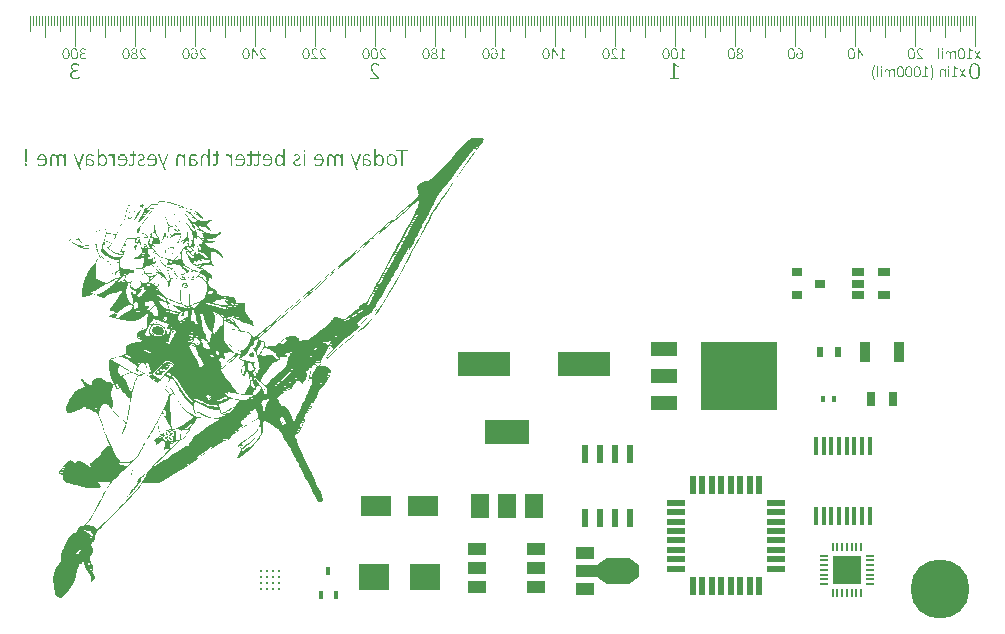
<source format=gbr>
%TF.GenerationSoftware,KiCad,Pcbnew,9.0.0*%
%TF.CreationDate,2025-03-10T22:23:41-04:00*%
%TF.ProjectId,cinnruler,63696e6e-7275-46c6-9572-2e6b69636164,rev?*%
%TF.SameCoordinates,Original*%
%TF.FileFunction,Soldermask,Bot*%
%TF.FilePolarity,Negative*%
%FSLAX46Y46*%
G04 Gerber Fmt 4.6, Leading zero omitted, Abs format (unit mm)*
G04 Created by KiCad (PCBNEW 9.0.0) date 2025-03-10 22:23:41*
%MOMM*%
%LPD*%
G01*
G04 APERTURE LIST*
G04 Aperture macros list*
%AMOutline4P*
0 Free polygon, 4 corners , with rotation*
0 The origin of the aperture is its center*
0 number of corners: always 4*
0 $1 to $8 corner X, Y*
0 $9 Rotation angle, in degrees counterclockwise*
0 create outline with 4 corners*
4,1,4,$1,$2,$3,$4,$5,$6,$7,$8,$1,$2,$9*%
G04 Aperture macros list end*
%ADD10C,0.150000*%
%ADD11C,0.100000*%
%ADD12C,0.000000*%
%ADD13C,5.000000*%
%ADD14R,0.800000X0.200000*%
%ADD15R,0.200000X0.800000*%
%ADD16R,1.200000X1.200000*%
%ADD17R,0.600000X1.550000*%
%ADD18R,2.500000X1.800000*%
%ADD19R,1.500000X1.000000*%
%ADD20R,1.800000X1.000000*%
%ADD21Outline4P,-0.400000X-0.500000X0.400000X-0.500000X1.100000X0.500000X-1.100000X0.500000X270.000000*%
%ADD22R,1.840000X2.200000*%
%ADD23Outline4P,-0.500000X-0.425000X0.500000X-0.425000X1.100000X0.425000X-1.100000X0.425000X90.000000*%
%ADD24R,0.900000X0.800000*%
%ADD25R,0.700000X1.300000*%
%ADD26R,0.450000X0.700000*%
%ADD27R,1.060000X0.650000*%
%ADD28R,2.200000X1.200000*%
%ADD29R,6.400000X5.800000*%
%ADD30R,4.500000X2.000000*%
%ADD31R,2.500000X2.300000*%
%ADD32R,0.450000X1.500000*%
%ADD33R,1.600000X0.550000*%
%ADD34R,0.550000X1.600000*%
%ADD35C,0.250000*%
%ADD36R,0.400000X0.600000*%
%ADD37R,0.500000X0.900000*%
%ADD38R,0.900000X1.700000*%
%ADD39R,1.500000X2.000000*%
%ADD40R,3.800000X2.000000*%
%ADD41R,1.600000X1.000000*%
G04 APERTURE END LIST*
D10*
G36*
X172936178Y-63557194D02*
G01*
X172930377Y-63571177D01*
X172934834Y-63580763D01*
X172949550Y-63586198D01*
X172974463Y-63587907D01*
X172997361Y-63586869D01*
X173011038Y-63583816D01*
X173019220Y-63578382D01*
X173025021Y-63570871D01*
X173191656Y-63313073D01*
X173357680Y-63570871D01*
X173363481Y-63578382D01*
X173372029Y-63583816D01*
X173386012Y-63586869D01*
X173408238Y-63587907D01*
X173432113Y-63586198D01*
X173446096Y-63580763D01*
X173450248Y-63571177D01*
X173443714Y-63557194D01*
X173240199Y-63257874D01*
X173434189Y-62965271D01*
X173439990Y-62951349D01*
X173435227Y-62941824D01*
X173419840Y-62936695D01*
X173394561Y-62935290D01*
X173371663Y-62936329D01*
X173358352Y-62939443D01*
X173350841Y-62944511D01*
X173345346Y-62951655D01*
X173188236Y-63193089D01*
X173027036Y-62951655D01*
X173021602Y-62944511D01*
X173014397Y-62939443D01*
X173002123Y-62936329D01*
X172980569Y-62935290D01*
X172956328Y-62936695D01*
X172941673Y-62941458D01*
X172937216Y-62950617D01*
X172943688Y-62965271D01*
X173139083Y-63255127D01*
X172936178Y-63557194D01*
G37*
G36*
X172269700Y-63549500D02*
G01*
X172271776Y-63565742D01*
X172277211Y-63576428D01*
X172284721Y-63582290D01*
X172292903Y-63584000D01*
X172741028Y-63584000D01*
X172748905Y-63582290D01*
X172756049Y-63576428D01*
X172761544Y-63565742D01*
X172763559Y-63549500D01*
X172761849Y-63534357D01*
X172757087Y-63523000D01*
X172749882Y-63516100D01*
X172741028Y-63513658D01*
X172544962Y-63513658D01*
X172544962Y-62786791D01*
X172732174Y-62900120D01*
X172749943Y-62907996D01*
X172760872Y-62905615D01*
X172766368Y-62894380D01*
X172767711Y-62875695D01*
X172767040Y-62860430D01*
X172764292Y-62849195D01*
X172759163Y-62841074D01*
X172751286Y-62834235D01*
X172539527Y-62699779D01*
X172534093Y-62697093D01*
X172525911Y-62694711D01*
X172515653Y-62693368D01*
X172502647Y-62693002D01*
X172482802Y-62694406D01*
X172469857Y-62697825D01*
X172463018Y-62703260D01*
X172460942Y-62710770D01*
X172460942Y-63513658D01*
X172292903Y-63513658D01*
X172283744Y-63516100D01*
X172276234Y-63523000D01*
X172271410Y-63534357D01*
X172269700Y-63549500D01*
G37*
G36*
X171881103Y-62693188D02*
G01*
X171929224Y-62704713D01*
X171969953Y-62722921D01*
X172006662Y-62748300D01*
X172038293Y-62779523D01*
X172065208Y-62817138D01*
X172095677Y-62881621D01*
X172117170Y-62961180D01*
X172128785Y-63046834D01*
X172132863Y-63143752D01*
X172128768Y-63251103D01*
X172117537Y-63338719D01*
X172096578Y-63418500D01*
X172067650Y-63480379D01*
X172041929Y-63515878D01*
X172011982Y-63544434D01*
X171977464Y-63566719D01*
X171939287Y-63582329D01*
X171894502Y-63592216D01*
X171841848Y-63595723D01*
X171784820Y-63591635D01*
X171736721Y-63580129D01*
X171696035Y-63561957D01*
X171659261Y-63536553D01*
X171627506Y-63505328D01*
X171600414Y-63467740D01*
X171569660Y-63403224D01*
X171548146Y-63324003D01*
X171536497Y-63238542D01*
X171532708Y-63148576D01*
X171619831Y-63148576D01*
X171623250Y-63243647D01*
X171635585Y-63331880D01*
X171646290Y-63372487D01*
X171660131Y-63409122D01*
X171678113Y-63442633D01*
X171699759Y-63470671D01*
X171725974Y-63493695D01*
X171757157Y-63511032D01*
X171792459Y-63521597D01*
X171835681Y-63525381D01*
X171889438Y-63519341D01*
X171932034Y-63502483D01*
X171967414Y-63474147D01*
X171996942Y-63432080D01*
X172018012Y-63380587D01*
X172033823Y-63310997D01*
X172042285Y-63234064D01*
X172045424Y-63136241D01*
X172043348Y-63064425D01*
X172037242Y-62996046D01*
X172024843Y-62930823D01*
X172005490Y-62875695D01*
X171976945Y-62827797D01*
X171939911Y-62791248D01*
X171910320Y-62774123D01*
X171874296Y-62763306D01*
X171830246Y-62759436D01*
X171793844Y-62762032D01*
X171762652Y-62769389D01*
X171734162Y-62782040D01*
X171708980Y-62800163D01*
X171687454Y-62823298D01*
X171668680Y-62852797D01*
X171653784Y-62886397D01*
X171641019Y-62927719D01*
X171631774Y-62972351D01*
X171624960Y-63025844D01*
X171619831Y-63148576D01*
X171532708Y-63148576D01*
X171532392Y-63141065D01*
X171536504Y-63033723D01*
X171547779Y-62946159D01*
X171568784Y-62866364D01*
X171597971Y-62804498D01*
X171623913Y-62768949D01*
X171653986Y-62740373D01*
X171688524Y-62718098D01*
X171726662Y-62702490D01*
X171771424Y-62692602D01*
X171824079Y-62689094D01*
X171881103Y-62693188D01*
G37*
G36*
X170482942Y-63570139D02*
G01*
X170485018Y-63577710D01*
X170491490Y-63583145D01*
X170503824Y-63586503D01*
X170523242Y-63587907D01*
X170543392Y-63586503D01*
X170556031Y-63583145D01*
X170562504Y-63577649D01*
X170564213Y-63570139D01*
X170564213Y-63188937D01*
X170566273Y-63146227D01*
X170572090Y-63109252D01*
X170582434Y-63075160D01*
X170596698Y-63047642D01*
X170615777Y-63024785D01*
X170639074Y-63007953D01*
X170666297Y-62997577D01*
X170699463Y-62993909D01*
X170727145Y-62997348D01*
X170755946Y-63008113D01*
X170786596Y-63027431D01*
X170830145Y-63066167D01*
X170883256Y-63125983D01*
X170883256Y-63570139D01*
X170885332Y-63577649D01*
X170891804Y-63583145D01*
X170904138Y-63586503D01*
X170923556Y-63587907D01*
X170943034Y-63586503D01*
X170955674Y-63583145D01*
X170962146Y-63577649D01*
X170963856Y-63570139D01*
X170963856Y-63188937D01*
X170965993Y-63146239D01*
X170972038Y-63109252D01*
X170982665Y-63075150D01*
X170997012Y-63047642D01*
X171016091Y-63024785D01*
X171039388Y-63007953D01*
X171066611Y-62997577D01*
X171099777Y-62993909D01*
X171127459Y-62997348D01*
X171156260Y-63008113D01*
X171186911Y-63027431D01*
X171230326Y-63066198D01*
X171282837Y-63125983D01*
X171282837Y-63570139D01*
X171284913Y-63577649D01*
X171291385Y-63583145D01*
X171303720Y-63586503D01*
X171323870Y-63587907D01*
X171343348Y-63586503D01*
X171355988Y-63583145D01*
X171362460Y-63577710D01*
X171364170Y-63570200D01*
X171364170Y-62952998D01*
X171362460Y-62945549D01*
X171355988Y-62939748D01*
X171344020Y-62936329D01*
X171325213Y-62935290D01*
X171306101Y-62936329D01*
X171294438Y-62939748D01*
X171288638Y-62945549D01*
X171286928Y-62952998D01*
X171286928Y-63040315D01*
X171232474Y-62986908D01*
X171185811Y-62954158D01*
X171137289Y-62933896D01*
X171090923Y-62927475D01*
X171053200Y-62929902D01*
X171021558Y-62936695D01*
X170992610Y-62947974D01*
X170967947Y-62962707D01*
X170946440Y-62981085D01*
X170928379Y-63002702D01*
X170901696Y-63053931D01*
X170841246Y-62994153D01*
X170787329Y-62955196D01*
X170737748Y-62934008D01*
X170690609Y-62927475D01*
X170635463Y-62932931D01*
X170592607Y-62947930D01*
X170556324Y-62972168D01*
X170528371Y-63003190D01*
X170507797Y-63040320D01*
X170493566Y-63084401D01*
X170485654Y-63131652D01*
X170482942Y-63182647D01*
X170482942Y-63570139D01*
G37*
G36*
X170175928Y-63570200D02*
G01*
X170178004Y-63577710D01*
X170184477Y-63583145D01*
X170196811Y-63586503D01*
X170216961Y-63587907D01*
X170236439Y-63586503D01*
X170249079Y-63583145D01*
X170255551Y-63577710D01*
X170257261Y-63570200D01*
X170257261Y-62952998D01*
X170255551Y-62945549D01*
X170249079Y-62939748D01*
X170236439Y-62936329D01*
X170216961Y-62935290D01*
X170196811Y-62936329D01*
X170184477Y-62939748D01*
X170178004Y-62945549D01*
X170175928Y-62952998D01*
X170175928Y-63570200D01*
G37*
G36*
X170163655Y-62745392D02*
G01*
X170167134Y-62775507D01*
X170175257Y-62790638D01*
X170189899Y-62798959D01*
X170217633Y-62802422D01*
X170244704Y-62799046D01*
X170258971Y-62790943D01*
X170266812Y-62776168D01*
X170270206Y-62746124D01*
X170266725Y-62716019D01*
X170258605Y-62700939D01*
X170243955Y-62692573D01*
X170216228Y-62689094D01*
X170189167Y-62692472D01*
X170174951Y-62700573D01*
X170167065Y-62715355D01*
X170163655Y-62745392D01*
G37*
G36*
X169867205Y-63570139D02*
G01*
X169869281Y-63577649D01*
X169875754Y-63583145D01*
X169888088Y-63586503D01*
X169908238Y-63587907D01*
X169927717Y-63586503D01*
X169940356Y-63583145D01*
X169946829Y-63577649D01*
X169948538Y-63570139D01*
X169948538Y-62648244D01*
X169946829Y-62640734D01*
X169940356Y-62634933D01*
X169927717Y-62631513D01*
X169908238Y-62630475D01*
X169888088Y-62631513D01*
X169875754Y-62634933D01*
X169869281Y-62640734D01*
X169867205Y-62648244D01*
X169867205Y-63570139D01*
G37*
D11*
X118110000Y-59944000D02*
X118110000Y-60706000D01*
X141732000Y-59944000D02*
X141732000Y-60706000D01*
X143510000Y-59944000D02*
X143510000Y-60706000D01*
X150114000Y-59944000D02*
X150114000Y-61722000D01*
X156972000Y-59944000D02*
X156972000Y-60706000D01*
X101092000Y-59944000D02*
X101092000Y-60706000D01*
X110998000Y-59944000D02*
X110998000Y-60706000D01*
X102108000Y-59944000D02*
X102108000Y-60706000D01*
X121158000Y-59944000D02*
X121158000Y-60706000D01*
X165608000Y-59944000D02*
X165608000Y-60706000D01*
X123444000Y-59944000D02*
X123444000Y-61214000D01*
X96012000Y-59944000D02*
X96012000Y-60706000D01*
X127508000Y-59944000D02*
X127508000Y-60706000D01*
X130556000Y-59944000D02*
X130556000Y-60706000D01*
X100076000Y-59944000D02*
X100076000Y-60706000D01*
X122174000Y-59944000D02*
X122174000Y-62484000D01*
X112776000Y-59944000D02*
X112776000Y-60706000D01*
X115824000Y-59944000D02*
X115824000Y-61214000D01*
X97790000Y-59944000D02*
X97790000Y-60706000D01*
X163322000Y-59944000D02*
X163322000Y-60706000D01*
X113538000Y-59944000D02*
X113538000Y-60706000D01*
X150876000Y-59944000D02*
X150876000Y-60706000D01*
X97282000Y-59944000D02*
X97282000Y-60706000D01*
X99568000Y-59944000D02*
X99568000Y-60706000D01*
X154686000Y-59944000D02*
X154686000Y-60706000D01*
X170434000Y-59944000D02*
X170434000Y-61722000D01*
X105664000Y-59944000D02*
X105664000Y-61214000D01*
X124206000Y-59944000D02*
X124206000Y-60706000D01*
X128270000Y-59944000D02*
X128270000Y-60706000D01*
X121666000Y-59944000D02*
X121666000Y-60706000D01*
X155702000Y-59944000D02*
X155702000Y-60706000D01*
X108966000Y-59944000D02*
X108966000Y-60706000D01*
X125730000Y-59944000D02*
X125730000Y-60706000D01*
X163068000Y-59944000D02*
X163068000Y-60706000D01*
X115316000Y-59944000D02*
X115316000Y-60706000D01*
X150368000Y-59944000D02*
X150368000Y-60706000D01*
X163576000Y-59944000D02*
X163576000Y-60706000D01*
X104394000Y-59944000D02*
X104394000Y-61722000D01*
X162560000Y-59944000D02*
X162560000Y-60706000D01*
X118872000Y-59944000D02*
X118872000Y-60706000D01*
X157480000Y-59944000D02*
X157480000Y-60706000D01*
X168910000Y-59944000D02*
X168910000Y-60706000D01*
X135890000Y-59944000D02*
X135890000Y-60706000D01*
X151892000Y-59944000D02*
X151892000Y-60706000D01*
X154178000Y-59944000D02*
X154178000Y-60706000D01*
X137922000Y-59944000D02*
X137922000Y-60706000D01*
X129794000Y-59944000D02*
X129794000Y-61722000D01*
X131826000Y-59944000D02*
X131826000Y-60706000D01*
X124968000Y-59944000D02*
X124968000Y-60706000D01*
X119888000Y-59944000D02*
X119888000Y-60706000D01*
X138684000Y-59944000D02*
X138684000Y-61214000D01*
X147320000Y-59944000D02*
X147320000Y-60706000D01*
X154940000Y-59944000D02*
X154940000Y-60706000D01*
X103632000Y-59944000D02*
X103632000Y-60706000D01*
X124460000Y-59944000D02*
X124460000Y-60706000D01*
X99822000Y-59944000D02*
X99822000Y-60706000D01*
X147574000Y-59944000D02*
X147574000Y-62484000D01*
X160528000Y-59944000D02*
X160528000Y-60706000D01*
X159766000Y-59944000D02*
X159766000Y-60706000D01*
X156210000Y-59944000D02*
X156210000Y-60706000D01*
X113792000Y-59944000D02*
X113792000Y-60706000D01*
X155448000Y-59944000D02*
X155448000Y-60706000D01*
X112014000Y-59944000D02*
X112014000Y-62484000D01*
X126492000Y-59944000D02*
X126492000Y-60706000D01*
X153416000Y-59944000D02*
X153416000Y-60706000D01*
X157734000Y-59944000D02*
X157734000Y-62484000D01*
X116586000Y-59944000D02*
X116586000Y-60706000D01*
X138938000Y-59944000D02*
X138938000Y-60706000D01*
X93980000Y-59944000D02*
X93980000Y-60706000D01*
X114554000Y-59944000D02*
X114554000Y-61722000D01*
X120142000Y-59944000D02*
X120142000Y-60706000D01*
X106680000Y-59944000D02*
X106680000Y-60706000D01*
X133096000Y-59944000D02*
X133096000Y-60706000D01*
X172466000Y-59944000D02*
X172466000Y-60706000D01*
X158242000Y-59944000D02*
X158242000Y-60706000D01*
X164846000Y-59944000D02*
X164846000Y-60706000D01*
X153670000Y-59944000D02*
X153670000Y-60706000D01*
X100838000Y-59944000D02*
X100838000Y-60706000D01*
X103886000Y-59944000D02*
X103886000Y-60706000D01*
X134620000Y-59944000D02*
X134620000Y-60706000D01*
X161544000Y-59944000D02*
X161544000Y-61214000D01*
X148844000Y-59944000D02*
X148844000Y-61214000D01*
X132842000Y-59944000D02*
X132842000Y-60706000D01*
X95758000Y-59944000D02*
X95758000Y-60706000D01*
X164338000Y-59944000D02*
X164338000Y-60706000D01*
X127254000Y-59944000D02*
X127254000Y-62484000D01*
X109474000Y-59944000D02*
X109474000Y-61722000D01*
X120650000Y-59944000D02*
X120650000Y-60706000D01*
X155194000Y-59944000D02*
X155194000Y-61722000D01*
X152400000Y-59944000D02*
X152400000Y-60706000D01*
X156718000Y-59944000D02*
X156718000Y-60706000D01*
X171958000Y-59944000D02*
X171958000Y-60706000D01*
X93472000Y-59944000D02*
X93472000Y-60706000D01*
X133350000Y-59944000D02*
X133350000Y-60706000D01*
X98806000Y-59944000D02*
X98806000Y-60706000D01*
X107950000Y-59944000D02*
X107950000Y-60706000D01*
X135636000Y-59944000D02*
X135636000Y-60706000D01*
X100584000Y-59944000D02*
X100584000Y-61214000D01*
X169164000Y-59944000D02*
X169164000Y-61214000D01*
X125476000Y-59944000D02*
X125476000Y-60706000D01*
X162814000Y-59944000D02*
X162814000Y-62484000D01*
X148336000Y-59944000D02*
X148336000Y-60706000D01*
X95250000Y-59944000D02*
X95250000Y-60706000D01*
X165354000Y-59944000D02*
X165354000Y-61722000D01*
X170180000Y-59944000D02*
X170180000Y-60706000D01*
X162052000Y-59944000D02*
X162052000Y-60706000D01*
X139192000Y-59944000D02*
X139192000Y-60706000D01*
X92964000Y-59944000D02*
X92964000Y-61214000D01*
X112522000Y-59944000D02*
X112522000Y-60706000D01*
X166370000Y-59944000D02*
X166370000Y-60706000D01*
X118364000Y-59944000D02*
X118364000Y-61214000D01*
X165862000Y-59944000D02*
X165862000Y-60706000D01*
X151638000Y-59944000D02*
X151638000Y-60706000D01*
X144018000Y-59944000D02*
X144018000Y-60706000D01*
X126746000Y-59944000D02*
X126746000Y-60706000D01*
X167132000Y-59944000D02*
X167132000Y-60706000D01*
X172212000Y-59944000D02*
X172212000Y-60706000D01*
X136906000Y-59944000D02*
X136906000Y-60706000D01*
X96774000Y-59944000D02*
X96774000Y-62484000D01*
X109220000Y-59944000D02*
X109220000Y-60706000D01*
X171196000Y-59944000D02*
X171196000Y-60706000D01*
X132080000Y-59944000D02*
X132080000Y-60706000D01*
X132334000Y-59944000D02*
X132334000Y-62484000D01*
X105918000Y-59944000D02*
X105918000Y-60706000D01*
X159512000Y-59944000D02*
X159512000Y-60706000D01*
X145034000Y-59944000D02*
X145034000Y-61722000D01*
X148082000Y-59944000D02*
X148082000Y-60706000D01*
X164592000Y-59944000D02*
X164592000Y-60706000D01*
X122428000Y-59944000D02*
X122428000Y-60706000D01*
X125222000Y-59944000D02*
X125222000Y-60706000D01*
X133858000Y-59944000D02*
X133858000Y-60706000D01*
X130302000Y-59944000D02*
X130302000Y-60706000D01*
X143764000Y-59944000D02*
X143764000Y-61214000D01*
X116332000Y-59944000D02*
X116332000Y-60706000D01*
X139954000Y-59944000D02*
X139954000Y-61722000D01*
X141224000Y-59944000D02*
X141224000Y-61214000D01*
X169672000Y-59944000D02*
X169672000Y-60706000D01*
X144526000Y-59944000D02*
X144526000Y-60706000D01*
X146558000Y-59944000D02*
X146558000Y-60706000D01*
X117348000Y-59944000D02*
X117348000Y-60706000D01*
X146304000Y-59944000D02*
X146304000Y-61214000D01*
X145796000Y-59944000D02*
X145796000Y-60706000D01*
X158750000Y-59944000D02*
X158750000Y-60706000D01*
X140970000Y-59944000D02*
X140970000Y-60706000D01*
X131064000Y-59944000D02*
X131064000Y-61214000D01*
X121412000Y-59944000D02*
X121412000Y-60706000D01*
X145542000Y-59944000D02*
X145542000Y-60706000D01*
X103378000Y-59944000D02*
X103378000Y-60706000D01*
X160274000Y-59944000D02*
X160274000Y-61722000D01*
X149352000Y-59944000D02*
X149352000Y-60706000D01*
X120396000Y-59944000D02*
X120396000Y-60706000D01*
X170688000Y-59944000D02*
X170688000Y-60706000D01*
X127000000Y-59944000D02*
X127000000Y-60706000D01*
X116840000Y-59944000D02*
X116840000Y-60706000D01*
X161036000Y-59944000D02*
X161036000Y-60706000D01*
X110490000Y-59944000D02*
X110490000Y-60706000D01*
X109728000Y-59944000D02*
X109728000Y-60706000D01*
X134366000Y-59944000D02*
X134366000Y-60706000D01*
X102616000Y-59944000D02*
X102616000Y-60706000D01*
X131318000Y-59944000D02*
X131318000Y-60706000D01*
X114300000Y-59944000D02*
X114300000Y-60706000D01*
X149860000Y-59944000D02*
X149860000Y-60706000D01*
X172974000Y-59944000D02*
X172974000Y-62484000D01*
X154432000Y-59944000D02*
X154432000Y-60706000D01*
X129032000Y-59944000D02*
X129032000Y-60706000D01*
X123952000Y-59944000D02*
X123952000Y-60706000D01*
X166116000Y-59944000D02*
X166116000Y-60706000D01*
X146812000Y-59944000D02*
X146812000Y-60706000D01*
X123698000Y-59944000D02*
X123698000Y-60706000D01*
X161290000Y-59944000D02*
X161290000Y-60706000D01*
X134874000Y-59944000D02*
X134874000Y-61722000D01*
X110744000Y-59944000D02*
X110744000Y-61214000D01*
X94996000Y-59944000D02*
X94996000Y-60706000D01*
X138430000Y-59944000D02*
X138430000Y-60706000D01*
X157226000Y-59944000D02*
X157226000Y-60706000D01*
X149606000Y-59944000D02*
X149606000Y-60706000D01*
X106172000Y-59944000D02*
X106172000Y-60706000D01*
X156464000Y-59944000D02*
X156464000Y-61214000D01*
X146050000Y-59944000D02*
X146050000Y-60706000D01*
X130048000Y-59944000D02*
X130048000Y-60706000D01*
X96266000Y-59944000D02*
X96266000Y-60706000D01*
X153162000Y-59944000D02*
X153162000Y-60706000D01*
X119634000Y-59944000D02*
X119634000Y-61722000D01*
X114046000Y-59944000D02*
X114046000Y-60706000D01*
X113284000Y-59944000D02*
X113284000Y-61214000D01*
X133604000Y-59944000D02*
X133604000Y-61214000D01*
X128778000Y-59944000D02*
X128778000Y-60706000D01*
X135382000Y-59944000D02*
X135382000Y-60706000D01*
X168402000Y-59944000D02*
X168402000Y-60706000D01*
X93218000Y-59944000D02*
X93218000Y-60706000D01*
X166878000Y-59944000D02*
X166878000Y-60706000D01*
X94488000Y-59944000D02*
X94488000Y-60706000D01*
X101600000Y-59944000D02*
X101600000Y-60706000D01*
X162306000Y-59944000D02*
X162306000Y-60706000D01*
X105410000Y-59944000D02*
X105410000Y-60706000D01*
X143256000Y-59944000D02*
X143256000Y-60706000D01*
X165100000Y-59944000D02*
X165100000Y-60706000D01*
X142748000Y-59944000D02*
X142748000Y-60706000D01*
X157988000Y-59944000D02*
X157988000Y-60706000D01*
X98298000Y-59944000D02*
X98298000Y-60706000D01*
X108204000Y-59944000D02*
X108204000Y-61214000D01*
X108712000Y-59944000D02*
X108712000Y-60706000D01*
X139700000Y-59944000D02*
X139700000Y-60706000D01*
X140462000Y-59944000D02*
X140462000Y-60706000D01*
X168656000Y-59944000D02*
X168656000Y-60706000D01*
X103124000Y-59944000D02*
X103124000Y-61214000D01*
X102362000Y-59944000D02*
X102362000Y-60706000D01*
X115062000Y-59944000D02*
X115062000Y-60706000D01*
X137160000Y-59944000D02*
X137160000Y-60706000D01*
X150622000Y-59944000D02*
X150622000Y-60706000D01*
X115570000Y-59944000D02*
X115570000Y-60706000D01*
X144272000Y-59944000D02*
X144272000Y-60706000D01*
X100330000Y-59944000D02*
X100330000Y-60706000D01*
X99314000Y-59944000D02*
X99314000Y-61722000D01*
X97536000Y-59944000D02*
X97536000Y-60706000D01*
X119380000Y-59944000D02*
X119380000Y-60706000D01*
X122936000Y-59944000D02*
X122936000Y-60706000D01*
X107188000Y-59944000D02*
X107188000Y-60706000D01*
X111760000Y-59944000D02*
X111760000Y-60706000D01*
X170942000Y-59944000D02*
X170942000Y-60706000D01*
X98552000Y-59944000D02*
X98552000Y-60706000D01*
X172720000Y-59944000D02*
X172720000Y-60706000D01*
X120904000Y-59944000D02*
X120904000Y-61214000D01*
X97028000Y-59944000D02*
X97028000Y-60706000D01*
X119126000Y-59944000D02*
X119126000Y-60706000D01*
X160782000Y-59944000D02*
X160782000Y-60706000D01*
X169418000Y-59944000D02*
X169418000Y-60706000D01*
X147828000Y-59944000D02*
X147828000Y-60706000D01*
X128016000Y-59944000D02*
X128016000Y-60706000D01*
X142494000Y-59944000D02*
X142494000Y-62484000D01*
X152908000Y-59944000D02*
X152908000Y-60706000D01*
X151130000Y-59944000D02*
X151130000Y-60706000D01*
X142240000Y-59944000D02*
X142240000Y-60706000D01*
X94742000Y-59944000D02*
X94742000Y-60706000D01*
X122682000Y-59944000D02*
X122682000Y-60706000D01*
X171704000Y-59944000D02*
X171704000Y-61214000D01*
X131572000Y-59944000D02*
X131572000Y-60706000D01*
X164084000Y-59944000D02*
X164084000Y-61214000D01*
X114808000Y-59944000D02*
X114808000Y-60706000D01*
X94234000Y-59944000D02*
X94234000Y-61722000D01*
X101854000Y-59944000D02*
X101854000Y-62484000D01*
X117856000Y-59944000D02*
X117856000Y-60706000D01*
X107696000Y-59944000D02*
X107696000Y-60706000D01*
X109982000Y-59944000D02*
X109982000Y-60706000D01*
X116078000Y-59944000D02*
X116078000Y-60706000D01*
X129286000Y-59944000D02*
X129286000Y-60706000D01*
X153924000Y-59944000D02*
X153924000Y-61214000D01*
X104140000Y-59944000D02*
X104140000Y-60706000D01*
X129540000Y-59944000D02*
X129540000Y-60706000D01*
X139446000Y-59944000D02*
X139446000Y-60706000D01*
X111252000Y-59944000D02*
X111252000Y-60706000D01*
X128524000Y-59944000D02*
X128524000Y-61214000D01*
X158496000Y-59944000D02*
X158496000Y-60706000D01*
X167640000Y-59944000D02*
X167640000Y-60706000D01*
X106426000Y-59944000D02*
X106426000Y-60706000D01*
X166624000Y-59944000D02*
X166624000Y-61214000D01*
X152654000Y-59944000D02*
X152654000Y-62484000D01*
X161798000Y-59944000D02*
X161798000Y-60706000D01*
X159004000Y-59944000D02*
X159004000Y-61214000D01*
X167386000Y-59944000D02*
X167386000Y-60706000D01*
X121920000Y-59944000D02*
X121920000Y-60706000D01*
X124714000Y-59944000D02*
X124714000Y-61722000D01*
X136398000Y-59944000D02*
X136398000Y-60706000D01*
X145288000Y-59944000D02*
X145288000Y-60706000D01*
X168148000Y-59944000D02*
X168148000Y-60706000D01*
X143002000Y-59944000D02*
X143002000Y-60706000D01*
X155956000Y-59944000D02*
X155956000Y-60706000D01*
X110236000Y-59944000D02*
X110236000Y-60706000D01*
X126238000Y-59944000D02*
X126238000Y-60706000D01*
X123190000Y-59944000D02*
X123190000Y-60706000D01*
X98044000Y-59944000D02*
X98044000Y-61214000D01*
X152146000Y-59944000D02*
X152146000Y-60706000D01*
X113030000Y-59944000D02*
X113030000Y-60706000D01*
X134112000Y-59944000D02*
X134112000Y-60706000D01*
X136144000Y-59944000D02*
X136144000Y-61214000D01*
X169926000Y-59944000D02*
X169926000Y-60706000D01*
X159258000Y-59944000D02*
X159258000Y-60706000D01*
X160020000Y-59944000D02*
X160020000Y-60706000D01*
X144780000Y-59944000D02*
X144780000Y-60706000D01*
X151384000Y-59944000D02*
X151384000Y-61214000D01*
X138176000Y-59944000D02*
X138176000Y-60706000D01*
X95504000Y-59944000D02*
X95504000Y-61214000D01*
X118618000Y-59944000D02*
X118618000Y-60706000D01*
X111506000Y-59944000D02*
X111506000Y-60706000D01*
X107442000Y-59944000D02*
X107442000Y-60706000D01*
X167894000Y-59944000D02*
X167894000Y-62484000D01*
X136652000Y-59944000D02*
X136652000Y-60706000D01*
X132588000Y-59944000D02*
X132588000Y-60706000D01*
X149098000Y-59944000D02*
X149098000Y-60706000D01*
X117602000Y-59944000D02*
X117602000Y-60706000D01*
X125984000Y-59944000D02*
X125984000Y-61214000D01*
X127762000Y-59944000D02*
X127762000Y-60706000D01*
X106934000Y-59944000D02*
X106934000Y-62484000D01*
X147066000Y-59944000D02*
X147066000Y-60706000D01*
X148590000Y-59944000D02*
X148590000Y-60706000D01*
X141478000Y-59944000D02*
X141478000Y-60706000D01*
X137414000Y-59944000D02*
X137414000Y-62484000D01*
X140208000Y-59944000D02*
X140208000Y-60706000D01*
X105156000Y-59944000D02*
X105156000Y-60706000D01*
X96520000Y-59944000D02*
X96520000Y-60706000D01*
X130810000Y-59944000D02*
X130810000Y-60706000D01*
X104902000Y-59944000D02*
X104902000Y-60706000D01*
X117094000Y-59944000D02*
X117094000Y-62484000D01*
X112268000Y-59944000D02*
X112268000Y-60706000D01*
X104648000Y-59944000D02*
X104648000Y-60706000D01*
X102870000Y-59944000D02*
X102870000Y-60706000D01*
X163830000Y-59944000D02*
X163830000Y-60706000D01*
X137668000Y-59944000D02*
X137668000Y-60706000D01*
X140716000Y-59944000D02*
X140716000Y-60706000D01*
X171450000Y-59944000D02*
X171450000Y-60706000D01*
X99060000Y-59944000D02*
X99060000Y-60706000D01*
X108458000Y-59944000D02*
X108458000Y-60706000D01*
X101346000Y-59944000D02*
X101346000Y-60706000D01*
X93726000Y-59944000D02*
X93726000Y-60706000D01*
X141986000Y-59944000D02*
X141986000Y-60706000D01*
X135128000Y-59944000D02*
X135128000Y-60706000D01*
D10*
G36*
X121752625Y-65219755D02*
G01*
X121755189Y-65242744D01*
X121762425Y-65261154D01*
X121774149Y-65272969D01*
X121790544Y-65277000D01*
X122506786Y-65277000D01*
X122524280Y-65273977D01*
X122538568Y-65264268D01*
X122547819Y-65246316D01*
X122550841Y-65219755D01*
X122549834Y-65196308D01*
X122545804Y-65177898D01*
X122537560Y-65161503D01*
X122524188Y-65144101D01*
X122252712Y-64858703D01*
X122157954Y-64753206D01*
X122091329Y-64667736D01*
X122036467Y-64584449D01*
X121999646Y-64515878D01*
X121972609Y-64448878D01*
X121958155Y-64392688D01*
X121948355Y-64287908D01*
X121952374Y-64240288D01*
X121964292Y-64195309D01*
X121983979Y-64153866D01*
X122010912Y-64118372D01*
X122044861Y-64089110D01*
X122087207Y-64065799D01*
X122135091Y-64051183D01*
X122192170Y-64046016D01*
X122254668Y-64050747D01*
X122308033Y-64064151D01*
X122397701Y-64104634D01*
X122461723Y-64145117D01*
X122486260Y-64159777D01*
X122499550Y-64163252D01*
X122510816Y-64160138D01*
X122519517Y-64150246D01*
X122524646Y-64133027D01*
X122526203Y-64108939D01*
X122525196Y-64088147D01*
X122522173Y-64072943D01*
X122516494Y-64059937D01*
X122501107Y-64043176D01*
X122461173Y-64015058D01*
X122389916Y-63979062D01*
X122294661Y-63947738D01*
X122241641Y-63937950D01*
X122186034Y-63934641D01*
X122096497Y-63941957D01*
X122023643Y-63962301D01*
X121959389Y-63995384D01*
X121908421Y-64037040D01*
X121868170Y-64087846D01*
X121839728Y-64146125D01*
X121822885Y-64209393D01*
X121817197Y-64276642D01*
X121828004Y-64403312D01*
X121844129Y-64466977D01*
X121874075Y-64540790D01*
X121915272Y-64615753D01*
X121976565Y-64705471D01*
X122050634Y-64797847D01*
X122155351Y-64913749D01*
X122397151Y-65165625D01*
X121790544Y-65165625D01*
X121775156Y-65169197D01*
X121762883Y-65179913D01*
X121755189Y-65197315D01*
X121752625Y-65219755D01*
G37*
G36*
X122570416Y-63545837D02*
G01*
X122572126Y-63561163D01*
X122576950Y-63573436D01*
X122584766Y-63581313D01*
X122595696Y-63584000D01*
X123073190Y-63584000D01*
X123084853Y-63581984D01*
X123094378Y-63575512D01*
X123100546Y-63563544D01*
X123102561Y-63545837D01*
X123101889Y-63530205D01*
X123099202Y-63517932D01*
X123093707Y-63507002D01*
X123084792Y-63495400D01*
X122903808Y-63305135D01*
X122840636Y-63234804D01*
X122796219Y-63177824D01*
X122759644Y-63122299D01*
X122735097Y-63076585D01*
X122717073Y-63031918D01*
X122707437Y-62994458D01*
X122700903Y-62924605D01*
X122703582Y-62892858D01*
X122711528Y-62862872D01*
X122724653Y-62835244D01*
X122742608Y-62811581D01*
X122765241Y-62792073D01*
X122793471Y-62776533D01*
X122825394Y-62766789D01*
X122863447Y-62763344D01*
X122905112Y-62766498D01*
X122940689Y-62775434D01*
X123000467Y-62802422D01*
X123043148Y-62829411D01*
X123059506Y-62839184D01*
X123068367Y-62841501D01*
X123075877Y-62839425D01*
X123081678Y-62832831D01*
X123085097Y-62821351D01*
X123086135Y-62805292D01*
X123085464Y-62791431D01*
X123083449Y-62781295D01*
X123079663Y-62772625D01*
X123069405Y-62761451D01*
X123042782Y-62742705D01*
X122995277Y-62718708D01*
X122931774Y-62697825D01*
X122896427Y-62691300D01*
X122859356Y-62689094D01*
X122799665Y-62693971D01*
X122751095Y-62707534D01*
X122708259Y-62729589D01*
X122674281Y-62757360D01*
X122647446Y-62791230D01*
X122628485Y-62830083D01*
X122617256Y-62872262D01*
X122613464Y-62917094D01*
X122620669Y-63001541D01*
X122631419Y-63043984D01*
X122651383Y-63093193D01*
X122678848Y-63143169D01*
X122719710Y-63202981D01*
X122769089Y-63264564D01*
X122838900Y-63341833D01*
X123000101Y-63509750D01*
X122595696Y-63509750D01*
X122585437Y-63512131D01*
X122577255Y-63519275D01*
X122572126Y-63530877D01*
X122570416Y-63545837D01*
G37*
G36*
X122174309Y-62693188D02*
G01*
X122222430Y-62704713D01*
X122263159Y-62722921D01*
X122299868Y-62748300D01*
X122331499Y-62779523D01*
X122358414Y-62817138D01*
X122388883Y-62881621D01*
X122410376Y-62961180D01*
X122421991Y-63046834D01*
X122426069Y-63143752D01*
X122421974Y-63251103D01*
X122410743Y-63338719D01*
X122389783Y-63418500D01*
X122360856Y-63480379D01*
X122335135Y-63515878D01*
X122305188Y-63544434D01*
X122270669Y-63566719D01*
X122232493Y-63582329D01*
X122187708Y-63592216D01*
X122135054Y-63595723D01*
X122078026Y-63591635D01*
X122029927Y-63580129D01*
X121989241Y-63561957D01*
X121952467Y-63536553D01*
X121920712Y-63505328D01*
X121893620Y-63467740D01*
X121862866Y-63403224D01*
X121841352Y-63324003D01*
X121829703Y-63238542D01*
X121825914Y-63148576D01*
X121913037Y-63148576D01*
X121916456Y-63243647D01*
X121928790Y-63331880D01*
X121939495Y-63372487D01*
X121953337Y-63409122D01*
X121971319Y-63442633D01*
X121992965Y-63470671D01*
X122019179Y-63493695D01*
X122050362Y-63511032D01*
X122085665Y-63521597D01*
X122128886Y-63525381D01*
X122182644Y-63519341D01*
X122225240Y-63502483D01*
X122260620Y-63474147D01*
X122290148Y-63432080D01*
X122311218Y-63380587D01*
X122327028Y-63310997D01*
X122335491Y-63234064D01*
X122338630Y-63136241D01*
X122336554Y-63064425D01*
X122330448Y-62996046D01*
X122318049Y-62930823D01*
X122298696Y-62875695D01*
X122270151Y-62827797D01*
X122233117Y-62791248D01*
X122203526Y-62774123D01*
X122167502Y-62763306D01*
X122123452Y-62759436D01*
X122087050Y-62762032D01*
X122055858Y-62769389D01*
X122027368Y-62782040D01*
X122002185Y-62800163D01*
X121980659Y-62823298D01*
X121961885Y-62852797D01*
X121946990Y-62886397D01*
X121934225Y-62927719D01*
X121924980Y-62972351D01*
X121918166Y-63025844D01*
X121913037Y-63148576D01*
X121825914Y-63148576D01*
X121825598Y-63141065D01*
X121829710Y-63033723D01*
X121840985Y-62946159D01*
X121861989Y-62866364D01*
X121891177Y-62804498D01*
X121917119Y-62768949D01*
X121947192Y-62740373D01*
X121981730Y-62718098D01*
X122019868Y-62702490D01*
X122064630Y-62692602D01*
X122117285Y-62689094D01*
X122174309Y-62693188D01*
G37*
G36*
X121465028Y-62693188D02*
G01*
X121513149Y-62704713D01*
X121553878Y-62722921D01*
X121590587Y-62748300D01*
X121622217Y-62779523D01*
X121649132Y-62817138D01*
X121679602Y-62881621D01*
X121701095Y-62961180D01*
X121712709Y-63046834D01*
X121716788Y-63143752D01*
X121712693Y-63251103D01*
X121701461Y-63338719D01*
X121680502Y-63418500D01*
X121651575Y-63480379D01*
X121625854Y-63515878D01*
X121595907Y-63544434D01*
X121561388Y-63566719D01*
X121523211Y-63582329D01*
X121478427Y-63592216D01*
X121425772Y-63595723D01*
X121368745Y-63591635D01*
X121320645Y-63580129D01*
X121279959Y-63561957D01*
X121243186Y-63536553D01*
X121211431Y-63505328D01*
X121184338Y-63467740D01*
X121153585Y-63403224D01*
X121132070Y-63324003D01*
X121120422Y-63238542D01*
X121116633Y-63148576D01*
X121203756Y-63148576D01*
X121207175Y-63243647D01*
X121219509Y-63331880D01*
X121230214Y-63372487D01*
X121244056Y-63409122D01*
X121262038Y-63442633D01*
X121283684Y-63470671D01*
X121309898Y-63493695D01*
X121341081Y-63511032D01*
X121376384Y-63521597D01*
X121419605Y-63525381D01*
X121473363Y-63519341D01*
X121515959Y-63502483D01*
X121551338Y-63474147D01*
X121580867Y-63432080D01*
X121601937Y-63380587D01*
X121617747Y-63310997D01*
X121626210Y-63234064D01*
X121629349Y-63136241D01*
X121627272Y-63064425D01*
X121621167Y-62996046D01*
X121608768Y-62930823D01*
X121589415Y-62875695D01*
X121560870Y-62827797D01*
X121523836Y-62791248D01*
X121494245Y-62774123D01*
X121458221Y-62763306D01*
X121414171Y-62759436D01*
X121377769Y-62762032D01*
X121346577Y-62769389D01*
X121318087Y-62782040D01*
X121292904Y-62800163D01*
X121271378Y-62823298D01*
X121252604Y-62852797D01*
X121237708Y-62886397D01*
X121224944Y-62927719D01*
X121215699Y-62972351D01*
X121208885Y-63025844D01*
X121203756Y-63148576D01*
X121116633Y-63148576D01*
X121116317Y-63141065D01*
X121120429Y-63033723D01*
X121131704Y-62946159D01*
X121152708Y-62866364D01*
X121181896Y-62804498D01*
X121207838Y-62768949D01*
X121237911Y-62740373D01*
X121272449Y-62718098D01*
X121310587Y-62702490D01*
X121355349Y-62692602D01*
X121408004Y-62689094D01*
X121465028Y-62693188D01*
G37*
G36*
X153120394Y-62693742D02*
G01*
X153172856Y-62706557D01*
X153219213Y-62727660D01*
X153254799Y-62753818D01*
X153282891Y-62786096D01*
X153302610Y-62822695D01*
X153314356Y-62862673D01*
X153318302Y-62904943D01*
X153315355Y-62940392D01*
X153306701Y-62973087D01*
X153292414Y-63003774D01*
X153272202Y-63033049D01*
X153247086Y-63059802D01*
X153215476Y-63085805D01*
X153179863Y-63109276D01*
X153137257Y-63132394D01*
X153227139Y-63181732D01*
X153264659Y-63208880D01*
X153294794Y-63237175D01*
X153319424Y-63268744D01*
X153337475Y-63302815D01*
X153348633Y-63339921D01*
X153352496Y-63382072D01*
X153347272Y-63431653D01*
X153332346Y-63473602D01*
X153308040Y-63510131D01*
X153274949Y-63540646D01*
X153234798Y-63564094D01*
X153185129Y-63581801D01*
X153130743Y-63592085D01*
X153067587Y-63595723D01*
X153000032Y-63591702D01*
X152943267Y-63580458D01*
X152891842Y-63561108D01*
X152850699Y-63535578D01*
X152817188Y-63502531D01*
X152792631Y-63462794D01*
X152777716Y-63417394D01*
X152773591Y-63375172D01*
X152859920Y-63375172D01*
X152865793Y-63418919D01*
X152882631Y-63454883D01*
X152910844Y-63484959D01*
X152947014Y-63506166D01*
X152995553Y-63520169D01*
X153060077Y-63525381D01*
X153126966Y-63520124D01*
X153176789Y-63506078D01*
X153213461Y-63484959D01*
X153241890Y-63454745D01*
X153259024Y-63417746D01*
X153265057Y-63371814D01*
X153261979Y-63339584D01*
X153253090Y-63311302D01*
X153238458Y-63285255D01*
X153217247Y-63259645D01*
X153191007Y-63236328D01*
X153156430Y-63212445D01*
X153070335Y-63165856D01*
X152978133Y-63213788D01*
X152940762Y-63237664D01*
X152912188Y-63260683D01*
X152888851Y-63286230D01*
X152872926Y-63312707D01*
X152863267Y-63341786D01*
X152859920Y-63375172D01*
X152773591Y-63375172D01*
X152772481Y-63363815D01*
X152776082Y-63325605D01*
X152786525Y-63291702D01*
X152803564Y-63260408D01*
X152827863Y-63230153D01*
X152857676Y-63202772D01*
X152895823Y-63175748D01*
X152989063Y-63125067D01*
X152947080Y-63101237D01*
X152911516Y-63076768D01*
X152879904Y-63049688D01*
X152854485Y-63021569D01*
X152833890Y-62990926D01*
X152819009Y-62958860D01*
X152809789Y-62924828D01*
X152807488Y-62898043D01*
X152892709Y-62898043D01*
X152897308Y-62935422D01*
X152911143Y-62970716D01*
X152935085Y-63004839D01*
X152965456Y-63034414D01*
X153005198Y-63063361D01*
X153055986Y-63091606D01*
X153134937Y-63047337D01*
X153165956Y-63024723D01*
X153189586Y-63002763D01*
X153208629Y-62978744D01*
X153221704Y-62954341D01*
X153229582Y-62928150D01*
X153232268Y-62899448D01*
X153227159Y-62857958D01*
X153212694Y-62824381D01*
X153188915Y-62796866D01*
X153157823Y-62777070D01*
X153116762Y-62764189D01*
X153062824Y-62759436D01*
X153023770Y-62761969D01*
X152990773Y-62769083D01*
X152960930Y-62781092D01*
X152937100Y-62796866D01*
X152917876Y-62816937D01*
X152904005Y-62840769D01*
X152895615Y-62867527D01*
X152892709Y-62898043D01*
X152807488Y-62898043D01*
X152806675Y-62888579D01*
X152810440Y-62849632D01*
X152821696Y-62812497D01*
X152840523Y-62778579D01*
X152867491Y-62748750D01*
X152901336Y-62724665D01*
X152945038Y-62705214D01*
X152994219Y-62693388D01*
X153055314Y-62689094D01*
X153120394Y-62693742D01*
G37*
G36*
X152400309Y-62693188D02*
G01*
X152448430Y-62704713D01*
X152489159Y-62722921D01*
X152525868Y-62748300D01*
X152557499Y-62779523D01*
X152584414Y-62817138D01*
X152614883Y-62881621D01*
X152636376Y-62961180D01*
X152647991Y-63046834D01*
X152652069Y-63143752D01*
X152647974Y-63251103D01*
X152636743Y-63338719D01*
X152615783Y-63418500D01*
X152586856Y-63480379D01*
X152561135Y-63515878D01*
X152531188Y-63544434D01*
X152496669Y-63566719D01*
X152458493Y-63582329D01*
X152413708Y-63592216D01*
X152361054Y-63595723D01*
X152304026Y-63591635D01*
X152255927Y-63580129D01*
X152215241Y-63561957D01*
X152178467Y-63536553D01*
X152146712Y-63505328D01*
X152119620Y-63467740D01*
X152088866Y-63403224D01*
X152067352Y-63324003D01*
X152055703Y-63238542D01*
X152051914Y-63148576D01*
X152139037Y-63148576D01*
X152142456Y-63243647D01*
X152154790Y-63331880D01*
X152165495Y-63372487D01*
X152179337Y-63409122D01*
X152197319Y-63442633D01*
X152218965Y-63470671D01*
X152245179Y-63493695D01*
X152276362Y-63511032D01*
X152311665Y-63521597D01*
X152354886Y-63525381D01*
X152408644Y-63519341D01*
X152451240Y-63502483D01*
X152486620Y-63474147D01*
X152516148Y-63432080D01*
X152537218Y-63380587D01*
X152553028Y-63310997D01*
X152561491Y-63234064D01*
X152564630Y-63136241D01*
X152562554Y-63064425D01*
X152556448Y-62996046D01*
X152544049Y-62930823D01*
X152524696Y-62875695D01*
X152496151Y-62827797D01*
X152459117Y-62791248D01*
X152429526Y-62774123D01*
X152393502Y-62763306D01*
X152349452Y-62759436D01*
X152313050Y-62762032D01*
X152281858Y-62769389D01*
X152253368Y-62782040D01*
X152228185Y-62800163D01*
X152206659Y-62823298D01*
X152187885Y-62852797D01*
X152172990Y-62886397D01*
X152160225Y-62927719D01*
X152150980Y-62972351D01*
X152144166Y-63025844D01*
X152139037Y-63148576D01*
X152051914Y-63148576D01*
X152051598Y-63141065D01*
X152055710Y-63033723D01*
X152066985Y-62946159D01*
X152087989Y-62866364D01*
X152117177Y-62804498D01*
X152143119Y-62768949D01*
X152173192Y-62740373D01*
X152207730Y-62718098D01*
X152245868Y-62702490D01*
X152290630Y-62692602D01*
X152343285Y-62689094D01*
X152400309Y-62693188D01*
G37*
G36*
X147141359Y-65225251D02*
G01*
X147144473Y-65249614D01*
X147152625Y-65265642D01*
X147163891Y-65274435D01*
X147176164Y-65277000D01*
X147848351Y-65277000D01*
X147860166Y-65274435D01*
X147870882Y-65265642D01*
X147879125Y-65249614D01*
X147882148Y-65225251D01*
X147879583Y-65202536D01*
X147872439Y-65185500D01*
X147861631Y-65175150D01*
X147848351Y-65171487D01*
X147554252Y-65171487D01*
X147554252Y-64081187D01*
X147835070Y-64251180D01*
X147861723Y-64262995D01*
X147878118Y-64259423D01*
X147886361Y-64242570D01*
X147888376Y-64214543D01*
X147887368Y-64191645D01*
X147883247Y-64174793D01*
X147875553Y-64162611D01*
X147863738Y-64152353D01*
X147546100Y-63950669D01*
X147537949Y-63946639D01*
X147525675Y-63943067D01*
X147510288Y-63941052D01*
X147490779Y-63940503D01*
X147461012Y-63942609D01*
X147441595Y-63947738D01*
X147431337Y-63955890D01*
X147428222Y-63967156D01*
X147428222Y-65171487D01*
X147176164Y-65171487D01*
X147162425Y-65175150D01*
X147151159Y-65185500D01*
X147143924Y-65202536D01*
X147141359Y-65225251D01*
G37*
G36*
X107330416Y-63545837D02*
G01*
X107332126Y-63561163D01*
X107336950Y-63573436D01*
X107344766Y-63581313D01*
X107355696Y-63584000D01*
X107833190Y-63584000D01*
X107844853Y-63581984D01*
X107854378Y-63575512D01*
X107860546Y-63563544D01*
X107862561Y-63545837D01*
X107861889Y-63530205D01*
X107859202Y-63517932D01*
X107853707Y-63507002D01*
X107844792Y-63495400D01*
X107663808Y-63305135D01*
X107600636Y-63234804D01*
X107556219Y-63177824D01*
X107519644Y-63122299D01*
X107495097Y-63076585D01*
X107477073Y-63031918D01*
X107467437Y-62994458D01*
X107460903Y-62924605D01*
X107463582Y-62892858D01*
X107471528Y-62862872D01*
X107484653Y-62835244D01*
X107502608Y-62811581D01*
X107525241Y-62792073D01*
X107553471Y-62776533D01*
X107585394Y-62766789D01*
X107623447Y-62763344D01*
X107665112Y-62766498D01*
X107700689Y-62775434D01*
X107760467Y-62802422D01*
X107803148Y-62829411D01*
X107819506Y-62839184D01*
X107828367Y-62841501D01*
X107835877Y-62839425D01*
X107841678Y-62832831D01*
X107845097Y-62821351D01*
X107846135Y-62805292D01*
X107845464Y-62791431D01*
X107843449Y-62781295D01*
X107839663Y-62772625D01*
X107829405Y-62761451D01*
X107802782Y-62742705D01*
X107755277Y-62718708D01*
X107691774Y-62697825D01*
X107656427Y-62691300D01*
X107619356Y-62689094D01*
X107559665Y-62693971D01*
X107511095Y-62707534D01*
X107468259Y-62729589D01*
X107434281Y-62757360D01*
X107407446Y-62791230D01*
X107388485Y-62830083D01*
X107377256Y-62872262D01*
X107373464Y-62917094D01*
X107380669Y-63001541D01*
X107391419Y-63043984D01*
X107411383Y-63093193D01*
X107438848Y-63143169D01*
X107479710Y-63202981D01*
X107529089Y-63264564D01*
X107598900Y-63341833D01*
X107760101Y-63509750D01*
X107355696Y-63509750D01*
X107345437Y-63512131D01*
X107337255Y-63519275D01*
X107332126Y-63530877D01*
X107330416Y-63545837D01*
G37*
G36*
X106866543Y-62694229D02*
G01*
X106923752Y-62708572D01*
X106975377Y-62731970D01*
X107018702Y-62761939D01*
X107055584Y-62798835D01*
X107085990Y-62842295D01*
X107110224Y-62890301D01*
X107129405Y-62942435D01*
X107143303Y-62997071D01*
X107152608Y-63055275D01*
X107159446Y-63173183D01*
X107153646Y-63295243D01*
X107145880Y-63350295D01*
X107134900Y-63398802D01*
X107119686Y-63444168D01*
X107101378Y-63482578D01*
X107078203Y-63516495D01*
X107050514Y-63544127D01*
X107017965Y-63565974D01*
X106979806Y-63582412D01*
X106937732Y-63592224D01*
X106887543Y-63595723D01*
X106835637Y-63592574D01*
X106791280Y-63583694D01*
X106753332Y-63569711D01*
X106702012Y-63539356D01*
X106662107Y-63502300D01*
X106631396Y-63458091D01*
X106610205Y-63408145D01*
X106597853Y-63355005D01*
X106594361Y-63309532D01*
X106681219Y-63309532D01*
X106683996Y-63346721D01*
X106692515Y-63385064D01*
X106706945Y-63421617D01*
X106727686Y-63454673D01*
X106754607Y-63482942D01*
X106788503Y-63505720D01*
X106827758Y-63520228D01*
X106875942Y-63525381D01*
X106922393Y-63520787D01*
X106960999Y-63507796D01*
X106993949Y-63485085D01*
X107022121Y-63449910D01*
X107042872Y-63405602D01*
X107059368Y-63343665D01*
X107068539Y-63273979D01*
X107072008Y-63181243D01*
X107028654Y-63155414D01*
X106977363Y-63134348D01*
X106921371Y-63120243D01*
X106863607Y-63115053D01*
X106814113Y-63118891D01*
X106776535Y-63129219D01*
X106744394Y-63146508D01*
X106720176Y-63168848D01*
X106702270Y-63196546D01*
X106690134Y-63230214D01*
X106683541Y-63267142D01*
X106681219Y-63309532D01*
X106594361Y-63309532D01*
X106593780Y-63301960D01*
X106597004Y-63250894D01*
X106606420Y-63203713D01*
X106623541Y-63160186D01*
X106649162Y-63122930D01*
X106683378Y-63092542D01*
X106729091Y-63068464D01*
X106782415Y-63054015D01*
X106853349Y-63048619D01*
X106919661Y-63054115D01*
X106979073Y-63068098D01*
X107030669Y-63087576D01*
X107073351Y-63109436D01*
X107067798Y-63040825D01*
X107055582Y-62976506D01*
X107035436Y-62916134D01*
X107007772Y-62864887D01*
X106971231Y-62821452D01*
X106926133Y-62788012D01*
X106892035Y-62772507D01*
X106852868Y-62762831D01*
X106807615Y-62759436D01*
X106744783Y-62764198D01*
X106699354Y-62775128D01*
X106667969Y-62786058D01*
X106647758Y-62790821D01*
X106638904Y-62788439D01*
X106633775Y-62781967D01*
X106631760Y-62771709D01*
X106631393Y-62758031D01*
X106632065Y-62746002D01*
X106634141Y-62736721D01*
X106637561Y-62728783D01*
X106644399Y-62721151D01*
X106663878Y-62711198D01*
X106700087Y-62700146D01*
X106746859Y-62692208D01*
X106797418Y-62689094D01*
X106866543Y-62694229D01*
G37*
G36*
X106225028Y-62693188D02*
G01*
X106273149Y-62704713D01*
X106313878Y-62722921D01*
X106350587Y-62748300D01*
X106382217Y-62779523D01*
X106409132Y-62817138D01*
X106439602Y-62881621D01*
X106461095Y-62961180D01*
X106472709Y-63046834D01*
X106476788Y-63143752D01*
X106472693Y-63251103D01*
X106461461Y-63338719D01*
X106440502Y-63418500D01*
X106411575Y-63480379D01*
X106385854Y-63515878D01*
X106355907Y-63544434D01*
X106321388Y-63566719D01*
X106283211Y-63582329D01*
X106238427Y-63592216D01*
X106185772Y-63595723D01*
X106128745Y-63591635D01*
X106080645Y-63580129D01*
X106039959Y-63561957D01*
X106003186Y-63536553D01*
X105971431Y-63505328D01*
X105944338Y-63467740D01*
X105913585Y-63403224D01*
X105892070Y-63324003D01*
X105880422Y-63238542D01*
X105876633Y-63148576D01*
X105963756Y-63148576D01*
X105967175Y-63243647D01*
X105979509Y-63331880D01*
X105990214Y-63372487D01*
X106004056Y-63409122D01*
X106022038Y-63442633D01*
X106043684Y-63470671D01*
X106069898Y-63493695D01*
X106101081Y-63511032D01*
X106136384Y-63521597D01*
X106179605Y-63525381D01*
X106233363Y-63519341D01*
X106275959Y-63502483D01*
X106311338Y-63474147D01*
X106340867Y-63432080D01*
X106361937Y-63380587D01*
X106377747Y-63310997D01*
X106386210Y-63234064D01*
X106389349Y-63136241D01*
X106387272Y-63064425D01*
X106381167Y-62996046D01*
X106368768Y-62930823D01*
X106349415Y-62875695D01*
X106320870Y-62827797D01*
X106283836Y-62791248D01*
X106254245Y-62774123D01*
X106218221Y-62763306D01*
X106174171Y-62759436D01*
X106137769Y-62762032D01*
X106106577Y-62769389D01*
X106078087Y-62782040D01*
X106052904Y-62800163D01*
X106031378Y-62823298D01*
X106012604Y-62852797D01*
X105997708Y-62886397D01*
X105984944Y-62927719D01*
X105975699Y-62972351D01*
X105968885Y-63025844D01*
X105963756Y-63148576D01*
X105876633Y-63148576D01*
X105876317Y-63141065D01*
X105880429Y-63033723D01*
X105891704Y-62946159D01*
X105912708Y-62866364D01*
X105941896Y-62804498D01*
X105967838Y-62768949D01*
X105997911Y-62740373D01*
X106032449Y-62718098D01*
X106070587Y-62702490D01*
X106115349Y-62692602D01*
X106168004Y-62689094D01*
X106225028Y-62693188D01*
G37*
G36*
X163141553Y-62697948D02*
G01*
X163160359Y-62701367D01*
X163173304Y-62707473D01*
X163181853Y-62716021D01*
X163524098Y-63280955D01*
X163531303Y-63293534D01*
X163536066Y-63305379D01*
X163538447Y-63318202D01*
X163539119Y-63333834D01*
X163537409Y-63350748D01*
X163531975Y-63361616D01*
X163523426Y-63367356D01*
X163512496Y-63369066D01*
X163132638Y-63369066D01*
X163132638Y-63570078D01*
X163130928Y-63577649D01*
X163124456Y-63583145D01*
X163111816Y-63586503D01*
X163092338Y-63587907D01*
X163072249Y-63586503D01*
X163059609Y-63583145D01*
X163052770Y-63577649D01*
X163050694Y-63570078D01*
X163050694Y-63369066D01*
X162938648Y-63369066D01*
X162927766Y-63366593D01*
X162919902Y-63359296D01*
X162915120Y-63348481D01*
X162913369Y-63333895D01*
X162915292Y-63317717D01*
X162920207Y-63307517D01*
X162928187Y-63300946D01*
X162938648Y-63298724D01*
X163050694Y-63298724D01*
X163132638Y-63298724D01*
X163451680Y-63298724D01*
X163133981Y-62771831D01*
X163132638Y-62771831D01*
X163132638Y-63298724D01*
X163050694Y-63298724D01*
X163050694Y-62717365D01*
X163055152Y-62708511D01*
X163067791Y-62702039D01*
X163088308Y-62698314D01*
X163116273Y-62696909D01*
X163141553Y-62697948D01*
G37*
G36*
X162560309Y-62693188D02*
G01*
X162608430Y-62704713D01*
X162649159Y-62722921D01*
X162685868Y-62748300D01*
X162717499Y-62779523D01*
X162744414Y-62817138D01*
X162774883Y-62881621D01*
X162796376Y-62961180D01*
X162807991Y-63046834D01*
X162812069Y-63143752D01*
X162807974Y-63251103D01*
X162796743Y-63338719D01*
X162775783Y-63418500D01*
X162746856Y-63480379D01*
X162721135Y-63515878D01*
X162691188Y-63544434D01*
X162656669Y-63566719D01*
X162618493Y-63582329D01*
X162573708Y-63592216D01*
X162521054Y-63595723D01*
X162464026Y-63591635D01*
X162415927Y-63580129D01*
X162375241Y-63561957D01*
X162338467Y-63536553D01*
X162306712Y-63505328D01*
X162279620Y-63467740D01*
X162248866Y-63403224D01*
X162227352Y-63324003D01*
X162215703Y-63238542D01*
X162211914Y-63148576D01*
X162299037Y-63148576D01*
X162302456Y-63243647D01*
X162314790Y-63331880D01*
X162325495Y-63372487D01*
X162339337Y-63409122D01*
X162357319Y-63442633D01*
X162378965Y-63470671D01*
X162405179Y-63493695D01*
X162436362Y-63511032D01*
X162471665Y-63521597D01*
X162514886Y-63525381D01*
X162568644Y-63519341D01*
X162611240Y-63502483D01*
X162646620Y-63474147D01*
X162676148Y-63432080D01*
X162697218Y-63380587D01*
X162713028Y-63310997D01*
X162721491Y-63234064D01*
X162724630Y-63136241D01*
X162722554Y-63064425D01*
X162716448Y-62996046D01*
X162704049Y-62930823D01*
X162684696Y-62875695D01*
X162656151Y-62827797D01*
X162619117Y-62791248D01*
X162589526Y-62774123D01*
X162553502Y-62763306D01*
X162509452Y-62759436D01*
X162473050Y-62762032D01*
X162441858Y-62769389D01*
X162413368Y-62782040D01*
X162388185Y-62800163D01*
X162366659Y-62823298D01*
X162347885Y-62852797D01*
X162332990Y-62886397D01*
X162320225Y-62927719D01*
X162310980Y-62972351D01*
X162304166Y-63025844D01*
X162299037Y-63148576D01*
X162211914Y-63148576D01*
X162211598Y-63141065D01*
X162215710Y-63033723D01*
X162226985Y-62946159D01*
X162247989Y-62866364D01*
X162277177Y-62804498D01*
X162303119Y-62768949D01*
X162333192Y-62740373D01*
X162367730Y-62718098D01*
X162405868Y-62702490D01*
X162450630Y-62692602D01*
X162503285Y-62689094D01*
X162560309Y-62693188D01*
G37*
G36*
X132722906Y-63549500D02*
G01*
X132724982Y-63565742D01*
X132730416Y-63576428D01*
X132737927Y-63582290D01*
X132746109Y-63584000D01*
X133194234Y-63584000D01*
X133202110Y-63582290D01*
X133209255Y-63576428D01*
X133214750Y-63565742D01*
X133216765Y-63549500D01*
X133215055Y-63534357D01*
X133210293Y-63523000D01*
X133203087Y-63516100D01*
X133194234Y-63513658D01*
X132998168Y-63513658D01*
X132998168Y-62786791D01*
X133185380Y-62900120D01*
X133203148Y-62907996D01*
X133214078Y-62905615D01*
X133219574Y-62894380D01*
X133220917Y-62875695D01*
X133220245Y-62860430D01*
X133217498Y-62849195D01*
X133212369Y-62841074D01*
X133204492Y-62834235D01*
X132992733Y-62699779D01*
X132987299Y-62697093D01*
X132979117Y-62694711D01*
X132968859Y-62693368D01*
X132955853Y-62693002D01*
X132936008Y-62694406D01*
X132923063Y-62697825D01*
X132916224Y-62703260D01*
X132914148Y-62710770D01*
X132914148Y-63513658D01*
X132746109Y-63513658D01*
X132736950Y-63516100D01*
X132729439Y-63523000D01*
X132724616Y-63534357D01*
X132722906Y-63549500D01*
G37*
G36*
X132266543Y-62694229D02*
G01*
X132323752Y-62708572D01*
X132375377Y-62731970D01*
X132418702Y-62761939D01*
X132455584Y-62798835D01*
X132485990Y-62842295D01*
X132510224Y-62890301D01*
X132529405Y-62942435D01*
X132543303Y-62997071D01*
X132552608Y-63055275D01*
X132559446Y-63173183D01*
X132553646Y-63295243D01*
X132545880Y-63350295D01*
X132534900Y-63398802D01*
X132519686Y-63444168D01*
X132501378Y-63482578D01*
X132478203Y-63516495D01*
X132450514Y-63544127D01*
X132417965Y-63565974D01*
X132379806Y-63582412D01*
X132337732Y-63592224D01*
X132287543Y-63595723D01*
X132235637Y-63592574D01*
X132191280Y-63583694D01*
X132153332Y-63569711D01*
X132102012Y-63539356D01*
X132062107Y-63502300D01*
X132031396Y-63458091D01*
X132010205Y-63408145D01*
X131997853Y-63355005D01*
X131994361Y-63309532D01*
X132081219Y-63309532D01*
X132083996Y-63346721D01*
X132092515Y-63385064D01*
X132106945Y-63421617D01*
X132127686Y-63454673D01*
X132154607Y-63482942D01*
X132188503Y-63505720D01*
X132227758Y-63520228D01*
X132275942Y-63525381D01*
X132322393Y-63520787D01*
X132360999Y-63507796D01*
X132393949Y-63485085D01*
X132422121Y-63449910D01*
X132442872Y-63405602D01*
X132459368Y-63343665D01*
X132468539Y-63273979D01*
X132472008Y-63181243D01*
X132428654Y-63155414D01*
X132377363Y-63134348D01*
X132321371Y-63120243D01*
X132263607Y-63115053D01*
X132214113Y-63118891D01*
X132176535Y-63129219D01*
X132144394Y-63146508D01*
X132120176Y-63168848D01*
X132102270Y-63196546D01*
X132090134Y-63230214D01*
X132083541Y-63267142D01*
X132081219Y-63309532D01*
X131994361Y-63309532D01*
X131993780Y-63301960D01*
X131997004Y-63250894D01*
X132006420Y-63203713D01*
X132023541Y-63160186D01*
X132049162Y-63122930D01*
X132083378Y-63092542D01*
X132129091Y-63068464D01*
X132182415Y-63054015D01*
X132253349Y-63048619D01*
X132319661Y-63054115D01*
X132379073Y-63068098D01*
X132430669Y-63087576D01*
X132473351Y-63109436D01*
X132467798Y-63040825D01*
X132455582Y-62976506D01*
X132435436Y-62916134D01*
X132407772Y-62864887D01*
X132371231Y-62821452D01*
X132326133Y-62788012D01*
X132292035Y-62772507D01*
X132252868Y-62762831D01*
X132207615Y-62759436D01*
X132144783Y-62764198D01*
X132099354Y-62775128D01*
X132067969Y-62786058D01*
X132047758Y-62790821D01*
X132038904Y-62788439D01*
X132033775Y-62781967D01*
X132031760Y-62771709D01*
X132031393Y-62758031D01*
X132032065Y-62746002D01*
X132034141Y-62736721D01*
X132037561Y-62728783D01*
X132044399Y-62721151D01*
X132063878Y-62711198D01*
X132100087Y-62700146D01*
X132146859Y-62692208D01*
X132197418Y-62689094D01*
X132266543Y-62694229D01*
G37*
G36*
X131625028Y-62693188D02*
G01*
X131673149Y-62704713D01*
X131713878Y-62722921D01*
X131750587Y-62748300D01*
X131782217Y-62779523D01*
X131809132Y-62817138D01*
X131839602Y-62881621D01*
X131861095Y-62961180D01*
X131872709Y-63046834D01*
X131876788Y-63143752D01*
X131872693Y-63251103D01*
X131861461Y-63338719D01*
X131840502Y-63418500D01*
X131811575Y-63480379D01*
X131785854Y-63515878D01*
X131755907Y-63544434D01*
X131721388Y-63566719D01*
X131683211Y-63582329D01*
X131638427Y-63592216D01*
X131585772Y-63595723D01*
X131528745Y-63591635D01*
X131480645Y-63580129D01*
X131439959Y-63561957D01*
X131403186Y-63536553D01*
X131371431Y-63505328D01*
X131344338Y-63467740D01*
X131313585Y-63403224D01*
X131292070Y-63324003D01*
X131280422Y-63238542D01*
X131276633Y-63148576D01*
X131363756Y-63148576D01*
X131367175Y-63243647D01*
X131379509Y-63331880D01*
X131390214Y-63372487D01*
X131404056Y-63409122D01*
X131422038Y-63442633D01*
X131443684Y-63470671D01*
X131469898Y-63493695D01*
X131501081Y-63511032D01*
X131536384Y-63521597D01*
X131579605Y-63525381D01*
X131633363Y-63519341D01*
X131675959Y-63502483D01*
X131711338Y-63474147D01*
X131740867Y-63432080D01*
X131761937Y-63380587D01*
X131777747Y-63310997D01*
X131786210Y-63234064D01*
X131789349Y-63136241D01*
X131787272Y-63064425D01*
X131781167Y-62996046D01*
X131768768Y-62930823D01*
X131749415Y-62875695D01*
X131720870Y-62827797D01*
X131683836Y-62791248D01*
X131654245Y-62774123D01*
X131618221Y-62763306D01*
X131574171Y-62759436D01*
X131537769Y-62762032D01*
X131506577Y-62769389D01*
X131478087Y-62782040D01*
X131452904Y-62800163D01*
X131431378Y-62823298D01*
X131412604Y-62852797D01*
X131397708Y-62886397D01*
X131384944Y-62927719D01*
X131375699Y-62972351D01*
X131368885Y-63025844D01*
X131363756Y-63148576D01*
X131276633Y-63148576D01*
X131276317Y-63141065D01*
X131280429Y-63033723D01*
X131291704Y-62946159D01*
X131312708Y-62866364D01*
X131341896Y-62804498D01*
X131367838Y-62768949D01*
X131397911Y-62740373D01*
X131432449Y-62718098D01*
X131470587Y-62702490D01*
X131515349Y-62692602D01*
X131568004Y-62689094D01*
X131625028Y-62693188D01*
G37*
G36*
X137802906Y-63549500D02*
G01*
X137804982Y-63565742D01*
X137810416Y-63576428D01*
X137817927Y-63582290D01*
X137826109Y-63584000D01*
X138274234Y-63584000D01*
X138282110Y-63582290D01*
X138289255Y-63576428D01*
X138294750Y-63565742D01*
X138296765Y-63549500D01*
X138295055Y-63534357D01*
X138290293Y-63523000D01*
X138283087Y-63516100D01*
X138274234Y-63513658D01*
X138078168Y-63513658D01*
X138078168Y-62786791D01*
X138265380Y-62900120D01*
X138283148Y-62907996D01*
X138294078Y-62905615D01*
X138299574Y-62894380D01*
X138300917Y-62875695D01*
X138300245Y-62860430D01*
X138297498Y-62849195D01*
X138292369Y-62841074D01*
X138284492Y-62834235D01*
X138072733Y-62699779D01*
X138067299Y-62697093D01*
X138059117Y-62694711D01*
X138048859Y-62693368D01*
X138035853Y-62693002D01*
X138016008Y-62694406D01*
X138003063Y-62697825D01*
X137996224Y-62703260D01*
X137994148Y-62710770D01*
X137994148Y-63513658D01*
X137826109Y-63513658D01*
X137816950Y-63516100D01*
X137809439Y-63523000D01*
X137804616Y-63534357D01*
X137802906Y-63549500D01*
G37*
G36*
X137286271Y-62697948D02*
G01*
X137305078Y-62701367D01*
X137318023Y-62707473D01*
X137326571Y-62716021D01*
X137668817Y-63280955D01*
X137676022Y-63293534D01*
X137680785Y-63305379D01*
X137683166Y-63318202D01*
X137683838Y-63333834D01*
X137682128Y-63350748D01*
X137676693Y-63361616D01*
X137668145Y-63367356D01*
X137657215Y-63369066D01*
X137277356Y-63369066D01*
X137277356Y-63570078D01*
X137275647Y-63577649D01*
X137269174Y-63583145D01*
X137256535Y-63586503D01*
X137237056Y-63587907D01*
X137216967Y-63586503D01*
X137204328Y-63583145D01*
X137197489Y-63577649D01*
X137195413Y-63570078D01*
X137195413Y-63369066D01*
X137083367Y-63369066D01*
X137072485Y-63366593D01*
X137064621Y-63359296D01*
X137059839Y-63348481D01*
X137058087Y-63333895D01*
X137060011Y-63317717D01*
X137064926Y-63307517D01*
X137072906Y-63300946D01*
X137083367Y-63298724D01*
X137195413Y-63298724D01*
X137277356Y-63298724D01*
X137596399Y-63298724D01*
X137278700Y-62771831D01*
X137277356Y-62771831D01*
X137277356Y-63298724D01*
X137195413Y-63298724D01*
X137195413Y-62717365D01*
X137199870Y-62708511D01*
X137212510Y-62702039D01*
X137233026Y-62698314D01*
X137260992Y-62696909D01*
X137286271Y-62697948D01*
G37*
G36*
X136705028Y-62693188D02*
G01*
X136753149Y-62704713D01*
X136793878Y-62722921D01*
X136830587Y-62748300D01*
X136862217Y-62779523D01*
X136889132Y-62817138D01*
X136919602Y-62881621D01*
X136941095Y-62961180D01*
X136952709Y-63046834D01*
X136956788Y-63143752D01*
X136952693Y-63251103D01*
X136941461Y-63338719D01*
X136920502Y-63418500D01*
X136891575Y-63480379D01*
X136865854Y-63515878D01*
X136835907Y-63544434D01*
X136801388Y-63566719D01*
X136763211Y-63582329D01*
X136718427Y-63592216D01*
X136665772Y-63595723D01*
X136608745Y-63591635D01*
X136560645Y-63580129D01*
X136519959Y-63561957D01*
X136483186Y-63536553D01*
X136451431Y-63505328D01*
X136424338Y-63467740D01*
X136393585Y-63403224D01*
X136372070Y-63324003D01*
X136360422Y-63238542D01*
X136356633Y-63148576D01*
X136443756Y-63148576D01*
X136447175Y-63243647D01*
X136459509Y-63331880D01*
X136470214Y-63372487D01*
X136484056Y-63409122D01*
X136502038Y-63442633D01*
X136523684Y-63470671D01*
X136549898Y-63493695D01*
X136581081Y-63511032D01*
X136616384Y-63521597D01*
X136659605Y-63525381D01*
X136713363Y-63519341D01*
X136755959Y-63502483D01*
X136791338Y-63474147D01*
X136820867Y-63432080D01*
X136841937Y-63380587D01*
X136857747Y-63310997D01*
X136866210Y-63234064D01*
X136869349Y-63136241D01*
X136867272Y-63064425D01*
X136861167Y-62996046D01*
X136848768Y-62930823D01*
X136829415Y-62875695D01*
X136800870Y-62827797D01*
X136763836Y-62791248D01*
X136734245Y-62774123D01*
X136698221Y-62763306D01*
X136654171Y-62759436D01*
X136617769Y-62762032D01*
X136586577Y-62769389D01*
X136558087Y-62782040D01*
X136532904Y-62800163D01*
X136511378Y-62823298D01*
X136492604Y-62852797D01*
X136477708Y-62886397D01*
X136464944Y-62927719D01*
X136455699Y-62972351D01*
X136448885Y-63025844D01*
X136443756Y-63148576D01*
X136356633Y-63148576D01*
X136356317Y-63141065D01*
X136360429Y-63033723D01*
X136371704Y-62946159D01*
X136392708Y-62866364D01*
X136421896Y-62804498D01*
X136447838Y-62768949D01*
X136477911Y-62740373D01*
X136512449Y-62718098D01*
X136550587Y-62702490D01*
X136595349Y-62692602D01*
X136648004Y-62689094D01*
X136705028Y-62693188D01*
G37*
G36*
X168036416Y-63545837D02*
G01*
X168038126Y-63561163D01*
X168042950Y-63573436D01*
X168050766Y-63581313D01*
X168061696Y-63584000D01*
X168539190Y-63584000D01*
X168550853Y-63581984D01*
X168560378Y-63575512D01*
X168566546Y-63563544D01*
X168568561Y-63545837D01*
X168567889Y-63530205D01*
X168565202Y-63517932D01*
X168559707Y-63507002D01*
X168550792Y-63495400D01*
X168369808Y-63305135D01*
X168306636Y-63234804D01*
X168262219Y-63177824D01*
X168225644Y-63122299D01*
X168201097Y-63076585D01*
X168183073Y-63031918D01*
X168173437Y-62994458D01*
X168166903Y-62924605D01*
X168169582Y-62892858D01*
X168177528Y-62862872D01*
X168190653Y-62835244D01*
X168208608Y-62811581D01*
X168231241Y-62792073D01*
X168259471Y-62776533D01*
X168291394Y-62766789D01*
X168329447Y-62763344D01*
X168371112Y-62766498D01*
X168406689Y-62775434D01*
X168466467Y-62802422D01*
X168509148Y-62829411D01*
X168525506Y-62839184D01*
X168534367Y-62841501D01*
X168541877Y-62839425D01*
X168547678Y-62832831D01*
X168551097Y-62821351D01*
X168552135Y-62805292D01*
X168551464Y-62791431D01*
X168549449Y-62781295D01*
X168545663Y-62772625D01*
X168535405Y-62761451D01*
X168508782Y-62742705D01*
X168461277Y-62718708D01*
X168397774Y-62697825D01*
X168362427Y-62691300D01*
X168325356Y-62689094D01*
X168265665Y-62693971D01*
X168217095Y-62707534D01*
X168174259Y-62729589D01*
X168140281Y-62757360D01*
X168113446Y-62791230D01*
X168094485Y-62830083D01*
X168083256Y-62872262D01*
X168079464Y-62917094D01*
X168086669Y-63001541D01*
X168097419Y-63043984D01*
X168117383Y-63093193D01*
X168144848Y-63143169D01*
X168185710Y-63202981D01*
X168235089Y-63264564D01*
X168304900Y-63341833D01*
X168466101Y-63509750D01*
X168061696Y-63509750D01*
X168051437Y-63512131D01*
X168043255Y-63519275D01*
X168038126Y-63530877D01*
X168036416Y-63545837D01*
G37*
G36*
X167640309Y-62693188D02*
G01*
X167688430Y-62704713D01*
X167729159Y-62722921D01*
X167765868Y-62748300D01*
X167797499Y-62779523D01*
X167824414Y-62817138D01*
X167854883Y-62881621D01*
X167876376Y-62961180D01*
X167887991Y-63046834D01*
X167892069Y-63143752D01*
X167887974Y-63251103D01*
X167876743Y-63338719D01*
X167855783Y-63418500D01*
X167826856Y-63480379D01*
X167801135Y-63515878D01*
X167771188Y-63544434D01*
X167736669Y-63566719D01*
X167698493Y-63582329D01*
X167653708Y-63592216D01*
X167601054Y-63595723D01*
X167544026Y-63591635D01*
X167495927Y-63580129D01*
X167455241Y-63561957D01*
X167418467Y-63536553D01*
X167386712Y-63505328D01*
X167359620Y-63467740D01*
X167328866Y-63403224D01*
X167307352Y-63324003D01*
X167295703Y-63238542D01*
X167291914Y-63148576D01*
X167379037Y-63148576D01*
X167382456Y-63243647D01*
X167394790Y-63331880D01*
X167405495Y-63372487D01*
X167419337Y-63409122D01*
X167437319Y-63442633D01*
X167458965Y-63470671D01*
X167485179Y-63493695D01*
X167516362Y-63511032D01*
X167551665Y-63521597D01*
X167594886Y-63525381D01*
X167648644Y-63519341D01*
X167691240Y-63502483D01*
X167726620Y-63474147D01*
X167756148Y-63432080D01*
X167777218Y-63380587D01*
X167793028Y-63310997D01*
X167801491Y-63234064D01*
X167804630Y-63136241D01*
X167802554Y-63064425D01*
X167796448Y-62996046D01*
X167784049Y-62930823D01*
X167764696Y-62875695D01*
X167736151Y-62827797D01*
X167699117Y-62791248D01*
X167669526Y-62774123D01*
X167633502Y-62763306D01*
X167589452Y-62759436D01*
X167553050Y-62762032D01*
X167521858Y-62769389D01*
X167493368Y-62782040D01*
X167468185Y-62800163D01*
X167446659Y-62823298D01*
X167427885Y-62852797D01*
X167412990Y-62886397D01*
X167400225Y-62927719D01*
X167390980Y-62972351D01*
X167384166Y-63025844D01*
X167379037Y-63148576D01*
X167291914Y-63148576D01*
X167291598Y-63141065D01*
X167295710Y-63033723D01*
X167306985Y-62946159D01*
X167327989Y-62866364D01*
X167357177Y-62804498D01*
X167383119Y-62768949D01*
X167413192Y-62740373D01*
X167447730Y-62718098D01*
X167485868Y-62702490D01*
X167530630Y-62692602D01*
X167583285Y-62689094D01*
X167640309Y-62693188D01*
G37*
G36*
X102250416Y-63545837D02*
G01*
X102252126Y-63561163D01*
X102256950Y-63573436D01*
X102264766Y-63581313D01*
X102275696Y-63584000D01*
X102753190Y-63584000D01*
X102764853Y-63581984D01*
X102774378Y-63575512D01*
X102780546Y-63563544D01*
X102782561Y-63545837D01*
X102781889Y-63530205D01*
X102779202Y-63517932D01*
X102773707Y-63507002D01*
X102764792Y-63495400D01*
X102583808Y-63305135D01*
X102520636Y-63234804D01*
X102476219Y-63177824D01*
X102439644Y-63122299D01*
X102415097Y-63076585D01*
X102397073Y-63031918D01*
X102387437Y-62994458D01*
X102380903Y-62924605D01*
X102383582Y-62892858D01*
X102391528Y-62862872D01*
X102404653Y-62835244D01*
X102422608Y-62811581D01*
X102445241Y-62792073D01*
X102473471Y-62776533D01*
X102505394Y-62766789D01*
X102543447Y-62763344D01*
X102585112Y-62766498D01*
X102620689Y-62775434D01*
X102680467Y-62802422D01*
X102723148Y-62829411D01*
X102739506Y-62839184D01*
X102748367Y-62841501D01*
X102755877Y-62839425D01*
X102761678Y-62832831D01*
X102765097Y-62821351D01*
X102766135Y-62805292D01*
X102765464Y-62791431D01*
X102763449Y-62781295D01*
X102759663Y-62772625D01*
X102749405Y-62761451D01*
X102722782Y-62742705D01*
X102675277Y-62718708D01*
X102611774Y-62697825D01*
X102576427Y-62691300D01*
X102539356Y-62689094D01*
X102479665Y-62693971D01*
X102431095Y-62707534D01*
X102388259Y-62729589D01*
X102354281Y-62757360D01*
X102327446Y-62791230D01*
X102308485Y-62830083D01*
X102297256Y-62872262D01*
X102293464Y-62917094D01*
X102300669Y-63001541D01*
X102311419Y-63043984D01*
X102331383Y-63093193D01*
X102358848Y-63143169D01*
X102399710Y-63202981D01*
X102449089Y-63264564D01*
X102518900Y-63341833D01*
X102680101Y-63509750D01*
X102275696Y-63509750D01*
X102265437Y-63512131D01*
X102257255Y-63519275D01*
X102252126Y-63530877D01*
X102250416Y-63545837D01*
G37*
G36*
X101865113Y-62693742D02*
G01*
X101917575Y-62706557D01*
X101963931Y-62727660D01*
X101999518Y-62753818D01*
X102027610Y-62786096D01*
X102047329Y-62822695D01*
X102059074Y-62862673D01*
X102063021Y-62904943D01*
X102060073Y-62940392D01*
X102051420Y-62973087D01*
X102037132Y-63003774D01*
X102016920Y-63033049D01*
X101991804Y-63059802D01*
X101960195Y-63085805D01*
X101924582Y-63109276D01*
X101881976Y-63132394D01*
X101971857Y-63181732D01*
X102009378Y-63208880D01*
X102039513Y-63237175D01*
X102064143Y-63268744D01*
X102082194Y-63302815D01*
X102093351Y-63339921D01*
X102097215Y-63382072D01*
X102091991Y-63431653D01*
X102077065Y-63473602D01*
X102052758Y-63510131D01*
X102019668Y-63540646D01*
X101979517Y-63564094D01*
X101929848Y-63581801D01*
X101875462Y-63592085D01*
X101812306Y-63595723D01*
X101744751Y-63591702D01*
X101687986Y-63580458D01*
X101636561Y-63561108D01*
X101595418Y-63535578D01*
X101561907Y-63502531D01*
X101537349Y-63462794D01*
X101522435Y-63417394D01*
X101518309Y-63375172D01*
X101604638Y-63375172D01*
X101610511Y-63418919D01*
X101627350Y-63454883D01*
X101655563Y-63484959D01*
X101691733Y-63506166D01*
X101740272Y-63520169D01*
X101804795Y-63525381D01*
X101871685Y-63520124D01*
X101921508Y-63506078D01*
X101958180Y-63484959D01*
X101986608Y-63454745D01*
X102003743Y-63417746D01*
X102009776Y-63371814D01*
X102006698Y-63339584D01*
X101997808Y-63311302D01*
X101983177Y-63285255D01*
X101961966Y-63259645D01*
X101935726Y-63236328D01*
X101901149Y-63212445D01*
X101815054Y-63165856D01*
X101722852Y-63213788D01*
X101685481Y-63237664D01*
X101656906Y-63260683D01*
X101633570Y-63286230D01*
X101617644Y-63312707D01*
X101607986Y-63341786D01*
X101604638Y-63375172D01*
X101518309Y-63375172D01*
X101517199Y-63363815D01*
X101520800Y-63325605D01*
X101531243Y-63291702D01*
X101548283Y-63260408D01*
X101572581Y-63230153D01*
X101602395Y-63202772D01*
X101640542Y-63175748D01*
X101733782Y-63125067D01*
X101691799Y-63101237D01*
X101656235Y-63076768D01*
X101624623Y-63049688D01*
X101599204Y-63021569D01*
X101578609Y-62990926D01*
X101563728Y-62958860D01*
X101554508Y-62924828D01*
X101552206Y-62898043D01*
X101637428Y-62898043D01*
X101642027Y-62935422D01*
X101655862Y-62970716D01*
X101679804Y-63004839D01*
X101710175Y-63034414D01*
X101749917Y-63063361D01*
X101800704Y-63091606D01*
X101879656Y-63047337D01*
X101910675Y-63024723D01*
X101934305Y-63002763D01*
X101953348Y-62978744D01*
X101966423Y-62954341D01*
X101974301Y-62928150D01*
X101976987Y-62899448D01*
X101971878Y-62857958D01*
X101957413Y-62824381D01*
X101933633Y-62796866D01*
X101902542Y-62777070D01*
X101861481Y-62764189D01*
X101807543Y-62759436D01*
X101768488Y-62761969D01*
X101735491Y-62769083D01*
X101705648Y-62781092D01*
X101681819Y-62796866D01*
X101662595Y-62816937D01*
X101648724Y-62840769D01*
X101640334Y-62867527D01*
X101637428Y-62898043D01*
X101552206Y-62898043D01*
X101551393Y-62888579D01*
X101555159Y-62849632D01*
X101566414Y-62812497D01*
X101585242Y-62778579D01*
X101612210Y-62748750D01*
X101646055Y-62724665D01*
X101689757Y-62705214D01*
X101738938Y-62693388D01*
X101800033Y-62689094D01*
X101865113Y-62693742D01*
G37*
G36*
X101145028Y-62693188D02*
G01*
X101193149Y-62704713D01*
X101233878Y-62722921D01*
X101270587Y-62748300D01*
X101302217Y-62779523D01*
X101329132Y-62817138D01*
X101359602Y-62881621D01*
X101381095Y-62961180D01*
X101392709Y-63046834D01*
X101396788Y-63143752D01*
X101392693Y-63251103D01*
X101381461Y-63338719D01*
X101360502Y-63418500D01*
X101331575Y-63480379D01*
X101305854Y-63515878D01*
X101275907Y-63544434D01*
X101241388Y-63566719D01*
X101203211Y-63582329D01*
X101158427Y-63592216D01*
X101105772Y-63595723D01*
X101048745Y-63591635D01*
X101000645Y-63580129D01*
X100959959Y-63561957D01*
X100923186Y-63536553D01*
X100891431Y-63505328D01*
X100864338Y-63467740D01*
X100833585Y-63403224D01*
X100812070Y-63324003D01*
X100800422Y-63238542D01*
X100796633Y-63148576D01*
X100883756Y-63148576D01*
X100887175Y-63243647D01*
X100899509Y-63331880D01*
X100910214Y-63372487D01*
X100924056Y-63409122D01*
X100942038Y-63442633D01*
X100963684Y-63470671D01*
X100989898Y-63493695D01*
X101021081Y-63511032D01*
X101056384Y-63521597D01*
X101099605Y-63525381D01*
X101153363Y-63519341D01*
X101195959Y-63502483D01*
X101231338Y-63474147D01*
X101260867Y-63432080D01*
X101281937Y-63380587D01*
X101297747Y-63310997D01*
X101306210Y-63234064D01*
X101309349Y-63136241D01*
X101307272Y-63064425D01*
X101301167Y-62996046D01*
X101288768Y-62930823D01*
X101269415Y-62875695D01*
X101240870Y-62827797D01*
X101203836Y-62791248D01*
X101174245Y-62774123D01*
X101138221Y-62763306D01*
X101094171Y-62759436D01*
X101057769Y-62762032D01*
X101026577Y-62769389D01*
X100998087Y-62782040D01*
X100972904Y-62800163D01*
X100951378Y-62823298D01*
X100932604Y-62852797D01*
X100917708Y-62886397D01*
X100904944Y-62927719D01*
X100895699Y-62972351D01*
X100888885Y-63025844D01*
X100883756Y-63148576D01*
X100796633Y-63148576D01*
X100796317Y-63141065D01*
X100800429Y-63033723D01*
X100811704Y-62946159D01*
X100832708Y-62866364D01*
X100861896Y-62804498D01*
X100887838Y-62768949D01*
X100917911Y-62740373D01*
X100952449Y-62718098D01*
X100990587Y-62702490D01*
X101035349Y-62692602D01*
X101088004Y-62689094D01*
X101145028Y-62693188D01*
G37*
G36*
X127642906Y-63549500D02*
G01*
X127644982Y-63565742D01*
X127650416Y-63576428D01*
X127657927Y-63582290D01*
X127666109Y-63584000D01*
X128114234Y-63584000D01*
X128122110Y-63582290D01*
X128129255Y-63576428D01*
X128134750Y-63565742D01*
X128136765Y-63549500D01*
X128135055Y-63534357D01*
X128130293Y-63523000D01*
X128123087Y-63516100D01*
X128114234Y-63513658D01*
X127918168Y-63513658D01*
X127918168Y-62786791D01*
X128105380Y-62900120D01*
X128123148Y-62907996D01*
X128134078Y-62905615D01*
X128139574Y-62894380D01*
X128140917Y-62875695D01*
X128140245Y-62860430D01*
X128137498Y-62849195D01*
X128132369Y-62841074D01*
X128124492Y-62834235D01*
X127912733Y-62699779D01*
X127907299Y-62697093D01*
X127899117Y-62694711D01*
X127888859Y-62693368D01*
X127875853Y-62693002D01*
X127856008Y-62694406D01*
X127843063Y-62697825D01*
X127836224Y-62703260D01*
X127834148Y-62710770D01*
X127834148Y-63513658D01*
X127666109Y-63513658D01*
X127656950Y-63516100D01*
X127649439Y-63523000D01*
X127644616Y-63534357D01*
X127642906Y-63549500D01*
G37*
G36*
X127265113Y-62693742D02*
G01*
X127317575Y-62706557D01*
X127363931Y-62727660D01*
X127399518Y-62753818D01*
X127427610Y-62786096D01*
X127447329Y-62822695D01*
X127459074Y-62862673D01*
X127463021Y-62904943D01*
X127460073Y-62940392D01*
X127451420Y-62973087D01*
X127437132Y-63003774D01*
X127416920Y-63033049D01*
X127391804Y-63059802D01*
X127360195Y-63085805D01*
X127324582Y-63109276D01*
X127281976Y-63132394D01*
X127371857Y-63181732D01*
X127409378Y-63208880D01*
X127439513Y-63237175D01*
X127464143Y-63268744D01*
X127482194Y-63302815D01*
X127493351Y-63339921D01*
X127497215Y-63382072D01*
X127491991Y-63431653D01*
X127477065Y-63473602D01*
X127452758Y-63510131D01*
X127419668Y-63540646D01*
X127379517Y-63564094D01*
X127329848Y-63581801D01*
X127275462Y-63592085D01*
X127212306Y-63595723D01*
X127144751Y-63591702D01*
X127087986Y-63580458D01*
X127036561Y-63561108D01*
X126995418Y-63535578D01*
X126961907Y-63502531D01*
X126937349Y-63462794D01*
X126922435Y-63417394D01*
X126918309Y-63375172D01*
X127004638Y-63375172D01*
X127010511Y-63418919D01*
X127027350Y-63454883D01*
X127055563Y-63484959D01*
X127091733Y-63506166D01*
X127140272Y-63520169D01*
X127204795Y-63525381D01*
X127271685Y-63520124D01*
X127321508Y-63506078D01*
X127358180Y-63484959D01*
X127386608Y-63454745D01*
X127403743Y-63417746D01*
X127409776Y-63371814D01*
X127406698Y-63339584D01*
X127397808Y-63311302D01*
X127383177Y-63285255D01*
X127361966Y-63259645D01*
X127335726Y-63236328D01*
X127301149Y-63212445D01*
X127215054Y-63165856D01*
X127122852Y-63213788D01*
X127085481Y-63237664D01*
X127056906Y-63260683D01*
X127033570Y-63286230D01*
X127017644Y-63312707D01*
X127007986Y-63341786D01*
X127004638Y-63375172D01*
X126918309Y-63375172D01*
X126917199Y-63363815D01*
X126920800Y-63325605D01*
X126931243Y-63291702D01*
X126948283Y-63260408D01*
X126972581Y-63230153D01*
X127002395Y-63202772D01*
X127040542Y-63175748D01*
X127133782Y-63125067D01*
X127091799Y-63101237D01*
X127056235Y-63076768D01*
X127024623Y-63049688D01*
X126999204Y-63021569D01*
X126978609Y-62990926D01*
X126963728Y-62958860D01*
X126954508Y-62924828D01*
X126952206Y-62898043D01*
X127037428Y-62898043D01*
X127042027Y-62935422D01*
X127055862Y-62970716D01*
X127079804Y-63004839D01*
X127110175Y-63034414D01*
X127149917Y-63063361D01*
X127200704Y-63091606D01*
X127279656Y-63047337D01*
X127310675Y-63024723D01*
X127334305Y-63002763D01*
X127353348Y-62978744D01*
X127366423Y-62954341D01*
X127374301Y-62928150D01*
X127376987Y-62899448D01*
X127371878Y-62857958D01*
X127357413Y-62824381D01*
X127333633Y-62796866D01*
X127302542Y-62777070D01*
X127261481Y-62764189D01*
X127207543Y-62759436D01*
X127168488Y-62761969D01*
X127135491Y-62769083D01*
X127105648Y-62781092D01*
X127081819Y-62796866D01*
X127062595Y-62816937D01*
X127048724Y-62840769D01*
X127040334Y-62867527D01*
X127037428Y-62898043D01*
X126952206Y-62898043D01*
X126951393Y-62888579D01*
X126955159Y-62849632D01*
X126966414Y-62812497D01*
X126985242Y-62778579D01*
X127012210Y-62748750D01*
X127046055Y-62724665D01*
X127089757Y-62705214D01*
X127138938Y-62693388D01*
X127200033Y-62689094D01*
X127265113Y-62693742D01*
G37*
G36*
X126545028Y-62693188D02*
G01*
X126593149Y-62704713D01*
X126633878Y-62722921D01*
X126670587Y-62748300D01*
X126702217Y-62779523D01*
X126729132Y-62817138D01*
X126759602Y-62881621D01*
X126781095Y-62961180D01*
X126792709Y-63046834D01*
X126796788Y-63143752D01*
X126792693Y-63251103D01*
X126781461Y-63338719D01*
X126760502Y-63418500D01*
X126731575Y-63480379D01*
X126705854Y-63515878D01*
X126675907Y-63544434D01*
X126641388Y-63566719D01*
X126603211Y-63582329D01*
X126558427Y-63592216D01*
X126505772Y-63595723D01*
X126448745Y-63591635D01*
X126400645Y-63580129D01*
X126359959Y-63561957D01*
X126323186Y-63536553D01*
X126291431Y-63505328D01*
X126264338Y-63467740D01*
X126233585Y-63403224D01*
X126212070Y-63324003D01*
X126200422Y-63238542D01*
X126196633Y-63148576D01*
X126283756Y-63148576D01*
X126287175Y-63243647D01*
X126299509Y-63331880D01*
X126310214Y-63372487D01*
X126324056Y-63409122D01*
X126342038Y-63442633D01*
X126363684Y-63470671D01*
X126389898Y-63493695D01*
X126421081Y-63511032D01*
X126456384Y-63521597D01*
X126499605Y-63525381D01*
X126553363Y-63519341D01*
X126595959Y-63502483D01*
X126631338Y-63474147D01*
X126660867Y-63432080D01*
X126681937Y-63380587D01*
X126697747Y-63310997D01*
X126706210Y-63234064D01*
X126709349Y-63136241D01*
X126707272Y-63064425D01*
X126701167Y-62996046D01*
X126688768Y-62930823D01*
X126669415Y-62875695D01*
X126640870Y-62827797D01*
X126603836Y-62791248D01*
X126574245Y-62774123D01*
X126538221Y-62763306D01*
X126494171Y-62759436D01*
X126457769Y-62762032D01*
X126426577Y-62769389D01*
X126398087Y-62782040D01*
X126372904Y-62800163D01*
X126351378Y-62823298D01*
X126332604Y-62852797D01*
X126317708Y-62886397D01*
X126304944Y-62927719D01*
X126295699Y-62972351D01*
X126288885Y-63025844D01*
X126283756Y-63148576D01*
X126196633Y-63148576D01*
X126196317Y-63141065D01*
X126200429Y-63033723D01*
X126211704Y-62946159D01*
X126232708Y-62866364D01*
X126261896Y-62804498D01*
X126287838Y-62768949D01*
X126317911Y-62740373D01*
X126352449Y-62718098D01*
X126390587Y-62702490D01*
X126435349Y-62692602D01*
X126488004Y-62689094D01*
X126545028Y-62693188D01*
G37*
G36*
X147962906Y-63549500D02*
G01*
X147964982Y-63565742D01*
X147970416Y-63576428D01*
X147977927Y-63582290D01*
X147986109Y-63584000D01*
X148434234Y-63584000D01*
X148442110Y-63582290D01*
X148449255Y-63576428D01*
X148454750Y-63565742D01*
X148456765Y-63549500D01*
X148455055Y-63534357D01*
X148450293Y-63523000D01*
X148443087Y-63516100D01*
X148434234Y-63513658D01*
X148238168Y-63513658D01*
X148238168Y-62786791D01*
X148425380Y-62900120D01*
X148443148Y-62907996D01*
X148454078Y-62905615D01*
X148459574Y-62894380D01*
X148460917Y-62875695D01*
X148460245Y-62860430D01*
X148457498Y-62849195D01*
X148452369Y-62841074D01*
X148444492Y-62834235D01*
X148232733Y-62699779D01*
X148227299Y-62697093D01*
X148219117Y-62694711D01*
X148208859Y-62693368D01*
X148195853Y-62693002D01*
X148176008Y-62694406D01*
X148163063Y-62697825D01*
X148156224Y-62703260D01*
X148154148Y-62710770D01*
X148154148Y-63513658D01*
X147986109Y-63513658D01*
X147976950Y-63516100D01*
X147969439Y-63523000D01*
X147964616Y-63534357D01*
X147962906Y-63549500D01*
G37*
G36*
X147574309Y-62693188D02*
G01*
X147622430Y-62704713D01*
X147663159Y-62722921D01*
X147699868Y-62748300D01*
X147731499Y-62779523D01*
X147758414Y-62817138D01*
X147788883Y-62881621D01*
X147810376Y-62961180D01*
X147821991Y-63046834D01*
X147826069Y-63143752D01*
X147821974Y-63251103D01*
X147810743Y-63338719D01*
X147789783Y-63418500D01*
X147760856Y-63480379D01*
X147735135Y-63515878D01*
X147705188Y-63544434D01*
X147670669Y-63566719D01*
X147632493Y-63582329D01*
X147587708Y-63592216D01*
X147535054Y-63595723D01*
X147478026Y-63591635D01*
X147429927Y-63580129D01*
X147389241Y-63561957D01*
X147352467Y-63536553D01*
X147320712Y-63505328D01*
X147293620Y-63467740D01*
X147262866Y-63403224D01*
X147241352Y-63324003D01*
X147229703Y-63238542D01*
X147225914Y-63148576D01*
X147313037Y-63148576D01*
X147316456Y-63243647D01*
X147328790Y-63331880D01*
X147339495Y-63372487D01*
X147353337Y-63409122D01*
X147371319Y-63442633D01*
X147392965Y-63470671D01*
X147419179Y-63493695D01*
X147450362Y-63511032D01*
X147485665Y-63521597D01*
X147528886Y-63525381D01*
X147582644Y-63519341D01*
X147625240Y-63502483D01*
X147660620Y-63474147D01*
X147690148Y-63432080D01*
X147711218Y-63380587D01*
X147727028Y-63310997D01*
X147735491Y-63234064D01*
X147738630Y-63136241D01*
X147736554Y-63064425D01*
X147730448Y-62996046D01*
X147718049Y-62930823D01*
X147698696Y-62875695D01*
X147670151Y-62827797D01*
X147633117Y-62791248D01*
X147603526Y-62774123D01*
X147567502Y-62763306D01*
X147523452Y-62759436D01*
X147487050Y-62762032D01*
X147455858Y-62769389D01*
X147427368Y-62782040D01*
X147402185Y-62800163D01*
X147380659Y-62823298D01*
X147361885Y-62852797D01*
X147346990Y-62886397D01*
X147334225Y-62927719D01*
X147324980Y-62972351D01*
X147318166Y-63025844D01*
X147313037Y-63148576D01*
X147225914Y-63148576D01*
X147225598Y-63141065D01*
X147229710Y-63033723D01*
X147240985Y-62946159D01*
X147261989Y-62866364D01*
X147291177Y-62804498D01*
X147317119Y-62768949D01*
X147347192Y-62740373D01*
X147381730Y-62718098D01*
X147419868Y-62702490D01*
X147464630Y-62692602D01*
X147517285Y-62689094D01*
X147574309Y-62693188D01*
G37*
G36*
X146865028Y-62693188D02*
G01*
X146913149Y-62704713D01*
X146953878Y-62722921D01*
X146990587Y-62748300D01*
X147022217Y-62779523D01*
X147049132Y-62817138D01*
X147079602Y-62881621D01*
X147101095Y-62961180D01*
X147112709Y-63046834D01*
X147116788Y-63143752D01*
X147112693Y-63251103D01*
X147101461Y-63338719D01*
X147080502Y-63418500D01*
X147051575Y-63480379D01*
X147025854Y-63515878D01*
X146995907Y-63544434D01*
X146961388Y-63566719D01*
X146923211Y-63582329D01*
X146878427Y-63592216D01*
X146825772Y-63595723D01*
X146768745Y-63591635D01*
X146720645Y-63580129D01*
X146679959Y-63561957D01*
X146643186Y-63536553D01*
X146611431Y-63505328D01*
X146584338Y-63467740D01*
X146553585Y-63403224D01*
X146532070Y-63324003D01*
X146520422Y-63238542D01*
X146516633Y-63148576D01*
X146603756Y-63148576D01*
X146607175Y-63243647D01*
X146619509Y-63331880D01*
X146630214Y-63372487D01*
X146644056Y-63409122D01*
X146662038Y-63442633D01*
X146683684Y-63470671D01*
X146709898Y-63493695D01*
X146741081Y-63511032D01*
X146776384Y-63521597D01*
X146819605Y-63525381D01*
X146873363Y-63519341D01*
X146915959Y-63502483D01*
X146951338Y-63474147D01*
X146980867Y-63432080D01*
X147001937Y-63380587D01*
X147017747Y-63310997D01*
X147026210Y-63234064D01*
X147029349Y-63136241D01*
X147027272Y-63064425D01*
X147021167Y-62996046D01*
X147008768Y-62930823D01*
X146989415Y-62875695D01*
X146960870Y-62827797D01*
X146923836Y-62791248D01*
X146894245Y-62774123D01*
X146858221Y-62763306D01*
X146814171Y-62759436D01*
X146777769Y-62762032D01*
X146746577Y-62769389D01*
X146718087Y-62782040D01*
X146692904Y-62800163D01*
X146671378Y-62823298D01*
X146652604Y-62852797D01*
X146637708Y-62886397D01*
X146624944Y-62927719D01*
X146615699Y-62972351D01*
X146608885Y-63025844D01*
X146603756Y-63148576D01*
X146516633Y-63148576D01*
X146516317Y-63141065D01*
X146520429Y-63033723D01*
X146531704Y-62946159D01*
X146552708Y-62866364D01*
X146581896Y-62804498D01*
X146607838Y-62768949D01*
X146637911Y-62740373D01*
X146672449Y-62718098D01*
X146710587Y-62702490D01*
X146755349Y-62692602D01*
X146808004Y-62689094D01*
X146865028Y-62693188D01*
G37*
G36*
X173022385Y-63940782D02*
G01*
X173094567Y-63958069D01*
X173155661Y-63985382D01*
X173210724Y-64023450D01*
X173258170Y-64070285D01*
X173298543Y-64126707D01*
X173344247Y-64223431D01*
X173376487Y-64342771D01*
X173393908Y-64471251D01*
X173400025Y-64616628D01*
X173393883Y-64777655D01*
X173377036Y-64909078D01*
X173345597Y-65028750D01*
X173302206Y-65121569D01*
X173263625Y-65174817D01*
X173218704Y-65217652D01*
X173166926Y-65251079D01*
X173109661Y-65274493D01*
X173042484Y-65289325D01*
X172963502Y-65294585D01*
X172877961Y-65288452D01*
X172805812Y-65271194D01*
X172744783Y-65243935D01*
X172689623Y-65205830D01*
X172641990Y-65158992D01*
X172601351Y-65102610D01*
X172555221Y-65005836D01*
X172522949Y-64887005D01*
X172505477Y-64758813D01*
X172499793Y-64623864D01*
X172630477Y-64623864D01*
X172635606Y-64766471D01*
X172654108Y-64898820D01*
X172670165Y-64959730D01*
X172690927Y-65014683D01*
X172717901Y-65064949D01*
X172750370Y-65107006D01*
X172789691Y-65141542D01*
X172836466Y-65167548D01*
X172889420Y-65183396D01*
X172954252Y-65189072D01*
X173034888Y-65180012D01*
X173098782Y-65154725D01*
X173151851Y-65112221D01*
X173196144Y-65049121D01*
X173227749Y-64971881D01*
X173251465Y-64867496D01*
X173264158Y-64752096D01*
X173268867Y-64605362D01*
X173265752Y-64497637D01*
X173256594Y-64395069D01*
X173237996Y-64297235D01*
X173208967Y-64214543D01*
X173166148Y-64142695D01*
X173110598Y-64087873D01*
X173066211Y-64062185D01*
X173012175Y-64045960D01*
X172946100Y-64040154D01*
X172891497Y-64044049D01*
X172844709Y-64055083D01*
X172801974Y-64074060D01*
X172764200Y-64101245D01*
X172731911Y-64135947D01*
X172703750Y-64180196D01*
X172681407Y-64230596D01*
X172662259Y-64292579D01*
X172648392Y-64359527D01*
X172638171Y-64439766D01*
X172630477Y-64623864D01*
X172499793Y-64623864D01*
X172499319Y-64612598D01*
X172505487Y-64451584D01*
X172522400Y-64320239D01*
X172553906Y-64200546D01*
X172597688Y-64107748D01*
X172636601Y-64054423D01*
X172681710Y-64011560D01*
X172733517Y-63978147D01*
X172790724Y-63954735D01*
X172857867Y-63939903D01*
X172936849Y-63934641D01*
X173022385Y-63940782D01*
G37*
G36*
X123971031Y-71362788D02*
G01*
X123973137Y-71386327D01*
X123979274Y-71403179D01*
X123989441Y-71413346D01*
X124002813Y-71416918D01*
X124398303Y-71416918D01*
X124398303Y-72609525D01*
X124401417Y-72620791D01*
X124411675Y-72629034D01*
X124431093Y-72634072D01*
X124460860Y-72636178D01*
X124490535Y-72634072D01*
X124510044Y-72629034D01*
X124520302Y-72620791D01*
X124523325Y-72609525D01*
X124523325Y-71416918D01*
X124918815Y-71416918D01*
X124932737Y-71413346D01*
X124942446Y-71403179D01*
X124948582Y-71386327D01*
X124950597Y-71362788D01*
X124948582Y-71337783D01*
X124942446Y-71319832D01*
X124932737Y-71309115D01*
X124918815Y-71305543D01*
X124002813Y-71305543D01*
X123989441Y-71309115D01*
X123979274Y-71319832D01*
X123973137Y-71337783D01*
X123971031Y-71362788D01*
G37*
G36*
X123695621Y-71655493D02*
G01*
X123785376Y-71683448D01*
X123863750Y-71729159D01*
X123927250Y-71789419D01*
X123976471Y-71862842D01*
X124012338Y-71950711D01*
X124033203Y-72046597D01*
X124040457Y-72154409D01*
X124033352Y-72265649D01*
X124013346Y-72360214D01*
X123978637Y-72445728D01*
X123931372Y-72515370D01*
X123870267Y-72571616D01*
X123795084Y-72613647D01*
X123709261Y-72638887D01*
X123604941Y-72647902D01*
X123496843Y-72637849D01*
X123407196Y-72609525D01*
X123328776Y-72563285D01*
X123265322Y-72502547D01*
X123215965Y-72428694D01*
X123179775Y-72340797D01*
X123158430Y-72244805D01*
X123151659Y-72146349D01*
X123280159Y-72146349D01*
X123284930Y-72228226D01*
X123298661Y-72301596D01*
X123322548Y-72369277D01*
X123355539Y-72425244D01*
X123399187Y-72471476D01*
X123454366Y-72506943D01*
X123518554Y-72528735D01*
X123597797Y-72536527D01*
X123683270Y-72528050D01*
X123748464Y-72504928D01*
X123803071Y-72467366D01*
X123844818Y-72419107D01*
X123875129Y-72361414D01*
X123896018Y-72292895D01*
X123907483Y-72219717D01*
X123911405Y-72141220D01*
X123906673Y-72060226D01*
X123892995Y-71986981D01*
X123869078Y-71919218D01*
X123836117Y-71862875D01*
X123792351Y-71816213D01*
X123737199Y-71780718D01*
X123673004Y-71758858D01*
X123593767Y-71751042D01*
X123508340Y-71759682D01*
X123443100Y-71783282D01*
X123388535Y-71821311D01*
X123346838Y-71870111D01*
X123316421Y-71928058D01*
X123295547Y-71996232D01*
X123284076Y-72068805D01*
X123280159Y-72146349D01*
X123151659Y-72146349D01*
X123151016Y-72137007D01*
X123158244Y-72026683D01*
X123178676Y-71932209D01*
X123213645Y-71846663D01*
X123260650Y-71777146D01*
X123321350Y-71720979D01*
X123396480Y-71679326D01*
X123482197Y-71654431D01*
X123586531Y-71645529D01*
X123695621Y-71655493D01*
G37*
G36*
X122219810Y-71207999D02*
G01*
X122238769Y-71213128D01*
X122248478Y-71221371D01*
X122251042Y-71232637D01*
X122251042Y-71792991D01*
X122321167Y-71727507D01*
X122388337Y-71682898D01*
X122461042Y-71655010D01*
X122542027Y-71645529D01*
X122635328Y-71654892D01*
X122713211Y-71681433D01*
X122780945Y-71724827D01*
X122837225Y-71783832D01*
X122880503Y-71855735D01*
X122913062Y-71945032D01*
X122931927Y-72043014D01*
X122938616Y-72157432D01*
X122933398Y-72256148D01*
X122918191Y-72347392D01*
X122891099Y-72432543D01*
X122853070Y-72503554D01*
X122801996Y-72563106D01*
X122737757Y-72608976D01*
X122661987Y-72637625D01*
X122566665Y-72647902D01*
X122505728Y-72642780D01*
X122448657Y-72627642D01*
X122394565Y-72602381D01*
X122318601Y-72549601D01*
X122241791Y-72476901D01*
X122241791Y-72609617D01*
X122238219Y-72621890D01*
X122227961Y-72630133D01*
X122210559Y-72634621D01*
X122183448Y-72636178D01*
X122157802Y-72634621D01*
X122140950Y-72630042D01*
X122131699Y-72621799D01*
X122129134Y-72609525D01*
X122129134Y-71941460D01*
X122251042Y-71941460D01*
X122251042Y-72345835D01*
X122335581Y-72437975D01*
X122411968Y-72498609D01*
X122449142Y-72519126D01*
X122483683Y-72532222D01*
X122555399Y-72542389D01*
X122624695Y-72533387D01*
X122678406Y-72508226D01*
X122722402Y-72468741D01*
X122757266Y-72417367D01*
X122782250Y-72357845D01*
X122799306Y-72288224D01*
X122808481Y-72215023D01*
X122811579Y-72139022D01*
X122808001Y-72068019D01*
X122797291Y-71998155D01*
X122778254Y-71931475D01*
X122751129Y-71873591D01*
X122714487Y-71823533D01*
X122669155Y-71784748D01*
X122614947Y-71759802D01*
X122548163Y-71751042D01*
X122497708Y-71756326D01*
X122448341Y-71772334D01*
X122399145Y-71799952D01*
X122329741Y-71856650D01*
X122251042Y-71941460D01*
X122129134Y-71941460D01*
X122129134Y-71232545D01*
X122132248Y-71221280D01*
X122141957Y-71213128D01*
X122160459Y-71207999D01*
X122190592Y-71205892D01*
X122219810Y-71207999D01*
G37*
G36*
X121577848Y-71654688D02*
G01*
X121669530Y-71678502D01*
X121744818Y-71710376D01*
X121790431Y-71740326D01*
X121806367Y-71765880D01*
X121809390Y-71799952D01*
X121807833Y-71820926D01*
X121802704Y-71835123D01*
X121794003Y-71842817D01*
X121782737Y-71844832D01*
X121748390Y-71830360D01*
X121687482Y-71797937D01*
X121601387Y-71765514D01*
X121550407Y-71754829D01*
X121490745Y-71751042D01*
X121429887Y-71755207D01*
X121383125Y-71766430D01*
X121342637Y-71785938D01*
X121311409Y-71812500D01*
X121287924Y-71846269D01*
X121271476Y-71888704D01*
X121262389Y-71936119D01*
X121259111Y-71993575D01*
X121259111Y-72073443D01*
X121406664Y-72073443D01*
X121504516Y-72078401D01*
X121589022Y-72092402D01*
X121666787Y-72116690D01*
X121729431Y-72149097D01*
X121781501Y-72192050D01*
X121819557Y-72243711D01*
X121843061Y-72304021D01*
X121851339Y-72377067D01*
X121845779Y-72437228D01*
X121829815Y-72489449D01*
X121803601Y-72535961D01*
X121768357Y-72574812D01*
X121724745Y-72605548D01*
X121670538Y-72629034D01*
X121610396Y-72642969D01*
X121539837Y-72647902D01*
X121460713Y-72638712D01*
X121383675Y-72610808D01*
X121312299Y-72566654D01*
X121245830Y-72506027D01*
X121245830Y-72609525D01*
X121239236Y-72625462D01*
X121220276Y-72633614D01*
X121190509Y-72636178D01*
X121161292Y-72633614D01*
X121143889Y-72625462D01*
X121137203Y-72609525D01*
X121137203Y-72390348D01*
X121259111Y-72390348D01*
X121331080Y-72460567D01*
X121392834Y-72505203D01*
X121458327Y-72533107D01*
X121528572Y-72542389D01*
X121588297Y-72536525D01*
X121634988Y-72520367D01*
X121671545Y-72494945D01*
X121699344Y-72460412D01*
X121716306Y-72418769D01*
X121722287Y-72367908D01*
X121717644Y-72323865D01*
X121704335Y-72286300D01*
X121682049Y-72253574D01*
X121649564Y-72225118D01*
X121609452Y-72203294D01*
X121557331Y-72186375D01*
X121499596Y-72176646D01*
X121428188Y-72173094D01*
X121259111Y-72173094D01*
X121259111Y-72390348D01*
X121137203Y-72390348D01*
X121137203Y-71983226D01*
X121141781Y-71905827D01*
X121154605Y-71840527D01*
X121178144Y-71781859D01*
X121212491Y-71734556D01*
X121258169Y-71697266D01*
X121318553Y-71668610D01*
X121388254Y-71651788D01*
X121479479Y-71645529D01*
X121577848Y-71654688D01*
G37*
G36*
X120479488Y-72630317D02*
G01*
X120608539Y-72978729D01*
X120630063Y-72997780D01*
X120649006Y-73003186D01*
X120682362Y-73005474D01*
X120713136Y-73003367D01*
X120732096Y-72995673D01*
X120739698Y-72981293D01*
X120735668Y-72960228D01*
X120604509Y-72630317D01*
X120618889Y-72620058D01*
X120627041Y-72605770D01*
X120964096Y-71702316D01*
X120969225Y-71679235D01*
X120963638Y-71665496D01*
X120945137Y-71658810D01*
X120910790Y-71657253D01*
X120874978Y-71658810D01*
X120854004Y-71663481D01*
X120842738Y-71671633D01*
X120836052Y-71683814D01*
X120546074Y-72492197D01*
X120541953Y-72492197D01*
X120257105Y-71683814D01*
X120243274Y-71664947D01*
X120220193Y-71658810D01*
X120185389Y-71657253D01*
X120153057Y-71659360D01*
X120134098Y-71666504D01*
X120127961Y-71680242D01*
X120133090Y-71702316D01*
X120479488Y-72630317D01*
G37*
G36*
X118120285Y-72609525D02*
G01*
X118123399Y-72620883D01*
X118133108Y-72629034D01*
X118151609Y-72634072D01*
X118180735Y-72636178D01*
X118210960Y-72634072D01*
X118229919Y-72629034D01*
X118239628Y-72620791D01*
X118242193Y-72609525D01*
X118242193Y-72037722D01*
X118245281Y-71973658D01*
X118254008Y-71918196D01*
X118269524Y-71867057D01*
X118290919Y-71825781D01*
X118319538Y-71791494D01*
X118354483Y-71766246D01*
X118395319Y-71750682D01*
X118445067Y-71745180D01*
X118486591Y-71750339D01*
X118529792Y-71766487D01*
X118575767Y-71795464D01*
X118641090Y-71853568D01*
X118720756Y-71943292D01*
X118720756Y-72609525D01*
X118723870Y-72620791D01*
X118733579Y-72629034D01*
X118752080Y-72634072D01*
X118781206Y-72636178D01*
X118810424Y-72634072D01*
X118829383Y-72629034D01*
X118839092Y-72620791D01*
X118841656Y-72609525D01*
X118841656Y-72037722D01*
X118844863Y-71973676D01*
X118853929Y-71918196D01*
X118869870Y-71867043D01*
X118891390Y-71825781D01*
X118920009Y-71791494D01*
X118954954Y-71766246D01*
X118995790Y-71750682D01*
X119045538Y-71745180D01*
X119087062Y-71750339D01*
X119130263Y-71766487D01*
X119176238Y-71795464D01*
X119241362Y-71853615D01*
X119320128Y-71943292D01*
X119320128Y-72609525D01*
X119323242Y-72620791D01*
X119332951Y-72629034D01*
X119351452Y-72634072D01*
X119381677Y-72636178D01*
X119410895Y-72634072D01*
X119429854Y-72629034D01*
X119439563Y-72620883D01*
X119442127Y-72609617D01*
X119442127Y-71683814D01*
X119439563Y-71672640D01*
X119429854Y-71663939D01*
X119411902Y-71658810D01*
X119383692Y-71657253D01*
X119355024Y-71658810D01*
X119337530Y-71663939D01*
X119328829Y-71672640D01*
X119326265Y-71683814D01*
X119326265Y-71814790D01*
X119244583Y-71734679D01*
X119174590Y-71685555D01*
X119101806Y-71655162D01*
X119032257Y-71645529D01*
X118975672Y-71649170D01*
X118928210Y-71659360D01*
X118884788Y-71676278D01*
X118847793Y-71698377D01*
X118815532Y-71725944D01*
X118788442Y-71758370D01*
X118748416Y-71835214D01*
X118657741Y-71745547D01*
X118576866Y-71687112D01*
X118502494Y-71655330D01*
X118431786Y-71645529D01*
X118349067Y-71653714D01*
X118284782Y-71676212D01*
X118230358Y-71712569D01*
X118188429Y-71759102D01*
X118157567Y-71814797D01*
X118136222Y-71880918D01*
X118124353Y-71951796D01*
X118120285Y-72028288D01*
X118120285Y-72609525D01*
G37*
G36*
X117511036Y-71654366D02*
G01*
X117593636Y-71679876D01*
X117667336Y-71721852D01*
X117729466Y-71779161D01*
X117778574Y-71849955D01*
X117816019Y-71937338D01*
X117838330Y-72034182D01*
X117846244Y-72148273D01*
X117838503Y-72266881D01*
X117817027Y-72364336D01*
X117780264Y-72451346D01*
X117731481Y-72520499D01*
X117668939Y-72575443D01*
X117592171Y-72615662D01*
X117505306Y-72639452D01*
X117401570Y-72647902D01*
X117279113Y-72637827D01*
X117179278Y-72615296D01*
X117109577Y-72590108D01*
X117077795Y-72572523D01*
X117069644Y-72562539D01*
X117064973Y-72552006D01*
X117062408Y-72539916D01*
X117061401Y-72526269D01*
X117062958Y-72501173D01*
X117067629Y-72484595D01*
X117075780Y-72475070D01*
X117087046Y-72472047D01*
X117121393Y-72482946D01*
X117182850Y-72507218D01*
X117271510Y-72531490D01*
X117324454Y-72539513D01*
X117387190Y-72542389D01*
X117474153Y-72535162D01*
X117540971Y-72515553D01*
X117597983Y-72482573D01*
X117642363Y-72438616D01*
X117675347Y-72384459D01*
X117698233Y-72318357D01*
X117710672Y-72245832D01*
X117715086Y-72161370D01*
X117082833Y-72161370D01*
X117064793Y-72158158D01*
X117045006Y-72147632D01*
X117030961Y-72129556D01*
X117025497Y-72097165D01*
X117025497Y-72072710D01*
X117026228Y-72061719D01*
X117151526Y-72061719D01*
X117715086Y-72061719D01*
X117707865Y-72001792D01*
X117692555Y-71944483D01*
X117668615Y-71891135D01*
X117636684Y-71845473D01*
X117596476Y-71807198D01*
X117547566Y-71776963D01*
X117491877Y-71757802D01*
X117425109Y-71751042D01*
X117338629Y-71761043D01*
X117271523Y-71788772D01*
X117219212Y-71833291D01*
X117181722Y-71892013D01*
X117158550Y-71966643D01*
X117151526Y-72061719D01*
X117026228Y-72061719D01*
X117031097Y-71988508D01*
X117047570Y-71909586D01*
X117076237Y-71836284D01*
X117117180Y-71773482D01*
X117170786Y-71721301D01*
X117238629Y-71680242D01*
X117317241Y-71654770D01*
X117416957Y-71645529D01*
X117511036Y-71654366D01*
G37*
G36*
X116148879Y-72609617D02*
G01*
X116151993Y-72620883D01*
X116161702Y-72629034D01*
X116180203Y-72634072D01*
X116210428Y-72636178D01*
X116239646Y-72634072D01*
X116258605Y-72629034D01*
X116268314Y-72620883D01*
X116270878Y-72609617D01*
X116270878Y-71683814D01*
X116268314Y-71672640D01*
X116258605Y-71663939D01*
X116239646Y-71658810D01*
X116210428Y-71657253D01*
X116180203Y-71658810D01*
X116161702Y-71663939D01*
X116151993Y-71672640D01*
X116148879Y-71683814D01*
X116148879Y-72609617D01*
G37*
G36*
X116130469Y-71372405D02*
G01*
X116135687Y-71417577D01*
X116147871Y-71440274D01*
X116169835Y-71452755D01*
X116211435Y-71457951D01*
X116252042Y-71452887D01*
X116273443Y-71440732D01*
X116285205Y-71418570D01*
X116290295Y-71373504D01*
X116285074Y-71328346D01*
X116272893Y-71305726D01*
X116250918Y-71293177D01*
X116209329Y-71287958D01*
X116168737Y-71293026D01*
X116147413Y-71305177D01*
X116135584Y-71327349D01*
X116130469Y-71372405D01*
G37*
G36*
X115262644Y-72363237D02*
G01*
X115269010Y-72427357D01*
X115287282Y-72482580D01*
X115317053Y-72531253D01*
X115357440Y-72572156D01*
X115406692Y-72604209D01*
X115466617Y-72628485D01*
X115532149Y-72642868D01*
X115606934Y-72647902D01*
X115698159Y-72640025D01*
X115776012Y-72620241D01*
X115834905Y-72594596D01*
X115870259Y-72570508D01*
X115886654Y-72544679D01*
X115891783Y-72503738D01*
X115889768Y-72480290D01*
X115884639Y-72462888D01*
X115876395Y-72452172D01*
X115865130Y-72448600D01*
X115832340Y-72463346D01*
X115778576Y-72495494D01*
X115701731Y-72527643D01*
X115655107Y-72538493D01*
X115598691Y-72542389D01*
X115552800Y-72539722D01*
X115512687Y-72532131D01*
X115475696Y-72518959D01*
X115445001Y-72501173D01*
X115419599Y-72477682D01*
X115400488Y-72448142D01*
X115388717Y-72413867D01*
X115384551Y-72372488D01*
X115389912Y-72331972D01*
X115405068Y-72299764D01*
X115428455Y-72272334D01*
X115458923Y-72248107D01*
X115534669Y-72209181D01*
X115621772Y-72174376D01*
X115708875Y-72134992D01*
X115749313Y-72111020D01*
X115784713Y-72082785D01*
X115814616Y-72049187D01*
X115838477Y-72009054D01*
X115853550Y-71963214D01*
X115858993Y-71905556D01*
X115854435Y-71858089D01*
X115840583Y-71810943D01*
X115817316Y-71767071D01*
X115783705Y-71727503D01*
X115741004Y-71694871D01*
X115685336Y-71668061D01*
X115622090Y-71651524D01*
X115543370Y-71645529D01*
X115474219Y-71650933D01*
X115411754Y-71665038D01*
X115363027Y-71684089D01*
X115331795Y-71702224D01*
X115317415Y-71715597D01*
X115312286Y-71727320D01*
X115309721Y-71741975D01*
X115308714Y-71762766D01*
X115310271Y-71784565D01*
X115314942Y-71801326D01*
X115322544Y-71811950D01*
X115333260Y-71815522D01*
X115357898Y-71804531D01*
X115400946Y-71780351D01*
X115464510Y-71756263D01*
X115502934Y-71748115D01*
X115549507Y-71745180D01*
X115596005Y-71748218D01*
X115634045Y-71756629D01*
X115667938Y-71770824D01*
X115694038Y-71788961D01*
X115714703Y-71811686D01*
X115729392Y-71837962D01*
X115738119Y-71867047D01*
X115741115Y-71899420D01*
X115735748Y-71941864D01*
X115720691Y-71975257D01*
X115697172Y-72003590D01*
X115666377Y-72028472D01*
X115589532Y-72068405D01*
X115501879Y-72103210D01*
X115414318Y-72141587D01*
X115373292Y-72164929D01*
X115337474Y-72192236D01*
X115307037Y-72224752D01*
X115283160Y-72263403D01*
X115268079Y-72307642D01*
X115262644Y-72363237D01*
G37*
G36*
X114491355Y-71201587D02*
G01*
X114510315Y-71206717D01*
X114520023Y-71215418D01*
X114522588Y-71226683D01*
X114522588Y-72609525D01*
X114520023Y-72621799D01*
X114510864Y-72630042D01*
X114493370Y-72634621D01*
X114467267Y-72636178D01*
X114441621Y-72634621D01*
X114424219Y-72630133D01*
X114413961Y-72621890D01*
X114410847Y-72609617D01*
X114410847Y-72490182D01*
X114332445Y-72561898D01*
X114261278Y-72611082D01*
X114190021Y-72639201D01*
X114110611Y-72647902D01*
X114018203Y-72638600D01*
X113940069Y-72612090D01*
X113871778Y-72568624D01*
X113815047Y-72509691D01*
X113771359Y-72437666D01*
X113738751Y-72348399D01*
X113719836Y-72250287D01*
X113714244Y-72154409D01*
X113841150Y-72154409D01*
X113844740Y-72224536D01*
X113855530Y-72294269D01*
X113874497Y-72360947D01*
X113901600Y-72418833D01*
X113938216Y-72469002D01*
X113983574Y-72508226D01*
X114037737Y-72533517D01*
X114104475Y-72542389D01*
X114154245Y-72537086D01*
X114203304Y-72520961D01*
X114252577Y-72493021D01*
X114321940Y-72435898D01*
X114400588Y-72350964D01*
X114400588Y-71947597D01*
X114317149Y-71855456D01*
X114240762Y-71794823D01*
X114203449Y-71774329D01*
X114168497Y-71761209D01*
X114097330Y-71751042D01*
X114028041Y-71760066D01*
X113974324Y-71785297D01*
X113930301Y-71824631D01*
X113895464Y-71875606D01*
X113870456Y-71934676D01*
X113853423Y-72004292D01*
X113844260Y-72077539D01*
X113841150Y-72154409D01*
X113714244Y-72154409D01*
X113713106Y-72134900D01*
X113718354Y-72036337D01*
X113733622Y-71945582D01*
X113760628Y-71860843D01*
X113798652Y-71789968D01*
X113849828Y-71730381D01*
X113914515Y-71684456D01*
X113990678Y-71655793D01*
X114086065Y-71645529D01*
X114163459Y-71653773D01*
X114238747Y-71680883D01*
X114316599Y-71730984D01*
X114400588Y-71808287D01*
X114400588Y-71226775D01*
X114403703Y-71215509D01*
X114413411Y-71206717D01*
X114431913Y-71201587D01*
X114462138Y-71200030D01*
X114491355Y-71201587D01*
G37*
G36*
X113161560Y-71654366D02*
G01*
X113244160Y-71679876D01*
X113317859Y-71721852D01*
X113379989Y-71779161D01*
X113429097Y-71849955D01*
X113466543Y-71937338D01*
X113488854Y-72034182D01*
X113496768Y-72148273D01*
X113489026Y-72266881D01*
X113467550Y-72364336D01*
X113430787Y-72451346D01*
X113382004Y-72520499D01*
X113319462Y-72575443D01*
X113242694Y-72615662D01*
X113155829Y-72639452D01*
X113052093Y-72647902D01*
X112929636Y-72637827D01*
X112829802Y-72615296D01*
X112760101Y-72590108D01*
X112728319Y-72572523D01*
X112720167Y-72562539D01*
X112715496Y-72552006D01*
X112712931Y-72539916D01*
X112711924Y-72526269D01*
X112713481Y-72501173D01*
X112718152Y-72484595D01*
X112726304Y-72475070D01*
X112737569Y-72472047D01*
X112771916Y-72482946D01*
X112833374Y-72507218D01*
X112922034Y-72531490D01*
X112974977Y-72539513D01*
X113037713Y-72542389D01*
X113124676Y-72535162D01*
X113191495Y-72515553D01*
X113248507Y-72482573D01*
X113292886Y-72438616D01*
X113325870Y-72384459D01*
X113348757Y-72318357D01*
X113361195Y-72245832D01*
X113365609Y-72161370D01*
X112733356Y-72161370D01*
X112715317Y-72158158D01*
X112695529Y-72147632D01*
X112681485Y-72129556D01*
X112676020Y-72097165D01*
X112676020Y-72072710D01*
X112676751Y-72061719D01*
X112802050Y-72061719D01*
X113365609Y-72061719D01*
X113358388Y-72001792D01*
X113343078Y-71944483D01*
X113319138Y-71891135D01*
X113287207Y-71845473D01*
X113246999Y-71807198D01*
X113198089Y-71776963D01*
X113142400Y-71757802D01*
X113075632Y-71751042D01*
X112989152Y-71761043D01*
X112922047Y-71788772D01*
X112869735Y-71833291D01*
X112832245Y-71892013D01*
X112809073Y-71966643D01*
X112802050Y-72061719D01*
X112676751Y-72061719D01*
X112681620Y-71988508D01*
X112698094Y-71909586D01*
X112726760Y-71836284D01*
X112767703Y-71773482D01*
X112821310Y-71721301D01*
X112889153Y-71680242D01*
X112967765Y-71654770D01*
X113067480Y-71645529D01*
X113161560Y-71654366D01*
G37*
G36*
X111343370Y-72555853D02*
G01*
X111346484Y-72591024D01*
X111357750Y-72611724D01*
X111380281Y-72625737D01*
X111414079Y-72637552D01*
X111455111Y-72645337D01*
X111497060Y-72647902D01*
X111563685Y-72642931D01*
X111614938Y-72629492D01*
X111658975Y-72606117D01*
X111693340Y-72573805D01*
X111718899Y-72532676D01*
X111737395Y-72479191D01*
X111747510Y-72419299D01*
X111751225Y-72344278D01*
X111751225Y-71768628D01*
X112245084Y-71768628D01*
X112245084Y-72326967D01*
X112236459Y-72425033D01*
X112214859Y-72487251D01*
X112190212Y-72517072D01*
X112154817Y-72535565D01*
X112104767Y-72542389D01*
X112060162Y-72537260D01*
X112024808Y-72525994D01*
X111998704Y-72514729D01*
X111979745Y-72509599D01*
X111970494Y-72511614D01*
X111963900Y-72519308D01*
X111959778Y-72533688D01*
X111958221Y-72555853D01*
X111958771Y-72573988D01*
X111960786Y-72587910D01*
X111965457Y-72601923D01*
X111976173Y-72614838D01*
X111997697Y-72627202D01*
X112030486Y-72638102D01*
X112070970Y-72645337D01*
X112112918Y-72647902D01*
X112178651Y-72642951D01*
X112229789Y-72629492D01*
X112273930Y-72606143D01*
X112308740Y-72573805D01*
X112334655Y-72532639D01*
X112353253Y-72479191D01*
X112363369Y-72419299D01*
X112367084Y-72344278D01*
X112367084Y-71768628D01*
X112505386Y-71768628D01*
X112518126Y-71765437D01*
X112528009Y-71755622D01*
X112536161Y-71716421D01*
X112534146Y-71692882D01*
X112528009Y-71676212D01*
X112518300Y-71666229D01*
X112505386Y-71663115D01*
X112367084Y-71663115D01*
X112367084Y-71432214D01*
X112364519Y-71420856D01*
X112354810Y-71411972D01*
X112335851Y-71406751D01*
X112306633Y-71405194D01*
X112276408Y-71406751D01*
X112257907Y-71411972D01*
X112248198Y-71420856D01*
X112245084Y-71432214D01*
X112245084Y-71663115D01*
X111751225Y-71663115D01*
X111751225Y-71391089D01*
X111748661Y-71379732D01*
X111738952Y-71371397D01*
X111719993Y-71366268D01*
X111690775Y-71364162D01*
X111661100Y-71366268D01*
X111642140Y-71371397D01*
X111632432Y-71379732D01*
X111629318Y-71391089D01*
X111629318Y-71663115D01*
X111373137Y-71663115D01*
X111360773Y-71666229D01*
X111351613Y-71676212D01*
X111345477Y-71692882D01*
X111343370Y-71716421D01*
X111345728Y-71740621D01*
X111351613Y-71755622D01*
X111361273Y-71765498D01*
X111373137Y-71768628D01*
X111629318Y-71768628D01*
X111629318Y-72326967D01*
X111620693Y-72425033D01*
X111599092Y-72487251D01*
X111574474Y-72517125D01*
X111539347Y-72535593D01*
X111489916Y-72542389D01*
X111445403Y-72537260D01*
X111409957Y-72525994D01*
X111383304Y-72514729D01*
X111363887Y-72509599D01*
X111355185Y-72511614D01*
X111349049Y-72519308D01*
X111344927Y-72533688D01*
X111343370Y-72555853D01*
G37*
G36*
X110849068Y-71654366D02*
G01*
X110931668Y-71679876D01*
X111005368Y-71721852D01*
X111067498Y-71779161D01*
X111116606Y-71849955D01*
X111154051Y-71937338D01*
X111176363Y-72034182D01*
X111184277Y-72148273D01*
X111176535Y-72266881D01*
X111155059Y-72364336D01*
X111118296Y-72451346D01*
X111069513Y-72520499D01*
X111006971Y-72575443D01*
X110930203Y-72615662D01*
X110843338Y-72639452D01*
X110739602Y-72647902D01*
X110617145Y-72637827D01*
X110517310Y-72615296D01*
X110447610Y-72590108D01*
X110415827Y-72572523D01*
X110407676Y-72562539D01*
X110403005Y-72552006D01*
X110400440Y-72539916D01*
X110399433Y-72526269D01*
X110400990Y-72501173D01*
X110405661Y-72484595D01*
X110413812Y-72475070D01*
X110425078Y-72472047D01*
X110459425Y-72482946D01*
X110520882Y-72507218D01*
X110609543Y-72531490D01*
X110662486Y-72539513D01*
X110725222Y-72542389D01*
X110812185Y-72535162D01*
X110879004Y-72515553D01*
X110936015Y-72482573D01*
X110980395Y-72438616D01*
X111013379Y-72384459D01*
X111036265Y-72318357D01*
X111048704Y-72245832D01*
X111053118Y-72161370D01*
X110420865Y-72161370D01*
X110402825Y-72158158D01*
X110383038Y-72147632D01*
X110368993Y-72129556D01*
X110363529Y-72097165D01*
X110363529Y-72072710D01*
X110364260Y-72061719D01*
X110489558Y-72061719D01*
X111053118Y-72061719D01*
X111045897Y-72001792D01*
X111030587Y-71944483D01*
X111006647Y-71891135D01*
X110974716Y-71845473D01*
X110934508Y-71807198D01*
X110885598Y-71776963D01*
X110829909Y-71757802D01*
X110763141Y-71751042D01*
X110676661Y-71761043D01*
X110609555Y-71788772D01*
X110557244Y-71833291D01*
X110519754Y-71892013D01*
X110496582Y-71966643D01*
X110489558Y-72061719D01*
X110364260Y-72061719D01*
X110369129Y-71988508D01*
X110385602Y-71909586D01*
X110414269Y-71836284D01*
X110455212Y-71773482D01*
X110508818Y-71721301D01*
X110576661Y-71680242D01*
X110655273Y-71654770D01*
X110754989Y-71645529D01*
X110849068Y-71654366D01*
G37*
G36*
X109567877Y-71728786D02*
G01*
X109568885Y-71754523D01*
X109572457Y-71771833D01*
X109578685Y-71782092D01*
X109588394Y-71785664D01*
X109609918Y-71781084D01*
X109638586Y-71771284D01*
X109674489Y-71761575D01*
X109717446Y-71756904D01*
X109744676Y-71759842D01*
X109771759Y-71768811D01*
X109827630Y-71807096D01*
X109889087Y-71876980D01*
X109960254Y-71983592D01*
X109960254Y-72609617D01*
X109963368Y-72620883D01*
X109973076Y-72629034D01*
X109991578Y-72634072D01*
X110021803Y-72636178D01*
X110051020Y-72634072D01*
X110069980Y-72629034D01*
X110079688Y-72620883D01*
X110082253Y-72609617D01*
X110082253Y-71683814D01*
X110079688Y-71672640D01*
X110069980Y-71663939D01*
X110052028Y-71658810D01*
X110023818Y-71657253D01*
X109995150Y-71658810D01*
X109977656Y-71663939D01*
X109968955Y-71672640D01*
X109966390Y-71683814D01*
X109966390Y-71830085D01*
X109892659Y-71735747D01*
X109828088Y-71679876D01*
X109768187Y-71652765D01*
X109708195Y-71645529D01*
X109677512Y-71647086D01*
X109640143Y-71652582D01*
X109604239Y-71662107D01*
X109582257Y-71672182D01*
X109574014Y-71680151D01*
X109570442Y-71689218D01*
X109568427Y-71704239D01*
X109567877Y-71728786D01*
G37*
G36*
X108438193Y-72555853D02*
G01*
X108441765Y-72591024D01*
X108453031Y-72612273D01*
X108475654Y-72626744D01*
X108510001Y-72638102D01*
X108550942Y-72645337D01*
X108592890Y-72647902D01*
X108658623Y-72642951D01*
X108709761Y-72629492D01*
X108753902Y-72606143D01*
X108788712Y-72573805D01*
X108814627Y-72532639D01*
X108833225Y-72479191D01*
X108843341Y-72419299D01*
X108847056Y-72344278D01*
X108847056Y-71768628D01*
X108985358Y-71768628D01*
X108998098Y-71765437D01*
X109007981Y-71755622D01*
X109016133Y-71716421D01*
X109014118Y-71692882D01*
X109007981Y-71676212D01*
X108998273Y-71666229D01*
X108985358Y-71663115D01*
X108847056Y-71663115D01*
X108847056Y-71437526D01*
X108844491Y-71426352D01*
X108834782Y-71417651D01*
X108815823Y-71412613D01*
X108786606Y-71411056D01*
X108756381Y-71412613D01*
X108737879Y-71417651D01*
X108728170Y-71426352D01*
X108725056Y-71437526D01*
X108725056Y-71663115D01*
X108468968Y-71663115D01*
X108456145Y-71666229D01*
X108446436Y-71676212D01*
X108440300Y-71692882D01*
X108438193Y-71716421D01*
X108440672Y-71740580D01*
X108446894Y-71755622D01*
X108456999Y-71765513D01*
X108468968Y-71768628D01*
X108725056Y-71768628D01*
X108725056Y-72326967D01*
X108716431Y-72425033D01*
X108694831Y-72487251D01*
X108670184Y-72517072D01*
X108634789Y-72535565D01*
X108584739Y-72542389D01*
X108540134Y-72537260D01*
X108504780Y-72525994D01*
X108478676Y-72514729D01*
X108459717Y-72509599D01*
X108450466Y-72511614D01*
X108443872Y-72519308D01*
X108439750Y-72533688D01*
X108438193Y-72555853D01*
G37*
G36*
X107444064Y-72609525D02*
G01*
X107447178Y-72620883D01*
X107456886Y-72629034D01*
X107475388Y-72634072D01*
X107504514Y-72636178D01*
X107534739Y-72634072D01*
X107553149Y-72629034D01*
X107562949Y-72620791D01*
X107565971Y-72609525D01*
X107565971Y-72058239D01*
X107569713Y-71976104D01*
X107579344Y-71918196D01*
X107596399Y-71867126D01*
X107619277Y-71825781D01*
X107649664Y-71791642D01*
X107687421Y-71766246D01*
X107731322Y-71750678D01*
X107784233Y-71745180D01*
X107829907Y-71750426D01*
X107876707Y-71766682D01*
X107925650Y-71795464D01*
X107994570Y-71854029D01*
X108074210Y-71943292D01*
X108074210Y-72609525D01*
X108077324Y-72620791D01*
X108087033Y-72629034D01*
X108105534Y-72634072D01*
X108135759Y-72636178D01*
X108164977Y-72634072D01*
X108183936Y-72629034D01*
X108193645Y-72620791D01*
X108196210Y-72609525D01*
X108196210Y-71226683D01*
X108193645Y-71215418D01*
X108183936Y-71206717D01*
X108164977Y-71201587D01*
X108135759Y-71200030D01*
X108105534Y-71201587D01*
X108087033Y-71206717D01*
X108077324Y-71215509D01*
X108074210Y-71226775D01*
X108074210Y-71808287D01*
X107995614Y-71733290D01*
X107922535Y-71685005D01*
X107845584Y-71655104D01*
X107770952Y-71645529D01*
X107684257Y-71653742D01*
X107617262Y-71676212D01*
X107560300Y-71712647D01*
X107516329Y-71759102D01*
X107483603Y-71814918D01*
X107461008Y-71880918D01*
X107448661Y-71954182D01*
X107444064Y-72048713D01*
X107444064Y-72609525D01*
G37*
G36*
X106896899Y-71654688D02*
G01*
X106988581Y-71678502D01*
X107063869Y-71710376D01*
X107109482Y-71740326D01*
X107125418Y-71765880D01*
X107128441Y-71799952D01*
X107126884Y-71820926D01*
X107121755Y-71835123D01*
X107113054Y-71842817D01*
X107101788Y-71844832D01*
X107067441Y-71830360D01*
X107006533Y-71797937D01*
X106920438Y-71765514D01*
X106869458Y-71754829D01*
X106809796Y-71751042D01*
X106748938Y-71755207D01*
X106702176Y-71766430D01*
X106661688Y-71785938D01*
X106630460Y-71812500D01*
X106606975Y-71846269D01*
X106590527Y-71888704D01*
X106581440Y-71936119D01*
X106578162Y-71993575D01*
X106578162Y-72073443D01*
X106725715Y-72073443D01*
X106823567Y-72078401D01*
X106908073Y-72092402D01*
X106985838Y-72116690D01*
X107048482Y-72149097D01*
X107100552Y-72192050D01*
X107138607Y-72243711D01*
X107162112Y-72304021D01*
X107170390Y-72377067D01*
X107164830Y-72437228D01*
X107148866Y-72489449D01*
X107122652Y-72535961D01*
X107087408Y-72574812D01*
X107043796Y-72605548D01*
X106989589Y-72629034D01*
X106929447Y-72642969D01*
X106858888Y-72647902D01*
X106779764Y-72638712D01*
X106702726Y-72610808D01*
X106631350Y-72566654D01*
X106564881Y-72506027D01*
X106564881Y-72609525D01*
X106558286Y-72625462D01*
X106539327Y-72633614D01*
X106509560Y-72636178D01*
X106480342Y-72633614D01*
X106462940Y-72625462D01*
X106456254Y-72609525D01*
X106456254Y-72390348D01*
X106578162Y-72390348D01*
X106650131Y-72460567D01*
X106711885Y-72505203D01*
X106777378Y-72533107D01*
X106847623Y-72542389D01*
X106907348Y-72536525D01*
X106954039Y-72520367D01*
X106990596Y-72494945D01*
X107018395Y-72460412D01*
X107035357Y-72418769D01*
X107041338Y-72367908D01*
X107036695Y-72323865D01*
X107023386Y-72286300D01*
X107001100Y-72253574D01*
X106968614Y-72225118D01*
X106928503Y-72203294D01*
X106876382Y-72186375D01*
X106818647Y-72176646D01*
X106747239Y-72173094D01*
X106578162Y-72173094D01*
X106578162Y-72390348D01*
X106456254Y-72390348D01*
X106456254Y-71983226D01*
X106460832Y-71905827D01*
X106473656Y-71840527D01*
X106497195Y-71781859D01*
X106531542Y-71734556D01*
X106577220Y-71697266D01*
X106637604Y-71668610D01*
X106707305Y-71651788D01*
X106798530Y-71645529D01*
X106896899Y-71654688D01*
G37*
G36*
X105366046Y-72609525D02*
G01*
X105369160Y-72620883D01*
X105378868Y-72629034D01*
X105397370Y-72634072D01*
X105426496Y-72636178D01*
X105456721Y-72634072D01*
X105475131Y-72629034D01*
X105484931Y-72620791D01*
X105487953Y-72609525D01*
X105487953Y-72058239D01*
X105491695Y-71976104D01*
X105501326Y-71918196D01*
X105518380Y-71867126D01*
X105541259Y-71825781D01*
X105571646Y-71791642D01*
X105609403Y-71766246D01*
X105653304Y-71750678D01*
X105706215Y-71745180D01*
X105751889Y-71750426D01*
X105798689Y-71766682D01*
X105847631Y-71795464D01*
X105916551Y-71854029D01*
X105996192Y-71943292D01*
X105996192Y-72609525D01*
X105999306Y-72620791D01*
X106009015Y-72629034D01*
X106027516Y-72634072D01*
X106057741Y-72636178D01*
X106086959Y-72634072D01*
X106105918Y-72629034D01*
X106115627Y-72620883D01*
X106118191Y-72609617D01*
X106118191Y-71683814D01*
X106115627Y-71672640D01*
X106105918Y-71663939D01*
X106087966Y-71658810D01*
X106059756Y-71657253D01*
X106031088Y-71658810D01*
X106013594Y-71663939D01*
X106004893Y-71672640D01*
X106002329Y-71683814D01*
X106002329Y-71814790D01*
X105919821Y-71735155D01*
X105845525Y-71685555D01*
X105767681Y-71655204D01*
X105692934Y-71645529D01*
X105606239Y-71653742D01*
X105539244Y-71676212D01*
X105482282Y-71712647D01*
X105438311Y-71759102D01*
X105405584Y-71814918D01*
X105382990Y-71880918D01*
X105370643Y-71954182D01*
X105366046Y-72048713D01*
X105366046Y-72609525D01*
G37*
G36*
X104193863Y-72630317D02*
G01*
X104322915Y-72978729D01*
X104344439Y-72997780D01*
X104363381Y-73003186D01*
X104396737Y-73005474D01*
X104427512Y-73003367D01*
X104446471Y-72995673D01*
X104454073Y-72981293D01*
X104450043Y-72960228D01*
X104318885Y-72630317D01*
X104333265Y-72620058D01*
X104341416Y-72605770D01*
X104678471Y-71702316D01*
X104683601Y-71679235D01*
X104678013Y-71665496D01*
X104659512Y-71658810D01*
X104625165Y-71657253D01*
X104589353Y-71658810D01*
X104568379Y-71663481D01*
X104557113Y-71671633D01*
X104550427Y-71683814D01*
X104260450Y-72492197D01*
X104256328Y-72492197D01*
X103971480Y-71683814D01*
X103957650Y-71664947D01*
X103934569Y-71658810D01*
X103899764Y-71657253D01*
X103867433Y-71659360D01*
X103848473Y-71666504D01*
X103842337Y-71680242D01*
X103847466Y-71702316D01*
X104193863Y-72630317D01*
G37*
G36*
X103384030Y-71654366D02*
G01*
X103466630Y-71679876D01*
X103540329Y-71721852D01*
X103602460Y-71779161D01*
X103651568Y-71849955D01*
X103689013Y-71937338D01*
X103711324Y-72034182D01*
X103719238Y-72148273D01*
X103711496Y-72266881D01*
X103690021Y-72364336D01*
X103653258Y-72451346D01*
X103604475Y-72520499D01*
X103541932Y-72575443D01*
X103465165Y-72615662D01*
X103378299Y-72639452D01*
X103274564Y-72647902D01*
X103152106Y-72637827D01*
X103052272Y-72615296D01*
X102982571Y-72590108D01*
X102950789Y-72572523D01*
X102942637Y-72562539D01*
X102937966Y-72552006D01*
X102935402Y-72539916D01*
X102934394Y-72526269D01*
X102935951Y-72501173D01*
X102940622Y-72484595D01*
X102948774Y-72475070D01*
X102960040Y-72472047D01*
X102994386Y-72482946D01*
X103055844Y-72507218D01*
X103144504Y-72531490D01*
X103197447Y-72539513D01*
X103260184Y-72542389D01*
X103347147Y-72535162D01*
X103413965Y-72515553D01*
X103470977Y-72482573D01*
X103515356Y-72438616D01*
X103548340Y-72384459D01*
X103571227Y-72318357D01*
X103583666Y-72245832D01*
X103588080Y-72161370D01*
X102955827Y-72161370D01*
X102937787Y-72158158D01*
X102918000Y-72147632D01*
X102903955Y-72129556D01*
X102898491Y-72097165D01*
X102898491Y-72072710D01*
X102899222Y-72061719D01*
X103024520Y-72061719D01*
X103588080Y-72061719D01*
X103580858Y-72001792D01*
X103565548Y-71944483D01*
X103541609Y-71891135D01*
X103509678Y-71845473D01*
X103469469Y-71807198D01*
X103420560Y-71776963D01*
X103364870Y-71757802D01*
X103298102Y-71751042D01*
X103211623Y-71761043D01*
X103144517Y-71788772D01*
X103092206Y-71833291D01*
X103054715Y-71892013D01*
X103031544Y-71966643D01*
X103024520Y-72061719D01*
X102899222Y-72061719D01*
X102904091Y-71988508D01*
X102920564Y-71909586D01*
X102949230Y-71836284D01*
X102990173Y-71773482D01*
X103043780Y-71721301D01*
X103111623Y-71680242D01*
X103190235Y-71654770D01*
X103289951Y-71645529D01*
X103384030Y-71654366D01*
G37*
G36*
X102072064Y-72363237D02*
G01*
X102078430Y-72427357D01*
X102096702Y-72482580D01*
X102126473Y-72531253D01*
X102166861Y-72572156D01*
X102216113Y-72604209D01*
X102276038Y-72628485D01*
X102341570Y-72642868D01*
X102416355Y-72647902D01*
X102507580Y-72640025D01*
X102585432Y-72620241D01*
X102644325Y-72594596D01*
X102679680Y-72570508D01*
X102696074Y-72544679D01*
X102701203Y-72503738D01*
X102699188Y-72480290D01*
X102694059Y-72462888D01*
X102685816Y-72452172D01*
X102674550Y-72448600D01*
X102641761Y-72463346D01*
X102587997Y-72495494D01*
X102511152Y-72527643D01*
X102464528Y-72538493D01*
X102408112Y-72542389D01*
X102362221Y-72539722D01*
X102322108Y-72532131D01*
X102285117Y-72518959D01*
X102254422Y-72501173D01*
X102229020Y-72477682D01*
X102209909Y-72448142D01*
X102198138Y-72413867D01*
X102193972Y-72372488D01*
X102199333Y-72331972D01*
X102214489Y-72299764D01*
X102237876Y-72272334D01*
X102268344Y-72248107D01*
X102344090Y-72209181D01*
X102431193Y-72174376D01*
X102518296Y-72134992D01*
X102558734Y-72111020D01*
X102594133Y-72082785D01*
X102624037Y-72049187D01*
X102647897Y-72009054D01*
X102662970Y-71963214D01*
X102668414Y-71905556D01*
X102663856Y-71858089D01*
X102650004Y-71810943D01*
X102626737Y-71767071D01*
X102593126Y-71727503D01*
X102550425Y-71694871D01*
X102494757Y-71668061D01*
X102431511Y-71651524D01*
X102352791Y-71645529D01*
X102283640Y-71650933D01*
X102221175Y-71665038D01*
X102172448Y-71684089D01*
X102141216Y-71702224D01*
X102126836Y-71715597D01*
X102121707Y-71727320D01*
X102119142Y-71741975D01*
X102118135Y-71762766D01*
X102119692Y-71784565D01*
X102124363Y-71801326D01*
X102131965Y-71811950D01*
X102142681Y-71815522D01*
X102167319Y-71804531D01*
X102210367Y-71780351D01*
X102273931Y-71756263D01*
X102312355Y-71748115D01*
X102358928Y-71745180D01*
X102405426Y-71748218D01*
X102443466Y-71756629D01*
X102477359Y-71770824D01*
X102503458Y-71788961D01*
X102524123Y-71811686D01*
X102538812Y-71837962D01*
X102547540Y-71867047D01*
X102550536Y-71899420D01*
X102545169Y-71941864D01*
X102530111Y-71975257D01*
X102506593Y-72003590D01*
X102475798Y-72028472D01*
X102398953Y-72068405D01*
X102311300Y-72103210D01*
X102223739Y-72141587D01*
X102182713Y-72164929D01*
X102146894Y-72192236D01*
X102116458Y-72224752D01*
X102092581Y-72263403D01*
X102077500Y-72307642D01*
X102072064Y-72363237D01*
G37*
G36*
X101384948Y-72555853D02*
G01*
X101388520Y-72591024D01*
X101399786Y-72612273D01*
X101422409Y-72626744D01*
X101456756Y-72638102D01*
X101497697Y-72645337D01*
X101539646Y-72647902D01*
X101605378Y-72642951D01*
X101656516Y-72629492D01*
X101700657Y-72606143D01*
X101735467Y-72573805D01*
X101761382Y-72532639D01*
X101779980Y-72479191D01*
X101790096Y-72419299D01*
X101793811Y-72344278D01*
X101793811Y-71768628D01*
X101932113Y-71768628D01*
X101944853Y-71765437D01*
X101954736Y-71755622D01*
X101962888Y-71716421D01*
X101960873Y-71692882D01*
X101954736Y-71676212D01*
X101945028Y-71666229D01*
X101932113Y-71663115D01*
X101793811Y-71663115D01*
X101793811Y-71437526D01*
X101791246Y-71426352D01*
X101781538Y-71417651D01*
X101762578Y-71412613D01*
X101733361Y-71411056D01*
X101703136Y-71412613D01*
X101684634Y-71417651D01*
X101674926Y-71426352D01*
X101671811Y-71437526D01*
X101671811Y-71663115D01*
X101415723Y-71663115D01*
X101402900Y-71666229D01*
X101393191Y-71676212D01*
X101387055Y-71692882D01*
X101384948Y-71716421D01*
X101387427Y-71740580D01*
X101393649Y-71755622D01*
X101403754Y-71765513D01*
X101415723Y-71768628D01*
X101671811Y-71768628D01*
X101671811Y-72326967D01*
X101663186Y-72425033D01*
X101641586Y-72487251D01*
X101616939Y-72517072D01*
X101581544Y-72535565D01*
X101531494Y-72542389D01*
X101486889Y-72537260D01*
X101451535Y-72525994D01*
X101425431Y-72514729D01*
X101406472Y-72509599D01*
X101397221Y-72511614D01*
X101390627Y-72519308D01*
X101386505Y-72533688D01*
X101384948Y-72555853D01*
G37*
G36*
X100892753Y-71654366D02*
G01*
X100975353Y-71679876D01*
X101049052Y-71721852D01*
X101111183Y-71779161D01*
X101160291Y-71849955D01*
X101197736Y-71937338D01*
X101220047Y-72034182D01*
X101227961Y-72148273D01*
X101220219Y-72266881D01*
X101198744Y-72364336D01*
X101161981Y-72451346D01*
X101113198Y-72520499D01*
X101050655Y-72575443D01*
X100973887Y-72615662D01*
X100887022Y-72639452D01*
X100783286Y-72647902D01*
X100660829Y-72637827D01*
X100560995Y-72615296D01*
X100491294Y-72590108D01*
X100459512Y-72572523D01*
X100451360Y-72562539D01*
X100446689Y-72552006D01*
X100444125Y-72539916D01*
X100443117Y-72526269D01*
X100444674Y-72501173D01*
X100449345Y-72484595D01*
X100457497Y-72475070D01*
X100468763Y-72472047D01*
X100503109Y-72482946D01*
X100564567Y-72507218D01*
X100653227Y-72531490D01*
X100706170Y-72539513D01*
X100768907Y-72542389D01*
X100855870Y-72535162D01*
X100922688Y-72515553D01*
X100979700Y-72482573D01*
X101024079Y-72438616D01*
X101057063Y-72384459D01*
X101079950Y-72318357D01*
X101092389Y-72245832D01*
X101096803Y-72161370D01*
X100464550Y-72161370D01*
X100446510Y-72158158D01*
X100426722Y-72147632D01*
X100412678Y-72129556D01*
X100407214Y-72097165D01*
X100407214Y-72072710D01*
X100407945Y-72061719D01*
X100533243Y-72061719D01*
X101096803Y-72061719D01*
X101089581Y-72001792D01*
X101074271Y-71944483D01*
X101050332Y-71891135D01*
X101018401Y-71845473D01*
X100978192Y-71807198D01*
X100929283Y-71776963D01*
X100873593Y-71757802D01*
X100806825Y-71751042D01*
X100720346Y-71761043D01*
X100653240Y-71788772D01*
X100600929Y-71833291D01*
X100563438Y-71892013D01*
X100540267Y-71966643D01*
X100533243Y-72061719D01*
X100407945Y-72061719D01*
X100412814Y-71988508D01*
X100429287Y-71909586D01*
X100457953Y-71836284D01*
X100498896Y-71773482D01*
X100552503Y-71721301D01*
X100620346Y-71680242D01*
X100698958Y-71654770D01*
X100798674Y-71645529D01*
X100892753Y-71654366D01*
G37*
G36*
X99611562Y-71728786D02*
G01*
X99612569Y-71754523D01*
X99616142Y-71771833D01*
X99622370Y-71782092D01*
X99632078Y-71785664D01*
X99653602Y-71781084D01*
X99682270Y-71771284D01*
X99718174Y-71761575D01*
X99761130Y-71756904D01*
X99788360Y-71759842D01*
X99815444Y-71768811D01*
X99871314Y-71807096D01*
X99932772Y-71876980D01*
X100003938Y-71983592D01*
X100003938Y-72609617D01*
X100007052Y-72620883D01*
X100016761Y-72629034D01*
X100035262Y-72634072D01*
X100065487Y-72636178D01*
X100094705Y-72634072D01*
X100113664Y-72629034D01*
X100123373Y-72620883D01*
X100125937Y-72609617D01*
X100125937Y-71683814D01*
X100123373Y-71672640D01*
X100113664Y-71663939D01*
X100095712Y-71658810D01*
X100067502Y-71657253D01*
X100038834Y-71658810D01*
X100021340Y-71663939D01*
X100012639Y-71672640D01*
X100010075Y-71683814D01*
X100010075Y-71830085D01*
X99936344Y-71735747D01*
X99871772Y-71679876D01*
X99811872Y-71652765D01*
X99751879Y-71645529D01*
X99721196Y-71647086D01*
X99683827Y-71652582D01*
X99647924Y-71662107D01*
X99625942Y-71672182D01*
X99617699Y-71680151D01*
X99614127Y-71689218D01*
X99612112Y-71704239D01*
X99611562Y-71728786D01*
G37*
G36*
X98775427Y-71207999D02*
G01*
X98794386Y-71213128D01*
X98804095Y-71221371D01*
X98806660Y-71232637D01*
X98806660Y-71792991D01*
X98876785Y-71727507D01*
X98943955Y-71682898D01*
X99016660Y-71655010D01*
X99097644Y-71645529D01*
X99190945Y-71654892D01*
X99268828Y-71681433D01*
X99336562Y-71724827D01*
X99392842Y-71783832D01*
X99436120Y-71855735D01*
X99468680Y-71945032D01*
X99487544Y-72043014D01*
X99494234Y-72157432D01*
X99489016Y-72256148D01*
X99473809Y-72347392D01*
X99446717Y-72432543D01*
X99408688Y-72503554D01*
X99357614Y-72563106D01*
X99293375Y-72608976D01*
X99217605Y-72637625D01*
X99122282Y-72647902D01*
X99061346Y-72642780D01*
X99004275Y-72627642D01*
X98950183Y-72602381D01*
X98874219Y-72549601D01*
X98797409Y-72476901D01*
X98797409Y-72609617D01*
X98793837Y-72621890D01*
X98783579Y-72630133D01*
X98766176Y-72634621D01*
X98739065Y-72636178D01*
X98713420Y-72634621D01*
X98696567Y-72630042D01*
X98687316Y-72621799D01*
X98684752Y-72609525D01*
X98684752Y-71941460D01*
X98806660Y-71941460D01*
X98806660Y-72345835D01*
X98891198Y-72437975D01*
X98967585Y-72498609D01*
X99004760Y-72519126D01*
X99039301Y-72532222D01*
X99111017Y-72542389D01*
X99180313Y-72533387D01*
X99234024Y-72508226D01*
X99278020Y-72468741D01*
X99312883Y-72417367D01*
X99337868Y-72357845D01*
X99354924Y-72288224D01*
X99364098Y-72215023D01*
X99367197Y-72139022D01*
X99363618Y-72068019D01*
X99352909Y-71998155D01*
X99333871Y-71931475D01*
X99306747Y-71873591D01*
X99270105Y-71823533D01*
X99224773Y-71784748D01*
X99170565Y-71759802D01*
X99103781Y-71751042D01*
X99053326Y-71756326D01*
X99003958Y-71772334D01*
X98954762Y-71799952D01*
X98885359Y-71856650D01*
X98806660Y-71941460D01*
X98684752Y-71941460D01*
X98684752Y-71232545D01*
X98687866Y-71221280D01*
X98697575Y-71213128D01*
X98716076Y-71207999D01*
X98746210Y-71205892D01*
X98775427Y-71207999D01*
G37*
G36*
X98133465Y-71654688D02*
G01*
X98225148Y-71678502D01*
X98300436Y-71710376D01*
X98346048Y-71740326D01*
X98361985Y-71765880D01*
X98365008Y-71799952D01*
X98363450Y-71820926D01*
X98358321Y-71835123D01*
X98349620Y-71842817D01*
X98338355Y-71844832D01*
X98304008Y-71830360D01*
X98243100Y-71797937D01*
X98157004Y-71765514D01*
X98106025Y-71754829D01*
X98046362Y-71751042D01*
X97985504Y-71755207D01*
X97938743Y-71766430D01*
X97898255Y-71785938D01*
X97867027Y-71812500D01*
X97843542Y-71846269D01*
X97827093Y-71888704D01*
X97818007Y-71936119D01*
X97814728Y-71993575D01*
X97814728Y-72073443D01*
X97962282Y-72073443D01*
X98060133Y-72078401D01*
X98144639Y-72092402D01*
X98222404Y-72116690D01*
X98285049Y-72149097D01*
X98337118Y-72192050D01*
X98375174Y-72243711D01*
X98398679Y-72304021D01*
X98406956Y-72377067D01*
X98401397Y-72437228D01*
X98385432Y-72489449D01*
X98359219Y-72535961D01*
X98323975Y-72574812D01*
X98280363Y-72605548D01*
X98226155Y-72629034D01*
X98166014Y-72642969D01*
X98095455Y-72647902D01*
X98016331Y-72638712D01*
X97939292Y-72610808D01*
X97867917Y-72566654D01*
X97801448Y-72506027D01*
X97801448Y-72609525D01*
X97794853Y-72625462D01*
X97775894Y-72633614D01*
X97746127Y-72636178D01*
X97716909Y-72633614D01*
X97699507Y-72625462D01*
X97692821Y-72609525D01*
X97692821Y-72390348D01*
X97814728Y-72390348D01*
X97886698Y-72460567D01*
X97948451Y-72505203D01*
X98013944Y-72533107D01*
X98084189Y-72542389D01*
X98143914Y-72536525D01*
X98190605Y-72520367D01*
X98227163Y-72494945D01*
X98254961Y-72460412D01*
X98271924Y-72418769D01*
X98277904Y-72367908D01*
X98273261Y-72323865D01*
X98259953Y-72286300D01*
X98237667Y-72253574D01*
X98205181Y-72225118D01*
X98165069Y-72203294D01*
X98112949Y-72186375D01*
X98055214Y-72176646D01*
X97983806Y-72173094D01*
X97814728Y-72173094D01*
X97814728Y-72390348D01*
X97692821Y-72390348D01*
X97692821Y-71983226D01*
X97697398Y-71905827D01*
X97710223Y-71840527D01*
X97733762Y-71781859D01*
X97768109Y-71734556D01*
X97813787Y-71697266D01*
X97874171Y-71668610D01*
X97943872Y-71651788D01*
X98035096Y-71645529D01*
X98133465Y-71654688D01*
G37*
G36*
X97035105Y-72630317D02*
G01*
X97164157Y-72978729D01*
X97185681Y-72997780D01*
X97204623Y-73003186D01*
X97237979Y-73005474D01*
X97268754Y-73003367D01*
X97287713Y-72995673D01*
X97295315Y-72981293D01*
X97291285Y-72960228D01*
X97160127Y-72630317D01*
X97174507Y-72620058D01*
X97182658Y-72605770D01*
X97519714Y-71702316D01*
X97524843Y-71679235D01*
X97519256Y-71665496D01*
X97500754Y-71658810D01*
X97466408Y-71657253D01*
X97430595Y-71658810D01*
X97409621Y-71663481D01*
X97398355Y-71671633D01*
X97391669Y-71683814D01*
X97101692Y-72492197D01*
X97097570Y-72492197D01*
X96812722Y-71683814D01*
X96798892Y-71664947D01*
X96775811Y-71658810D01*
X96741006Y-71657253D01*
X96708675Y-71659360D01*
X96689715Y-71666504D01*
X96683579Y-71680242D01*
X96688708Y-71702316D01*
X97035105Y-72630317D01*
G37*
G36*
X94675903Y-72609525D02*
G01*
X94679017Y-72620883D01*
X94688725Y-72629034D01*
X94707227Y-72634072D01*
X94736353Y-72636178D01*
X94766578Y-72634072D01*
X94785537Y-72629034D01*
X94795246Y-72620791D01*
X94797810Y-72609525D01*
X94797810Y-72037722D01*
X94800899Y-71973658D01*
X94809625Y-71918196D01*
X94825142Y-71867057D01*
X94846537Y-71825781D01*
X94875156Y-71791494D01*
X94910101Y-71766246D01*
X94950936Y-71750682D01*
X95000684Y-71745180D01*
X95042208Y-71750339D01*
X95085409Y-71766487D01*
X95131385Y-71795464D01*
X95196708Y-71853568D01*
X95276374Y-71943292D01*
X95276374Y-72609525D01*
X95279488Y-72620791D01*
X95289196Y-72629034D01*
X95307698Y-72634072D01*
X95336824Y-72636178D01*
X95366041Y-72634072D01*
X95385001Y-72629034D01*
X95394709Y-72620791D01*
X95397274Y-72609525D01*
X95397274Y-72037722D01*
X95400480Y-71973676D01*
X95409547Y-71918196D01*
X95425487Y-71867043D01*
X95447008Y-71825781D01*
X95475627Y-71791494D01*
X95510572Y-71766246D01*
X95551407Y-71750682D01*
X95601155Y-71745180D01*
X95642679Y-71750339D01*
X95685880Y-71766487D01*
X95731856Y-71795464D01*
X95796979Y-71853615D01*
X95875745Y-71943292D01*
X95875745Y-72609525D01*
X95878860Y-72620791D01*
X95888568Y-72629034D01*
X95907070Y-72634072D01*
X95937295Y-72636178D01*
X95966512Y-72634072D01*
X95985472Y-72629034D01*
X95995180Y-72620883D01*
X95997745Y-72609617D01*
X95997745Y-71683814D01*
X95995180Y-71672640D01*
X95985472Y-71663939D01*
X95967520Y-71658810D01*
X95939310Y-71657253D01*
X95910642Y-71658810D01*
X95893148Y-71663939D01*
X95884447Y-71672640D01*
X95881882Y-71683814D01*
X95881882Y-71814790D01*
X95800200Y-71734679D01*
X95730207Y-71685555D01*
X95657424Y-71655162D01*
X95587875Y-71645529D01*
X95531290Y-71649170D01*
X95483827Y-71659360D01*
X95440405Y-71676278D01*
X95403410Y-71698377D01*
X95371150Y-71725944D01*
X95344059Y-71758370D01*
X95304034Y-71835214D01*
X95213359Y-71745547D01*
X95132484Y-71687112D01*
X95058112Y-71655330D01*
X94987404Y-71645529D01*
X94904685Y-71653714D01*
X94840400Y-71676212D01*
X94785976Y-71712569D01*
X94744046Y-71759102D01*
X94713185Y-71814797D01*
X94691839Y-71880918D01*
X94679970Y-71951796D01*
X94675903Y-72028288D01*
X94675903Y-72609525D01*
G37*
G36*
X94066654Y-71654366D02*
G01*
X94149254Y-71679876D01*
X94222953Y-71721852D01*
X94285083Y-71779161D01*
X94334191Y-71849955D01*
X94371637Y-71937338D01*
X94393948Y-72034182D01*
X94401862Y-72148273D01*
X94394120Y-72266881D01*
X94372644Y-72364336D01*
X94335882Y-72451346D01*
X94287098Y-72520499D01*
X94224556Y-72575443D01*
X94147788Y-72615662D01*
X94060923Y-72639452D01*
X93957187Y-72647902D01*
X93834730Y-72637827D01*
X93734896Y-72615296D01*
X93665195Y-72590108D01*
X93633413Y-72572523D01*
X93625261Y-72562539D01*
X93620590Y-72552006D01*
X93618026Y-72539916D01*
X93617018Y-72526269D01*
X93618575Y-72501173D01*
X93623246Y-72484595D01*
X93631398Y-72475070D01*
X93642664Y-72472047D01*
X93677010Y-72482946D01*
X93738468Y-72507218D01*
X93827128Y-72531490D01*
X93880071Y-72539513D01*
X93942808Y-72542389D01*
X94029770Y-72535162D01*
X94096589Y-72515553D01*
X94153601Y-72482573D01*
X94197980Y-72438616D01*
X94230964Y-72384459D01*
X94253851Y-72318357D01*
X94266290Y-72245832D01*
X94270704Y-72161370D01*
X93638450Y-72161370D01*
X93620411Y-72158158D01*
X93600623Y-72147632D01*
X93586579Y-72129556D01*
X93581114Y-72097165D01*
X93581114Y-72072710D01*
X93581845Y-72061719D01*
X93707144Y-72061719D01*
X94270704Y-72061719D01*
X94263482Y-72001792D01*
X94248172Y-71944483D01*
X94224233Y-71891135D01*
X94192302Y-71845473D01*
X94152093Y-71807198D01*
X94103184Y-71776963D01*
X94047494Y-71757802D01*
X93980726Y-71751042D01*
X93894247Y-71761043D01*
X93827141Y-71788772D01*
X93774830Y-71833291D01*
X93737339Y-71892013D01*
X93714168Y-71966643D01*
X93707144Y-72061719D01*
X93581845Y-72061719D01*
X93586715Y-71988508D01*
X93603188Y-71909586D01*
X93631854Y-71836284D01*
X93672797Y-71773482D01*
X93726404Y-71721301D01*
X93794247Y-71680242D01*
X93872859Y-71654770D01*
X93972575Y-71645529D01*
X94066654Y-71654366D01*
G37*
G36*
X92562072Y-72275493D02*
G01*
X92564637Y-72286758D01*
X92573887Y-72295460D01*
X92591381Y-72300589D01*
X92617393Y-72302054D01*
X92643588Y-72300589D01*
X92660991Y-72295460D01*
X92670241Y-72286758D01*
X92672806Y-72275493D01*
X92686087Y-71274311D01*
X92683522Y-71253336D01*
X92673264Y-71239048D01*
X92652289Y-71231446D01*
X92617393Y-71229340D01*
X92583688Y-71231904D01*
X92562622Y-71240147D01*
X92551906Y-71253886D01*
X92548792Y-71274311D01*
X92562072Y-72275493D01*
G37*
G36*
X92530290Y-72536527D02*
G01*
X92533862Y-72584796D01*
X92547692Y-72615479D01*
X92574895Y-72631507D01*
X92617393Y-72636178D01*
X92660991Y-72631507D01*
X92687644Y-72615479D01*
X92700924Y-72584796D01*
X92704496Y-72536527D01*
X92700924Y-72487801D01*
X92687644Y-72457118D01*
X92660991Y-72441547D01*
X92617393Y-72436876D01*
X92574895Y-72441547D01*
X92547692Y-72457118D01*
X92533862Y-72487801D01*
X92530290Y-72536527D01*
G37*
G36*
X171666178Y-65081194D02*
G01*
X171660377Y-65095177D01*
X171664834Y-65104763D01*
X171679550Y-65110198D01*
X171704463Y-65111907D01*
X171727361Y-65110869D01*
X171741038Y-65107816D01*
X171749220Y-65102382D01*
X171755021Y-65094871D01*
X171921656Y-64837073D01*
X172087680Y-65094871D01*
X172093481Y-65102382D01*
X172102029Y-65107816D01*
X172116012Y-65110869D01*
X172138238Y-65111907D01*
X172162113Y-65110198D01*
X172176096Y-65104763D01*
X172180248Y-65095177D01*
X172173714Y-65081194D01*
X171970199Y-64781874D01*
X172164189Y-64489271D01*
X172169990Y-64475349D01*
X172165227Y-64465824D01*
X172149840Y-64460695D01*
X172124561Y-64459290D01*
X172101663Y-64460329D01*
X172088352Y-64463443D01*
X172080841Y-64468511D01*
X172075346Y-64475655D01*
X171918236Y-64717089D01*
X171757036Y-64475655D01*
X171751602Y-64468511D01*
X171744397Y-64463443D01*
X171732123Y-64460329D01*
X171710569Y-64459290D01*
X171686328Y-64460695D01*
X171671673Y-64465458D01*
X171667216Y-64474617D01*
X171673688Y-64489271D01*
X171869083Y-64779127D01*
X171666178Y-65081194D01*
G37*
G36*
X170999700Y-65073500D02*
G01*
X171001776Y-65089742D01*
X171007211Y-65100428D01*
X171014721Y-65106290D01*
X171022903Y-65108000D01*
X171471028Y-65108000D01*
X171478905Y-65106290D01*
X171486049Y-65100428D01*
X171491544Y-65089742D01*
X171493559Y-65073500D01*
X171491849Y-65058357D01*
X171487087Y-65047000D01*
X171479882Y-65040100D01*
X171471028Y-65037658D01*
X171274962Y-65037658D01*
X171274962Y-64310791D01*
X171462174Y-64424120D01*
X171479943Y-64431996D01*
X171490872Y-64429615D01*
X171496368Y-64418380D01*
X171497711Y-64399695D01*
X171497040Y-64384430D01*
X171494292Y-64373195D01*
X171489163Y-64365074D01*
X171481286Y-64358235D01*
X171269527Y-64223779D01*
X171264093Y-64221093D01*
X171255911Y-64218711D01*
X171245653Y-64217368D01*
X171232647Y-64217002D01*
X171212802Y-64218406D01*
X171199857Y-64221825D01*
X171193018Y-64227260D01*
X171190942Y-64234770D01*
X171190942Y-65037658D01*
X171022903Y-65037658D01*
X171013744Y-65040100D01*
X171006234Y-65047000D01*
X171001410Y-65058357D01*
X170999700Y-65073500D01*
G37*
G36*
X170722118Y-65094200D02*
G01*
X170724194Y-65101710D01*
X170730667Y-65107145D01*
X170743001Y-65110503D01*
X170763151Y-65111907D01*
X170782629Y-65110503D01*
X170795269Y-65107145D01*
X170801741Y-65101710D01*
X170803451Y-65094200D01*
X170803451Y-64476998D01*
X170801741Y-64469549D01*
X170795269Y-64463748D01*
X170782629Y-64460329D01*
X170763151Y-64459290D01*
X170743001Y-64460329D01*
X170730667Y-64463748D01*
X170724194Y-64469549D01*
X170722118Y-64476998D01*
X170722118Y-65094200D01*
G37*
G36*
X170709845Y-64269392D02*
G01*
X170713323Y-64299507D01*
X170721446Y-64314638D01*
X170736089Y-64322959D01*
X170763823Y-64326422D01*
X170790894Y-64323046D01*
X170805161Y-64314943D01*
X170813002Y-64300168D01*
X170816396Y-64270124D01*
X170812915Y-64240019D01*
X170804794Y-64224939D01*
X170790145Y-64216573D01*
X170762418Y-64213094D01*
X170735357Y-64216472D01*
X170721141Y-64224573D01*
X170713255Y-64239355D01*
X170709845Y-64269392D01*
G37*
G36*
X169993297Y-65094139D02*
G01*
X169995374Y-65101710D01*
X170001846Y-65107145D01*
X170014180Y-65110503D01*
X170033598Y-65111907D01*
X170053748Y-65110503D01*
X170066021Y-65107145D01*
X170072554Y-65101649D01*
X170074569Y-65094139D01*
X170074569Y-64726614D01*
X170077064Y-64671858D01*
X170083484Y-64633252D01*
X170094854Y-64599206D01*
X170110107Y-64571642D01*
X170130364Y-64548883D01*
X170155536Y-64531953D01*
X170184803Y-64521574D01*
X170220077Y-64517909D01*
X170250526Y-64521406D01*
X170281726Y-64532243D01*
X170314355Y-64551431D01*
X170360301Y-64590475D01*
X170413395Y-64649983D01*
X170413395Y-65094139D01*
X170415471Y-65101649D01*
X170421944Y-65107145D01*
X170434278Y-65110503D01*
X170454428Y-65111907D01*
X170473906Y-65110503D01*
X170486546Y-65107145D01*
X170493018Y-65101710D01*
X170494728Y-65094200D01*
X170494728Y-64476998D01*
X170493018Y-64469549D01*
X170486546Y-64463748D01*
X170474578Y-64460329D01*
X170455771Y-64459290D01*
X170436659Y-64460329D01*
X170424997Y-64463748D01*
X170419196Y-64469549D01*
X170417486Y-64476998D01*
X170417486Y-64564315D01*
X170362481Y-64511225D01*
X170312950Y-64478158D01*
X170261054Y-64457925D01*
X170211223Y-64451475D01*
X170153426Y-64456950D01*
X170108763Y-64471930D01*
X170070789Y-64496220D01*
X170041474Y-64527190D01*
X170019657Y-64564401D01*
X170004594Y-64608401D01*
X169996362Y-64657243D01*
X169993297Y-64720264D01*
X169993297Y-65094139D01*
G37*
G36*
X169243228Y-64161436D02*
G01*
X169285447Y-64255982D01*
X169319294Y-64351352D01*
X169345016Y-64447811D01*
X169363329Y-64545963D01*
X169374204Y-64642922D01*
X169377806Y-64738949D01*
X169374081Y-64835878D01*
X169362867Y-64933079D01*
X169344039Y-65030819D01*
X169318149Y-65126996D01*
X169285086Y-65222816D01*
X169244632Y-65318476D01*
X169241579Y-65329100D01*
X169244327Y-65336611D01*
X169254219Y-65341068D01*
X169272598Y-65342473D01*
X169287314Y-65341801D01*
X169298915Y-65339725D01*
X169307464Y-65335939D01*
X169312898Y-65330138D01*
X169347712Y-65260823D01*
X169378172Y-65190370D01*
X169404294Y-65118460D01*
X169425982Y-65045168D01*
X169443061Y-64970674D01*
X169455353Y-64895142D01*
X169462766Y-64818861D01*
X169465244Y-64741696D01*
X169462507Y-64664549D01*
X169454315Y-64588251D01*
X169441083Y-64512627D01*
X169423235Y-64437858D01*
X169401051Y-64364178D01*
X169374752Y-64291618D01*
X169311555Y-64149835D01*
X169308868Y-64146049D01*
X169302701Y-64142630D01*
X169291405Y-64139882D01*
X169272598Y-64138844D01*
X169255867Y-64140554D01*
X169245670Y-64145011D01*
X169241579Y-64152216D01*
X169243228Y-64161436D01*
G37*
G36*
X168521124Y-65073500D02*
G01*
X168523200Y-65089742D01*
X168528634Y-65100428D01*
X168536145Y-65106290D01*
X168544327Y-65108000D01*
X168992451Y-65108000D01*
X169000328Y-65106290D01*
X169007472Y-65100428D01*
X169012968Y-65089742D01*
X169014983Y-65073500D01*
X169013273Y-65058357D01*
X169008510Y-65047000D01*
X169001305Y-65040100D01*
X168992451Y-65037658D01*
X168796385Y-65037658D01*
X168796385Y-64310791D01*
X168983598Y-64424120D01*
X169001366Y-64431996D01*
X169012296Y-64429615D01*
X169017792Y-64418380D01*
X169019135Y-64399695D01*
X169018463Y-64384430D01*
X169015715Y-64373195D01*
X169010586Y-64365074D01*
X169002710Y-64358235D01*
X168790951Y-64223779D01*
X168785517Y-64221093D01*
X168777334Y-64218711D01*
X168767076Y-64217368D01*
X168754070Y-64217002D01*
X168734226Y-64218406D01*
X168721281Y-64221825D01*
X168714442Y-64227260D01*
X168712366Y-64234770D01*
X168712366Y-65037658D01*
X168544327Y-65037658D01*
X168535168Y-65040100D01*
X168527657Y-65047000D01*
X168522833Y-65058357D01*
X168521124Y-65073500D01*
G37*
G36*
X168132527Y-64217188D02*
G01*
X168180648Y-64228713D01*
X168221377Y-64246921D01*
X168258086Y-64272300D01*
X168289716Y-64303523D01*
X168316631Y-64341138D01*
X168347101Y-64405621D01*
X168368594Y-64485180D01*
X168380208Y-64570834D01*
X168384287Y-64667752D01*
X168380192Y-64775103D01*
X168368960Y-64862719D01*
X168348001Y-64942500D01*
X168319074Y-65004379D01*
X168293353Y-65039878D01*
X168263406Y-65068434D01*
X168228887Y-65090719D01*
X168190710Y-65106329D01*
X168145926Y-65116216D01*
X168093271Y-65119723D01*
X168036244Y-65115635D01*
X167988144Y-65104129D01*
X167947458Y-65085957D01*
X167910685Y-65060553D01*
X167878930Y-65029328D01*
X167851837Y-64991740D01*
X167821084Y-64927224D01*
X167799569Y-64848003D01*
X167787921Y-64762542D01*
X167784132Y-64672576D01*
X167871255Y-64672576D01*
X167874674Y-64767647D01*
X167887008Y-64855880D01*
X167897713Y-64896487D01*
X167911555Y-64933122D01*
X167929537Y-64966633D01*
X167951183Y-64994671D01*
X167977397Y-65017695D01*
X168008580Y-65035032D01*
X168043883Y-65045597D01*
X168087104Y-65049381D01*
X168140862Y-65043341D01*
X168183458Y-65026483D01*
X168218837Y-64998147D01*
X168248366Y-64956080D01*
X168269436Y-64904587D01*
X168285246Y-64834997D01*
X168293709Y-64758064D01*
X168296848Y-64660241D01*
X168294771Y-64588425D01*
X168288666Y-64520046D01*
X168276267Y-64454823D01*
X168256914Y-64399695D01*
X168228369Y-64351797D01*
X168191335Y-64315248D01*
X168161744Y-64298123D01*
X168125719Y-64287306D01*
X168081670Y-64283436D01*
X168045268Y-64286032D01*
X168014076Y-64293389D01*
X167985586Y-64306040D01*
X167960403Y-64324163D01*
X167938877Y-64347298D01*
X167920103Y-64376797D01*
X167905207Y-64410397D01*
X167892443Y-64451719D01*
X167883197Y-64496351D01*
X167876384Y-64549844D01*
X167871255Y-64672576D01*
X167784132Y-64672576D01*
X167783816Y-64665065D01*
X167787928Y-64557723D01*
X167799203Y-64470159D01*
X167820207Y-64390364D01*
X167849395Y-64328498D01*
X167875337Y-64292949D01*
X167905410Y-64264373D01*
X167939948Y-64242098D01*
X167978086Y-64226490D01*
X168022848Y-64216602D01*
X168075503Y-64213094D01*
X168132527Y-64217188D01*
G37*
G36*
X167423245Y-64217188D02*
G01*
X167471366Y-64228713D01*
X167512095Y-64246921D01*
X167548804Y-64272300D01*
X167580435Y-64303523D01*
X167607350Y-64341138D01*
X167637820Y-64405621D01*
X167659313Y-64485180D01*
X167670927Y-64570834D01*
X167675005Y-64667752D01*
X167670910Y-64775103D01*
X167659679Y-64862719D01*
X167638720Y-64942500D01*
X167609793Y-65004379D01*
X167584072Y-65039878D01*
X167554125Y-65068434D01*
X167519606Y-65090719D01*
X167481429Y-65106329D01*
X167436645Y-65116216D01*
X167383990Y-65119723D01*
X167326962Y-65115635D01*
X167278863Y-65104129D01*
X167238177Y-65085957D01*
X167201404Y-65060553D01*
X167169649Y-65029328D01*
X167142556Y-64991740D01*
X167111803Y-64927224D01*
X167090288Y-64848003D01*
X167078640Y-64762542D01*
X167074850Y-64672576D01*
X167161973Y-64672576D01*
X167165393Y-64767647D01*
X167177727Y-64855880D01*
X167188432Y-64896487D01*
X167202273Y-64933122D01*
X167220256Y-64966633D01*
X167241902Y-64994671D01*
X167268116Y-65017695D01*
X167299299Y-65035032D01*
X167334602Y-65045597D01*
X167377823Y-65049381D01*
X167431581Y-65043341D01*
X167474177Y-65026483D01*
X167509556Y-64998147D01*
X167539084Y-64956080D01*
X167560154Y-64904587D01*
X167575965Y-64834997D01*
X167584427Y-64758064D01*
X167587566Y-64660241D01*
X167585490Y-64588425D01*
X167579384Y-64520046D01*
X167566986Y-64454823D01*
X167547633Y-64399695D01*
X167519087Y-64351797D01*
X167482054Y-64315248D01*
X167452463Y-64298123D01*
X167416438Y-64287306D01*
X167372389Y-64283436D01*
X167335987Y-64286032D01*
X167304794Y-64293389D01*
X167276305Y-64306040D01*
X167251122Y-64324163D01*
X167229596Y-64347298D01*
X167210822Y-64376797D01*
X167195926Y-64410397D01*
X167183161Y-64451719D01*
X167173916Y-64496351D01*
X167167102Y-64549844D01*
X167161973Y-64672576D01*
X167074850Y-64672576D01*
X167074534Y-64665065D01*
X167078646Y-64557723D01*
X167089922Y-64470159D01*
X167110926Y-64390364D01*
X167140114Y-64328498D01*
X167166056Y-64292949D01*
X167196128Y-64264373D01*
X167230667Y-64242098D01*
X167268804Y-64226490D01*
X167313567Y-64216602D01*
X167366221Y-64213094D01*
X167423245Y-64217188D01*
G37*
G36*
X166713964Y-64217188D02*
G01*
X166762085Y-64228713D01*
X166802814Y-64246921D01*
X166839523Y-64272300D01*
X166871154Y-64303523D01*
X166898069Y-64341138D01*
X166928539Y-64405621D01*
X166950032Y-64485180D01*
X166961646Y-64570834D01*
X166965724Y-64667752D01*
X166961629Y-64775103D01*
X166950398Y-64862719D01*
X166929439Y-64942500D01*
X166900511Y-65004379D01*
X166874790Y-65039878D01*
X166844844Y-65068434D01*
X166810325Y-65090719D01*
X166772148Y-65106329D01*
X166727363Y-65116216D01*
X166674709Y-65119723D01*
X166617681Y-65115635D01*
X166569582Y-65104129D01*
X166528896Y-65085957D01*
X166492122Y-65060553D01*
X166460367Y-65029328D01*
X166433275Y-64991740D01*
X166402521Y-64927224D01*
X166381007Y-64848003D01*
X166369359Y-64762542D01*
X166365569Y-64672576D01*
X166452692Y-64672576D01*
X166456112Y-64767647D01*
X166468446Y-64855880D01*
X166479151Y-64896487D01*
X166492992Y-64933122D01*
X166510975Y-64966633D01*
X166532621Y-64994671D01*
X166558835Y-65017695D01*
X166590018Y-65035032D01*
X166625320Y-65045597D01*
X166668542Y-65049381D01*
X166722299Y-65043341D01*
X166764896Y-65026483D01*
X166800275Y-64998147D01*
X166829803Y-64956080D01*
X166850873Y-64904587D01*
X166866684Y-64834997D01*
X166875146Y-64758064D01*
X166878285Y-64660241D01*
X166876209Y-64588425D01*
X166870103Y-64520046D01*
X166857705Y-64454823D01*
X166838352Y-64399695D01*
X166809806Y-64351797D01*
X166772772Y-64315248D01*
X166743181Y-64298123D01*
X166707157Y-64287306D01*
X166663107Y-64283436D01*
X166626705Y-64286032D01*
X166595513Y-64293389D01*
X166567023Y-64306040D01*
X166541841Y-64324163D01*
X166520315Y-64347298D01*
X166501541Y-64376797D01*
X166486645Y-64410397D01*
X166473880Y-64451719D01*
X166464635Y-64496351D01*
X166457821Y-64549844D01*
X166452692Y-64672576D01*
X166365569Y-64672576D01*
X166365253Y-64665065D01*
X166369365Y-64557723D01*
X166380640Y-64470159D01*
X166401645Y-64390364D01*
X166430832Y-64328498D01*
X166456774Y-64292949D01*
X166486847Y-64264373D01*
X166521385Y-64242098D01*
X166559523Y-64226490D01*
X166604285Y-64216602D01*
X166656940Y-64213094D01*
X166713964Y-64217188D01*
G37*
G36*
X165315803Y-65094139D02*
G01*
X165317879Y-65101710D01*
X165324351Y-65107145D01*
X165336685Y-65110503D01*
X165356103Y-65111907D01*
X165376253Y-65110503D01*
X165388892Y-65107145D01*
X165395365Y-65101649D01*
X165397075Y-65094139D01*
X165397075Y-64712937D01*
X165399134Y-64670227D01*
X165404951Y-64633252D01*
X165415295Y-64599160D01*
X165429559Y-64571642D01*
X165448638Y-64548785D01*
X165471935Y-64531953D01*
X165499158Y-64521577D01*
X165532324Y-64517909D01*
X165560007Y-64521348D01*
X165588807Y-64532113D01*
X165619458Y-64551431D01*
X165663006Y-64590167D01*
X165716117Y-64649983D01*
X165716117Y-65094139D01*
X165718193Y-65101649D01*
X165724665Y-65107145D01*
X165737000Y-65110503D01*
X165756417Y-65111907D01*
X165775895Y-65110503D01*
X165788535Y-65107145D01*
X165795007Y-65101649D01*
X165796717Y-65094139D01*
X165796717Y-64712937D01*
X165798855Y-64670239D01*
X165804899Y-64633252D01*
X165815526Y-64599150D01*
X165829873Y-64571642D01*
X165848952Y-64548785D01*
X165872249Y-64531953D01*
X165899472Y-64521577D01*
X165932638Y-64517909D01*
X165960321Y-64521348D01*
X165989121Y-64532113D01*
X166019772Y-64551431D01*
X166063187Y-64590198D01*
X166115698Y-64649983D01*
X166115698Y-65094139D01*
X166117774Y-65101649D01*
X166124247Y-65107145D01*
X166136581Y-65110503D01*
X166156731Y-65111907D01*
X166176209Y-65110503D01*
X166188849Y-65107145D01*
X166195321Y-65101710D01*
X166197031Y-65094200D01*
X166197031Y-64476998D01*
X166195321Y-64469549D01*
X166188849Y-64463748D01*
X166176881Y-64460329D01*
X166158074Y-64459290D01*
X166138962Y-64460329D01*
X166127300Y-64463748D01*
X166121499Y-64469549D01*
X166119789Y-64476998D01*
X166119789Y-64564315D01*
X166065335Y-64510908D01*
X166018673Y-64478158D01*
X165970150Y-64457896D01*
X165923784Y-64451475D01*
X165886061Y-64453902D01*
X165854419Y-64460695D01*
X165825471Y-64471974D01*
X165800808Y-64486707D01*
X165779301Y-64505085D01*
X165761241Y-64526702D01*
X165734557Y-64577931D01*
X165674107Y-64518153D01*
X165620190Y-64479196D01*
X165570609Y-64458008D01*
X165523470Y-64451475D01*
X165468324Y-64456931D01*
X165425468Y-64471930D01*
X165389185Y-64496168D01*
X165361232Y-64527190D01*
X165340658Y-64564320D01*
X165326427Y-64608401D01*
X165318515Y-64655652D01*
X165315803Y-64706647D01*
X165315803Y-65094139D01*
G37*
G36*
X165008789Y-65094200D02*
G01*
X165010866Y-65101710D01*
X165017338Y-65107145D01*
X165029672Y-65110503D01*
X165049822Y-65111907D01*
X165069301Y-65110503D01*
X165081940Y-65107145D01*
X165088413Y-65101710D01*
X165090122Y-65094200D01*
X165090122Y-64476998D01*
X165088413Y-64469549D01*
X165081940Y-64463748D01*
X165069301Y-64460329D01*
X165049822Y-64459290D01*
X165029672Y-64460329D01*
X165017338Y-64463748D01*
X165010866Y-64469549D01*
X165008789Y-64476998D01*
X165008789Y-65094200D01*
G37*
G36*
X164996516Y-64269392D02*
G01*
X164999995Y-64299507D01*
X165008118Y-64314638D01*
X165022761Y-64322959D01*
X165050494Y-64326422D01*
X165077565Y-64323046D01*
X165091832Y-64314943D01*
X165099673Y-64300168D01*
X165103067Y-64270124D01*
X165099586Y-64240019D01*
X165091466Y-64224939D01*
X165076816Y-64216573D01*
X165049090Y-64213094D01*
X165022029Y-64216472D01*
X165007812Y-64224573D01*
X164999926Y-64239355D01*
X164996516Y-64269392D01*
G37*
G36*
X164700066Y-65094139D02*
G01*
X164702143Y-65101649D01*
X164708615Y-65107145D01*
X164720949Y-65110503D01*
X164741099Y-65111907D01*
X164760578Y-65110503D01*
X164773217Y-65107145D01*
X164779690Y-65101649D01*
X164781399Y-65094139D01*
X164781399Y-64172244D01*
X164779690Y-64164734D01*
X164773217Y-64158933D01*
X164760578Y-64155513D01*
X164741099Y-64154475D01*
X164720949Y-64155513D01*
X164708615Y-64158933D01*
X164702143Y-64164734D01*
X164700066Y-64172244D01*
X164700066Y-65094139D01*
G37*
G36*
X164270443Y-64741696D02*
G01*
X164272922Y-64818861D01*
X164280335Y-64895142D01*
X164292627Y-64970674D01*
X164309705Y-65045168D01*
X164331321Y-65118473D01*
X164357211Y-65190370D01*
X164387389Y-65260808D01*
X164422118Y-65330138D01*
X164427614Y-65335939D01*
X164436101Y-65339725D01*
X164447764Y-65341801D01*
X164462418Y-65342473D01*
X164481591Y-65341068D01*
X164491483Y-65336611D01*
X164493864Y-65329100D01*
X164490445Y-65318476D01*
X164449714Y-65223638D01*
X164416542Y-65128049D01*
X164390733Y-65031490D01*
X164372031Y-64933315D01*
X164360903Y-64835889D01*
X164357211Y-64738949D01*
X164360852Y-64642929D01*
X164371848Y-64545972D01*
X164390367Y-64447811D01*
X164416194Y-64351318D01*
X164449925Y-64255944D01*
X164491788Y-64161436D01*
X164493498Y-64152216D01*
X164489407Y-64145011D01*
X164479149Y-64140554D01*
X164462418Y-64138844D01*
X164444344Y-64139882D01*
X164432682Y-64142630D01*
X164426515Y-64146049D01*
X164423461Y-64149835D01*
X164360763Y-64291449D01*
X164312148Y-64437858D01*
X164288969Y-64537887D01*
X164275085Y-64639033D01*
X164270443Y-64741696D01*
G37*
G36*
X96365906Y-64903766D02*
G01*
X96373150Y-64987169D01*
X96394116Y-65061303D01*
X96429112Y-65128153D01*
X96477647Y-65185134D01*
X96538647Y-65230662D01*
X96615949Y-65265917D01*
X96702743Y-65287023D01*
X96807558Y-65294585D01*
X96871974Y-65291641D01*
X96930565Y-65283136D01*
X97032505Y-65256117D01*
X97106877Y-65223785D01*
X97143697Y-65200887D01*
X97154413Y-65188431D01*
X97160550Y-65174418D01*
X97164671Y-65154634D01*
X97166228Y-65125966D01*
X97159634Y-65083284D01*
X97151601Y-65074571D01*
X97141682Y-65071836D01*
X97104313Y-65089421D01*
X97031498Y-65127523D01*
X96928000Y-65165716D01*
X96867170Y-65178665D01*
X96797391Y-65183210D01*
X96726284Y-65178088D01*
X96668248Y-65163885D01*
X96616556Y-65140105D01*
X96575008Y-65109296D01*
X96541840Y-65070775D01*
X96518130Y-65025674D01*
X96504020Y-64975653D01*
X96499171Y-64920069D01*
X96505486Y-64861123D01*
X96523809Y-64809427D01*
X96553519Y-64763692D01*
X96594517Y-64724247D01*
X96644494Y-64693226D01*
X96707174Y-64669201D01*
X96776157Y-64654862D01*
X96856742Y-64649784D01*
X96987901Y-64649784D01*
X97000723Y-64646761D01*
X97013088Y-64637236D01*
X97022247Y-64620658D01*
X97025819Y-64595562D01*
X97022797Y-64572939D01*
X97014554Y-64556819D01*
X97002830Y-64547293D01*
X96987901Y-64544271D01*
X96872129Y-64544271D01*
X96802565Y-64539219D01*
X96742528Y-64524854D01*
X96688204Y-64500865D01*
X96643701Y-64469258D01*
X96607457Y-64429451D01*
X96580687Y-64382430D01*
X96564298Y-64329784D01*
X96558613Y-64269589D01*
X96562372Y-64224676D01*
X96573451Y-64182853D01*
X96591956Y-64144450D01*
X96617506Y-64111412D01*
X96650017Y-64084433D01*
X96691329Y-64063418D01*
X96738135Y-64050611D01*
X96795285Y-64046016D01*
X96855918Y-64050775D01*
X96909041Y-64064425D01*
X96999716Y-64104634D01*
X97064196Y-64144934D01*
X97099550Y-64163252D01*
X97110816Y-64161237D01*
X97119517Y-64152902D01*
X97124646Y-64135866D01*
X97126203Y-64107382D01*
X97125196Y-64087232D01*
X97121166Y-64071203D01*
X97113930Y-64057281D01*
X97100649Y-64041253D01*
X97062730Y-64013318D01*
X96992480Y-63977047D01*
X96897775Y-63947097D01*
X96843380Y-63937832D01*
X96784019Y-63934641D01*
X96696355Y-63941194D01*
X96625750Y-63959279D01*
X96563356Y-63989078D01*
X96514558Y-64026873D01*
X96476212Y-64073786D01*
X96448979Y-64128905D01*
X96432957Y-64189537D01*
X96427455Y-64256492D01*
X96431797Y-64318619D01*
X96444399Y-64374919D01*
X96465430Y-64427024D01*
X96494042Y-64472280D01*
X96530366Y-64511189D01*
X96574459Y-64543538D01*
X96624778Y-64567330D01*
X96683543Y-64582464D01*
X96683543Y-64584479D01*
X96616943Y-64595903D01*
X96556965Y-64617269D01*
X96502533Y-64647946D01*
X96456581Y-64685779D01*
X96418755Y-64731083D01*
X96389994Y-64783507D01*
X96372015Y-64841026D01*
X96365906Y-64903766D01*
G37*
G36*
X97179270Y-63335177D02*
G01*
X97184100Y-63390779D01*
X97198077Y-63440202D01*
X97221408Y-63484768D01*
X97253764Y-63522756D01*
X97294431Y-63553108D01*
X97345966Y-63576611D01*
X97403828Y-63590682D01*
X97473705Y-63595723D01*
X97516649Y-63593760D01*
X97555710Y-63588091D01*
X97623670Y-63570078D01*
X97673251Y-63548523D01*
X97697798Y-63533258D01*
X97704942Y-63524954D01*
X97709033Y-63515612D01*
X97711781Y-63502422D01*
X97712819Y-63483310D01*
X97708422Y-63454856D01*
X97703067Y-63449047D01*
X97696454Y-63447224D01*
X97671542Y-63458947D01*
X97622998Y-63484348D01*
X97554000Y-63509811D01*
X97513446Y-63518443D01*
X97466927Y-63521473D01*
X97419523Y-63518059D01*
X97380832Y-63508590D01*
X97346371Y-63492736D01*
X97318672Y-63472197D01*
X97296560Y-63446517D01*
X97280753Y-63416449D01*
X97271347Y-63383102D01*
X97268114Y-63346046D01*
X97272324Y-63306748D01*
X97284539Y-63272285D01*
X97304346Y-63241795D01*
X97331678Y-63215498D01*
X97364996Y-63194817D01*
X97406782Y-63178801D01*
X97452771Y-63169241D01*
X97506495Y-63165856D01*
X97593934Y-63165856D01*
X97602482Y-63163841D01*
X97610725Y-63157490D01*
X97616831Y-63146438D01*
X97619213Y-63129708D01*
X97617198Y-63114626D01*
X97611702Y-63103879D01*
X97603886Y-63097529D01*
X97593934Y-63095514D01*
X97516753Y-63095514D01*
X97470377Y-63092146D01*
X97430352Y-63082569D01*
X97394136Y-63066577D01*
X97364467Y-63045505D01*
X97340304Y-63018967D01*
X97322458Y-62987620D01*
X97311532Y-62952523D01*
X97307742Y-62912393D01*
X97310248Y-62882451D01*
X97317634Y-62854568D01*
X97329971Y-62828967D01*
X97347004Y-62806941D01*
X97368678Y-62788955D01*
X97396219Y-62774945D01*
X97427423Y-62766407D01*
X97465523Y-62763344D01*
X97505945Y-62766517D01*
X97541360Y-62775617D01*
X97601810Y-62802422D01*
X97644797Y-62829289D01*
X97668367Y-62841501D01*
X97675877Y-62840158D01*
X97681678Y-62834601D01*
X97685097Y-62823244D01*
X97686135Y-62804254D01*
X97685464Y-62790821D01*
X97682777Y-62780135D01*
X97677953Y-62770854D01*
X97669099Y-62760168D01*
X97643820Y-62741545D01*
X97596987Y-62717365D01*
X97533850Y-62697398D01*
X97497586Y-62691221D01*
X97458012Y-62689094D01*
X97399570Y-62693462D01*
X97352500Y-62705519D01*
X97310904Y-62725385D01*
X97278372Y-62750582D01*
X97252808Y-62781857D01*
X97234652Y-62818603D01*
X97223971Y-62859025D01*
X97220303Y-62903661D01*
X97223198Y-62945079D01*
X97231599Y-62982613D01*
X97245620Y-63017349D01*
X97264694Y-63047520D01*
X97288911Y-63073459D01*
X97318306Y-63095025D01*
X97351852Y-63110886D01*
X97391029Y-63120976D01*
X97391029Y-63122319D01*
X97346629Y-63129935D01*
X97306643Y-63144179D01*
X97270355Y-63164630D01*
X97239720Y-63189853D01*
X97214503Y-63220055D01*
X97195329Y-63255004D01*
X97183343Y-63293350D01*
X97179270Y-63335177D01*
G37*
G36*
X96774309Y-62693188D02*
G01*
X96822430Y-62704713D01*
X96863159Y-62722921D01*
X96899868Y-62748300D01*
X96931499Y-62779523D01*
X96958414Y-62817138D01*
X96988883Y-62881621D01*
X97010376Y-62961180D01*
X97021991Y-63046834D01*
X97026069Y-63143752D01*
X97021974Y-63251103D01*
X97010743Y-63338719D01*
X96989783Y-63418500D01*
X96960856Y-63480379D01*
X96935135Y-63515878D01*
X96905188Y-63544434D01*
X96870669Y-63566719D01*
X96832493Y-63582329D01*
X96787708Y-63592216D01*
X96735054Y-63595723D01*
X96678026Y-63591635D01*
X96629927Y-63580129D01*
X96589241Y-63561957D01*
X96552467Y-63536553D01*
X96520712Y-63505328D01*
X96493620Y-63467740D01*
X96462866Y-63403224D01*
X96441352Y-63324003D01*
X96429703Y-63238542D01*
X96425914Y-63148576D01*
X96513037Y-63148576D01*
X96516456Y-63243647D01*
X96528790Y-63331880D01*
X96539495Y-63372487D01*
X96553337Y-63409122D01*
X96571319Y-63442633D01*
X96592965Y-63470671D01*
X96619179Y-63493695D01*
X96650362Y-63511032D01*
X96685665Y-63521597D01*
X96728886Y-63525381D01*
X96782644Y-63519341D01*
X96825240Y-63502483D01*
X96860620Y-63474147D01*
X96890148Y-63432080D01*
X96911218Y-63380587D01*
X96927028Y-63310997D01*
X96935491Y-63234064D01*
X96938630Y-63136241D01*
X96936554Y-63064425D01*
X96930448Y-62996046D01*
X96918049Y-62930823D01*
X96898696Y-62875695D01*
X96870151Y-62827797D01*
X96833117Y-62791248D01*
X96803526Y-62774123D01*
X96767502Y-62763306D01*
X96723452Y-62759436D01*
X96687050Y-62762032D01*
X96655858Y-62769389D01*
X96627368Y-62782040D01*
X96602185Y-62800163D01*
X96580659Y-62823298D01*
X96561885Y-62852797D01*
X96546990Y-62886397D01*
X96534225Y-62927719D01*
X96524980Y-62972351D01*
X96518166Y-63025844D01*
X96513037Y-63148576D01*
X96425914Y-63148576D01*
X96425598Y-63141065D01*
X96429710Y-63033723D01*
X96440985Y-62946159D01*
X96461989Y-62866364D01*
X96491177Y-62804498D01*
X96517119Y-62768949D01*
X96547192Y-62740373D01*
X96581730Y-62718098D01*
X96619868Y-62702490D01*
X96664630Y-62692602D01*
X96717285Y-62689094D01*
X96774309Y-62693188D01*
G37*
G36*
X96065028Y-62693188D02*
G01*
X96113149Y-62704713D01*
X96153878Y-62722921D01*
X96190587Y-62748300D01*
X96222217Y-62779523D01*
X96249132Y-62817138D01*
X96279602Y-62881621D01*
X96301095Y-62961180D01*
X96312709Y-63046834D01*
X96316788Y-63143752D01*
X96312693Y-63251103D01*
X96301461Y-63338719D01*
X96280502Y-63418500D01*
X96251575Y-63480379D01*
X96225854Y-63515878D01*
X96195907Y-63544434D01*
X96161388Y-63566719D01*
X96123211Y-63582329D01*
X96078427Y-63592216D01*
X96025772Y-63595723D01*
X95968745Y-63591635D01*
X95920645Y-63580129D01*
X95879959Y-63561957D01*
X95843186Y-63536553D01*
X95811431Y-63505328D01*
X95784338Y-63467740D01*
X95753585Y-63403224D01*
X95732070Y-63324003D01*
X95720422Y-63238542D01*
X95716633Y-63148576D01*
X95803756Y-63148576D01*
X95807175Y-63243647D01*
X95819509Y-63331880D01*
X95830214Y-63372487D01*
X95844056Y-63409122D01*
X95862038Y-63442633D01*
X95883684Y-63470671D01*
X95909898Y-63493695D01*
X95941081Y-63511032D01*
X95976384Y-63521597D01*
X96019605Y-63525381D01*
X96073363Y-63519341D01*
X96115959Y-63502483D01*
X96151338Y-63474147D01*
X96180867Y-63432080D01*
X96201937Y-63380587D01*
X96217747Y-63310997D01*
X96226210Y-63234064D01*
X96229349Y-63136241D01*
X96227272Y-63064425D01*
X96221167Y-62996046D01*
X96208768Y-62930823D01*
X96189415Y-62875695D01*
X96160870Y-62827797D01*
X96123836Y-62791248D01*
X96094245Y-62774123D01*
X96058221Y-62763306D01*
X96014171Y-62759436D01*
X95977769Y-62762032D01*
X95946577Y-62769389D01*
X95918087Y-62782040D01*
X95892904Y-62800163D01*
X95871378Y-62823298D01*
X95852604Y-62852797D01*
X95837708Y-62886397D01*
X95824944Y-62927719D01*
X95815699Y-62972351D01*
X95808885Y-63025844D01*
X95803756Y-63148576D01*
X95716633Y-63148576D01*
X95716317Y-63141065D01*
X95720429Y-63033723D01*
X95731704Y-62946159D01*
X95752708Y-62866364D01*
X95781896Y-62804498D01*
X95807838Y-62768949D01*
X95837911Y-62740373D01*
X95872449Y-62718098D01*
X95910587Y-62702490D01*
X95955349Y-62692602D01*
X96008004Y-62689094D01*
X96065028Y-62693188D01*
G37*
G36*
X117490416Y-63545837D02*
G01*
X117492126Y-63561163D01*
X117496950Y-63573436D01*
X117504766Y-63581313D01*
X117515696Y-63584000D01*
X117993190Y-63584000D01*
X118004853Y-63581984D01*
X118014378Y-63575512D01*
X118020546Y-63563544D01*
X118022561Y-63545837D01*
X118021889Y-63530205D01*
X118019202Y-63517932D01*
X118013707Y-63507002D01*
X118004792Y-63495400D01*
X117823808Y-63305135D01*
X117760636Y-63234804D01*
X117716219Y-63177824D01*
X117679644Y-63122299D01*
X117655097Y-63076585D01*
X117637073Y-63031918D01*
X117627437Y-62994458D01*
X117620903Y-62924605D01*
X117623582Y-62892858D01*
X117631528Y-62862872D01*
X117644653Y-62835244D01*
X117662608Y-62811581D01*
X117685241Y-62792073D01*
X117713471Y-62776533D01*
X117745394Y-62766789D01*
X117783447Y-62763344D01*
X117825112Y-62766498D01*
X117860689Y-62775434D01*
X117920467Y-62802422D01*
X117963148Y-62829411D01*
X117979506Y-62839184D01*
X117988367Y-62841501D01*
X117995877Y-62839425D01*
X118001678Y-62832831D01*
X118005097Y-62821351D01*
X118006135Y-62805292D01*
X118005464Y-62791431D01*
X118003449Y-62781295D01*
X117999663Y-62772625D01*
X117989405Y-62761451D01*
X117962782Y-62742705D01*
X117915277Y-62718708D01*
X117851774Y-62697825D01*
X117816427Y-62691300D01*
X117779356Y-62689094D01*
X117719665Y-62693971D01*
X117671095Y-62707534D01*
X117628259Y-62729589D01*
X117594281Y-62757360D01*
X117567446Y-62791230D01*
X117548485Y-62830083D01*
X117537256Y-62872262D01*
X117533464Y-62917094D01*
X117540669Y-63001541D01*
X117551419Y-63043984D01*
X117571383Y-63093193D01*
X117598848Y-63143169D01*
X117639710Y-63202981D01*
X117689089Y-63264564D01*
X117758900Y-63341833D01*
X117920101Y-63509750D01*
X117515696Y-63509750D01*
X117505437Y-63512131D01*
X117497255Y-63519275D01*
X117492126Y-63530877D01*
X117490416Y-63545837D01*
G37*
G36*
X116781135Y-63545837D02*
G01*
X116782845Y-63561163D01*
X116787669Y-63573436D01*
X116795484Y-63581313D01*
X116806414Y-63584000D01*
X117283909Y-63584000D01*
X117295572Y-63581984D01*
X117305097Y-63575512D01*
X117311264Y-63563544D01*
X117313279Y-63545837D01*
X117312608Y-63530205D01*
X117309921Y-63517932D01*
X117304426Y-63507002D01*
X117295511Y-63495400D01*
X117114527Y-63305135D01*
X117051355Y-63234804D01*
X117006938Y-63177824D01*
X116970363Y-63122299D01*
X116945816Y-63076585D01*
X116927792Y-63031918D01*
X116918155Y-62994458D01*
X116911622Y-62924605D01*
X116914301Y-62892858D01*
X116922247Y-62862872D01*
X116935372Y-62835244D01*
X116953326Y-62811581D01*
X116975959Y-62792073D01*
X117004190Y-62776533D01*
X117036113Y-62766789D01*
X117074166Y-62763344D01*
X117115830Y-62766498D01*
X117151407Y-62775434D01*
X117211186Y-62802422D01*
X117253867Y-62829411D01*
X117270225Y-62839184D01*
X117279085Y-62841501D01*
X117286596Y-62839425D01*
X117292397Y-62832831D01*
X117295816Y-62821351D01*
X117296854Y-62805292D01*
X117296182Y-62791431D01*
X117294167Y-62781295D01*
X117290382Y-62772625D01*
X117280123Y-62761451D01*
X117253501Y-62742705D01*
X117205996Y-62718708D01*
X117142493Y-62697825D01*
X117107146Y-62691300D01*
X117070075Y-62689094D01*
X117010383Y-62693971D01*
X116961814Y-62707534D01*
X116918978Y-62729589D01*
X116885000Y-62757360D01*
X116858165Y-62791230D01*
X116839204Y-62830083D01*
X116827975Y-62872262D01*
X116824183Y-62917094D01*
X116831388Y-63001541D01*
X116842138Y-63043984D01*
X116862102Y-63093193D01*
X116889567Y-63143169D01*
X116930429Y-63202981D01*
X116979808Y-63264564D01*
X117049619Y-63341833D01*
X117210819Y-63509750D01*
X116806414Y-63509750D01*
X116796156Y-63512131D01*
X116787974Y-63519275D01*
X116782845Y-63530877D01*
X116781135Y-63545837D01*
G37*
G36*
X116385028Y-62693188D02*
G01*
X116433149Y-62704713D01*
X116473878Y-62722921D01*
X116510587Y-62748300D01*
X116542217Y-62779523D01*
X116569132Y-62817138D01*
X116599602Y-62881621D01*
X116621095Y-62961180D01*
X116632709Y-63046834D01*
X116636788Y-63143752D01*
X116632693Y-63251103D01*
X116621461Y-63338719D01*
X116600502Y-63418500D01*
X116571575Y-63480379D01*
X116545854Y-63515878D01*
X116515907Y-63544434D01*
X116481388Y-63566719D01*
X116443211Y-63582329D01*
X116398427Y-63592216D01*
X116345772Y-63595723D01*
X116288745Y-63591635D01*
X116240645Y-63580129D01*
X116199959Y-63561957D01*
X116163186Y-63536553D01*
X116131431Y-63505328D01*
X116104338Y-63467740D01*
X116073585Y-63403224D01*
X116052070Y-63324003D01*
X116040422Y-63238542D01*
X116036633Y-63148576D01*
X116123756Y-63148576D01*
X116127175Y-63243647D01*
X116139509Y-63331880D01*
X116150214Y-63372487D01*
X116164056Y-63409122D01*
X116182038Y-63442633D01*
X116203684Y-63470671D01*
X116229898Y-63493695D01*
X116261081Y-63511032D01*
X116296384Y-63521597D01*
X116339605Y-63525381D01*
X116393363Y-63519341D01*
X116435959Y-63502483D01*
X116471338Y-63474147D01*
X116500867Y-63432080D01*
X116521937Y-63380587D01*
X116537747Y-63310997D01*
X116546210Y-63234064D01*
X116549349Y-63136241D01*
X116547272Y-63064425D01*
X116541167Y-62996046D01*
X116528768Y-62930823D01*
X116509415Y-62875695D01*
X116480870Y-62827797D01*
X116443836Y-62791248D01*
X116414245Y-62774123D01*
X116378221Y-62763306D01*
X116334171Y-62759436D01*
X116297769Y-62762032D01*
X116266577Y-62769389D01*
X116238087Y-62782040D01*
X116212904Y-62800163D01*
X116191378Y-62823298D01*
X116172604Y-62852797D01*
X116157708Y-62886397D01*
X116144944Y-62927719D01*
X116135699Y-62972351D01*
X116128885Y-63025844D01*
X116123756Y-63148576D01*
X116036633Y-63148576D01*
X116036317Y-63141065D01*
X116040429Y-63033723D01*
X116051704Y-62946159D01*
X116072708Y-62866364D01*
X116101896Y-62804498D01*
X116127838Y-62768949D01*
X116157911Y-62740373D01*
X116192449Y-62718098D01*
X116230587Y-62702490D01*
X116275349Y-62692602D01*
X116328004Y-62689094D01*
X116385028Y-62693188D01*
G37*
G36*
X158121825Y-62694229D02*
G01*
X158179033Y-62708572D01*
X158230659Y-62731970D01*
X158273983Y-62761939D01*
X158310865Y-62798835D01*
X158341272Y-62842295D01*
X158365506Y-62890301D01*
X158384686Y-62942435D01*
X158398584Y-62997071D01*
X158407889Y-63055275D01*
X158414728Y-63173183D01*
X158408927Y-63295243D01*
X158401161Y-63350295D01*
X158390181Y-63398802D01*
X158374968Y-63444168D01*
X158356659Y-63482578D01*
X158333484Y-63516495D01*
X158305795Y-63544127D01*
X158273246Y-63565974D01*
X158235087Y-63582412D01*
X158193013Y-63592224D01*
X158142824Y-63595723D01*
X158090918Y-63592574D01*
X158046562Y-63583694D01*
X158008613Y-63569711D01*
X157957294Y-63539356D01*
X157917388Y-63502300D01*
X157886677Y-63458091D01*
X157865487Y-63408145D01*
X157853134Y-63355005D01*
X157849642Y-63309532D01*
X157936500Y-63309532D01*
X157939277Y-63346721D01*
X157947796Y-63385064D01*
X157962227Y-63421617D01*
X157982967Y-63454673D01*
X158009888Y-63482942D01*
X158043784Y-63505720D01*
X158083039Y-63520228D01*
X158131223Y-63525381D01*
X158177675Y-63520787D01*
X158216280Y-63507796D01*
X158249230Y-63485085D01*
X158277402Y-63449910D01*
X158298153Y-63405602D01*
X158314649Y-63343665D01*
X158323820Y-63273979D01*
X158327289Y-63181243D01*
X158283936Y-63155414D01*
X158232645Y-63134348D01*
X158176652Y-63120243D01*
X158118889Y-63115053D01*
X158069394Y-63118891D01*
X158031816Y-63129219D01*
X157999675Y-63146508D01*
X157975457Y-63168848D01*
X157957551Y-63196546D01*
X157945415Y-63230214D01*
X157938822Y-63267142D01*
X157936500Y-63309532D01*
X157849642Y-63309532D01*
X157849061Y-63301960D01*
X157852285Y-63250894D01*
X157861701Y-63203713D01*
X157878823Y-63160186D01*
X157904443Y-63122930D01*
X157938660Y-63092542D01*
X157984372Y-63068464D01*
X158037696Y-63054015D01*
X158108630Y-63048619D01*
X158174942Y-63054115D01*
X158234354Y-63068098D01*
X158285951Y-63087576D01*
X158328632Y-63109436D01*
X158323079Y-63040825D01*
X158310863Y-62976506D01*
X158290717Y-62916134D01*
X158263053Y-62864887D01*
X158226513Y-62821452D01*
X158181415Y-62788012D01*
X158147316Y-62772507D01*
X158108149Y-62762831D01*
X158062896Y-62759436D01*
X158000064Y-62764198D01*
X157954635Y-62775128D01*
X157923250Y-62786058D01*
X157903039Y-62790821D01*
X157894185Y-62788439D01*
X157889056Y-62781967D01*
X157887041Y-62771709D01*
X157886675Y-62758031D01*
X157887346Y-62746002D01*
X157889422Y-62736721D01*
X157892842Y-62728783D01*
X157899681Y-62721151D01*
X157919159Y-62711198D01*
X157955368Y-62700146D01*
X158002140Y-62692208D01*
X158052699Y-62689094D01*
X158121825Y-62694229D01*
G37*
G36*
X157480309Y-62693188D02*
G01*
X157528430Y-62704713D01*
X157569159Y-62722921D01*
X157605868Y-62748300D01*
X157637499Y-62779523D01*
X157664414Y-62817138D01*
X157694883Y-62881621D01*
X157716376Y-62961180D01*
X157727991Y-63046834D01*
X157732069Y-63143752D01*
X157727974Y-63251103D01*
X157716743Y-63338719D01*
X157695783Y-63418500D01*
X157666856Y-63480379D01*
X157641135Y-63515878D01*
X157611188Y-63544434D01*
X157576669Y-63566719D01*
X157538493Y-63582329D01*
X157493708Y-63592216D01*
X157441054Y-63595723D01*
X157384026Y-63591635D01*
X157335927Y-63580129D01*
X157295241Y-63561957D01*
X157258467Y-63536553D01*
X157226712Y-63505328D01*
X157199620Y-63467740D01*
X157168866Y-63403224D01*
X157147352Y-63324003D01*
X157135703Y-63238542D01*
X157131914Y-63148576D01*
X157219037Y-63148576D01*
X157222456Y-63243647D01*
X157234790Y-63331880D01*
X157245495Y-63372487D01*
X157259337Y-63409122D01*
X157277319Y-63442633D01*
X157298965Y-63470671D01*
X157325179Y-63493695D01*
X157356362Y-63511032D01*
X157391665Y-63521597D01*
X157434886Y-63525381D01*
X157488644Y-63519341D01*
X157531240Y-63502483D01*
X157566620Y-63474147D01*
X157596148Y-63432080D01*
X157617218Y-63380587D01*
X157633028Y-63310997D01*
X157641491Y-63234064D01*
X157644630Y-63136241D01*
X157642554Y-63064425D01*
X157636448Y-62996046D01*
X157624049Y-62930823D01*
X157604696Y-62875695D01*
X157576151Y-62827797D01*
X157539117Y-62791248D01*
X157509526Y-62774123D01*
X157473502Y-62763306D01*
X157429452Y-62759436D01*
X157393050Y-62762032D01*
X157361858Y-62769389D01*
X157333368Y-62782040D01*
X157308185Y-62800163D01*
X157286659Y-62823298D01*
X157267885Y-62852797D01*
X157252990Y-62886397D01*
X157240225Y-62927719D01*
X157230980Y-62972351D01*
X157224166Y-63025844D01*
X157219037Y-63148576D01*
X157131914Y-63148576D01*
X157131598Y-63141065D01*
X157135710Y-63033723D01*
X157146985Y-62946159D01*
X157167989Y-62866364D01*
X157197177Y-62804498D01*
X157223119Y-62768949D01*
X157253192Y-62740373D01*
X157287730Y-62718098D01*
X157325868Y-62702490D01*
X157370630Y-62692602D01*
X157423285Y-62689094D01*
X157480309Y-62693188D01*
G37*
G36*
X142882906Y-63549500D02*
G01*
X142884982Y-63565742D01*
X142890416Y-63576428D01*
X142897927Y-63582290D01*
X142906109Y-63584000D01*
X143354234Y-63584000D01*
X143362110Y-63582290D01*
X143369255Y-63576428D01*
X143374750Y-63565742D01*
X143376765Y-63549500D01*
X143375055Y-63534357D01*
X143370293Y-63523000D01*
X143363087Y-63516100D01*
X143354234Y-63513658D01*
X143158168Y-63513658D01*
X143158168Y-62786791D01*
X143345380Y-62900120D01*
X143363148Y-62907996D01*
X143374078Y-62905615D01*
X143379574Y-62894380D01*
X143380917Y-62875695D01*
X143380245Y-62860430D01*
X143377498Y-62849195D01*
X143372369Y-62841074D01*
X143364492Y-62834235D01*
X143152733Y-62699779D01*
X143147299Y-62697093D01*
X143139117Y-62694711D01*
X143128859Y-62693368D01*
X143115853Y-62693002D01*
X143096008Y-62694406D01*
X143083063Y-62697825D01*
X143076224Y-62703260D01*
X143074148Y-62710770D01*
X143074148Y-63513658D01*
X142906109Y-63513658D01*
X142896950Y-63516100D01*
X142889439Y-63523000D01*
X142884616Y-63534357D01*
X142882906Y-63549500D01*
G37*
G36*
X142181135Y-63545837D02*
G01*
X142182845Y-63561163D01*
X142187669Y-63573436D01*
X142195484Y-63581313D01*
X142206414Y-63584000D01*
X142683909Y-63584000D01*
X142695572Y-63581984D01*
X142705097Y-63575512D01*
X142711264Y-63563544D01*
X142713279Y-63545837D01*
X142712608Y-63530205D01*
X142709921Y-63517932D01*
X142704426Y-63507002D01*
X142695511Y-63495400D01*
X142514527Y-63305135D01*
X142451355Y-63234804D01*
X142406938Y-63177824D01*
X142370363Y-63122299D01*
X142345816Y-63076585D01*
X142327792Y-63031918D01*
X142318155Y-62994458D01*
X142311622Y-62924605D01*
X142314301Y-62892858D01*
X142322247Y-62862872D01*
X142335372Y-62835244D01*
X142353326Y-62811581D01*
X142375959Y-62792073D01*
X142404190Y-62776533D01*
X142436113Y-62766789D01*
X142474166Y-62763344D01*
X142515830Y-62766498D01*
X142551407Y-62775434D01*
X142611186Y-62802422D01*
X142653867Y-62829411D01*
X142670225Y-62839184D01*
X142679085Y-62841501D01*
X142686596Y-62839425D01*
X142692397Y-62832831D01*
X142695816Y-62821351D01*
X142696854Y-62805292D01*
X142696182Y-62791431D01*
X142694167Y-62781295D01*
X142690382Y-62772625D01*
X142680123Y-62761451D01*
X142653501Y-62742705D01*
X142605996Y-62718708D01*
X142542493Y-62697825D01*
X142507146Y-62691300D01*
X142470075Y-62689094D01*
X142410383Y-62693971D01*
X142361814Y-62707534D01*
X142318978Y-62729589D01*
X142285000Y-62757360D01*
X142258165Y-62791230D01*
X142239204Y-62830083D01*
X142227975Y-62872262D01*
X142224183Y-62917094D01*
X142231388Y-63001541D01*
X142242138Y-63043984D01*
X142262102Y-63093193D01*
X142289567Y-63143169D01*
X142330429Y-63202981D01*
X142379808Y-63264564D01*
X142449619Y-63341833D01*
X142610819Y-63509750D01*
X142206414Y-63509750D01*
X142196156Y-63512131D01*
X142187974Y-63519275D01*
X142182845Y-63530877D01*
X142181135Y-63545837D01*
G37*
G36*
X141785028Y-62693188D02*
G01*
X141833149Y-62704713D01*
X141873878Y-62722921D01*
X141910587Y-62748300D01*
X141942217Y-62779523D01*
X141969132Y-62817138D01*
X141999602Y-62881621D01*
X142021095Y-62961180D01*
X142032709Y-63046834D01*
X142036788Y-63143752D01*
X142032693Y-63251103D01*
X142021461Y-63338719D01*
X142000502Y-63418500D01*
X141971575Y-63480379D01*
X141945854Y-63515878D01*
X141915907Y-63544434D01*
X141881388Y-63566719D01*
X141843211Y-63582329D01*
X141798427Y-63592216D01*
X141745772Y-63595723D01*
X141688745Y-63591635D01*
X141640645Y-63580129D01*
X141599959Y-63561957D01*
X141563186Y-63536553D01*
X141531431Y-63505328D01*
X141504338Y-63467740D01*
X141473585Y-63403224D01*
X141452070Y-63324003D01*
X141440422Y-63238542D01*
X141436633Y-63148576D01*
X141523756Y-63148576D01*
X141527175Y-63243647D01*
X141539509Y-63331880D01*
X141550214Y-63372487D01*
X141564056Y-63409122D01*
X141582038Y-63442633D01*
X141603684Y-63470671D01*
X141629898Y-63493695D01*
X141661081Y-63511032D01*
X141696384Y-63521597D01*
X141739605Y-63525381D01*
X141793363Y-63519341D01*
X141835959Y-63502483D01*
X141871338Y-63474147D01*
X141900867Y-63432080D01*
X141921937Y-63380587D01*
X141937747Y-63310997D01*
X141946210Y-63234064D01*
X141949349Y-63136241D01*
X141947272Y-63064425D01*
X141941167Y-62996046D01*
X141928768Y-62930823D01*
X141909415Y-62875695D01*
X141880870Y-62827797D01*
X141843836Y-62791248D01*
X141814245Y-62774123D01*
X141778221Y-62763306D01*
X141734171Y-62759436D01*
X141697769Y-62762032D01*
X141666577Y-62769389D01*
X141638087Y-62782040D01*
X141612904Y-62800163D01*
X141591378Y-62823298D01*
X141572604Y-62852797D01*
X141557708Y-62886397D01*
X141544944Y-62927719D01*
X141535699Y-62972351D01*
X141528885Y-63025844D01*
X141523756Y-63148576D01*
X141436633Y-63148576D01*
X141436317Y-63141065D01*
X141440429Y-63033723D01*
X141451704Y-62946159D01*
X141472708Y-62866364D01*
X141501896Y-62804498D01*
X141527838Y-62768949D01*
X141557911Y-62740373D01*
X141592449Y-62718098D01*
X141630587Y-62702490D01*
X141675349Y-62692602D01*
X141728004Y-62689094D01*
X141785028Y-62693188D01*
G37*
G36*
X112410416Y-63545837D02*
G01*
X112412126Y-63561163D01*
X112416950Y-63573436D01*
X112424766Y-63581313D01*
X112435696Y-63584000D01*
X112913190Y-63584000D01*
X112924853Y-63581984D01*
X112934378Y-63575512D01*
X112940546Y-63563544D01*
X112942561Y-63545837D01*
X112941889Y-63530205D01*
X112939202Y-63517932D01*
X112933707Y-63507002D01*
X112924792Y-63495400D01*
X112743808Y-63305135D01*
X112680636Y-63234804D01*
X112636219Y-63177824D01*
X112599644Y-63122299D01*
X112575097Y-63076585D01*
X112557073Y-63031918D01*
X112547437Y-62994458D01*
X112540903Y-62924605D01*
X112543582Y-62892858D01*
X112551528Y-62862872D01*
X112564653Y-62835244D01*
X112582608Y-62811581D01*
X112605241Y-62792073D01*
X112633471Y-62776533D01*
X112665394Y-62766789D01*
X112703447Y-62763344D01*
X112745112Y-62766498D01*
X112780689Y-62775434D01*
X112840467Y-62802422D01*
X112883148Y-62829411D01*
X112899506Y-62839184D01*
X112908367Y-62841501D01*
X112915877Y-62839425D01*
X112921678Y-62832831D01*
X112925097Y-62821351D01*
X112926135Y-62805292D01*
X112925464Y-62791431D01*
X112923449Y-62781295D01*
X112919663Y-62772625D01*
X112909405Y-62761451D01*
X112882782Y-62742705D01*
X112835277Y-62718708D01*
X112771774Y-62697825D01*
X112736427Y-62691300D01*
X112699356Y-62689094D01*
X112639665Y-62693971D01*
X112591095Y-62707534D01*
X112548259Y-62729589D01*
X112514281Y-62757360D01*
X112487446Y-62791230D01*
X112468485Y-62830083D01*
X112457256Y-62872262D01*
X112453464Y-62917094D01*
X112460669Y-63001541D01*
X112471419Y-63043984D01*
X112491383Y-63093193D01*
X112518848Y-63143169D01*
X112559710Y-63202981D01*
X112609089Y-63264564D01*
X112678900Y-63341833D01*
X112840101Y-63509750D01*
X112435696Y-63509750D01*
X112425437Y-63512131D01*
X112417255Y-63519275D01*
X112412126Y-63530877D01*
X112410416Y-63545837D01*
G37*
G36*
X111886271Y-62697948D02*
G01*
X111905078Y-62701367D01*
X111918023Y-62707473D01*
X111926571Y-62716021D01*
X112268817Y-63280955D01*
X112276022Y-63293534D01*
X112280785Y-63305379D01*
X112283166Y-63318202D01*
X112283838Y-63333834D01*
X112282128Y-63350748D01*
X112276693Y-63361616D01*
X112268145Y-63367356D01*
X112257215Y-63369066D01*
X111877356Y-63369066D01*
X111877356Y-63570078D01*
X111875647Y-63577649D01*
X111869174Y-63583145D01*
X111856535Y-63586503D01*
X111837056Y-63587907D01*
X111816967Y-63586503D01*
X111804328Y-63583145D01*
X111797489Y-63577649D01*
X111795413Y-63570078D01*
X111795413Y-63369066D01*
X111683367Y-63369066D01*
X111672485Y-63366593D01*
X111664621Y-63359296D01*
X111659839Y-63348481D01*
X111658087Y-63333895D01*
X111660011Y-63317717D01*
X111664926Y-63307517D01*
X111672906Y-63300946D01*
X111683367Y-63298724D01*
X111795413Y-63298724D01*
X111877356Y-63298724D01*
X112196399Y-63298724D01*
X111878700Y-62771831D01*
X111877356Y-62771831D01*
X111877356Y-63298724D01*
X111795413Y-63298724D01*
X111795413Y-62717365D01*
X111799870Y-62708511D01*
X111812510Y-62702039D01*
X111833026Y-62698314D01*
X111860992Y-62696909D01*
X111886271Y-62697948D01*
G37*
G36*
X111305028Y-62693188D02*
G01*
X111353149Y-62704713D01*
X111393878Y-62722921D01*
X111430587Y-62748300D01*
X111462217Y-62779523D01*
X111489132Y-62817138D01*
X111519602Y-62881621D01*
X111541095Y-62961180D01*
X111552709Y-63046834D01*
X111556788Y-63143752D01*
X111552693Y-63251103D01*
X111541461Y-63338719D01*
X111520502Y-63418500D01*
X111491575Y-63480379D01*
X111465854Y-63515878D01*
X111435907Y-63544434D01*
X111401388Y-63566719D01*
X111363211Y-63582329D01*
X111318427Y-63592216D01*
X111265772Y-63595723D01*
X111208745Y-63591635D01*
X111160645Y-63580129D01*
X111119959Y-63561957D01*
X111083186Y-63536553D01*
X111051431Y-63505328D01*
X111024338Y-63467740D01*
X110993585Y-63403224D01*
X110972070Y-63324003D01*
X110960422Y-63238542D01*
X110956633Y-63148576D01*
X111043756Y-63148576D01*
X111047175Y-63243647D01*
X111059509Y-63331880D01*
X111070214Y-63372487D01*
X111084056Y-63409122D01*
X111102038Y-63442633D01*
X111123684Y-63470671D01*
X111149898Y-63493695D01*
X111181081Y-63511032D01*
X111216384Y-63521597D01*
X111259605Y-63525381D01*
X111313363Y-63519341D01*
X111355959Y-63502483D01*
X111391338Y-63474147D01*
X111420867Y-63432080D01*
X111441937Y-63380587D01*
X111457747Y-63310997D01*
X111466210Y-63234064D01*
X111469349Y-63136241D01*
X111467272Y-63064425D01*
X111461167Y-62996046D01*
X111448768Y-62930823D01*
X111429415Y-62875695D01*
X111400870Y-62827797D01*
X111363836Y-62791248D01*
X111334245Y-62774123D01*
X111298221Y-62763306D01*
X111254171Y-62759436D01*
X111217769Y-62762032D01*
X111186577Y-62769389D01*
X111158087Y-62782040D01*
X111132904Y-62800163D01*
X111111378Y-62823298D01*
X111092604Y-62852797D01*
X111077708Y-62886397D01*
X111064944Y-62927719D01*
X111055699Y-62972351D01*
X111048885Y-63025844D01*
X111043756Y-63148576D01*
X110956633Y-63148576D01*
X110956317Y-63141065D01*
X110960429Y-63033723D01*
X110971704Y-62946159D01*
X110992708Y-62866364D01*
X111021896Y-62804498D01*
X111047838Y-62768949D01*
X111077911Y-62740373D01*
X111112449Y-62718098D01*
X111150587Y-62702490D01*
X111195349Y-62692602D01*
X111248004Y-62689094D01*
X111305028Y-62693188D01*
G37*
D12*
%TO.C,G\u002A\u002A\u002A*%
G36*
X95612724Y-98516324D02*
G01*
X95594157Y-98534891D01*
X95575589Y-98516324D01*
X95594157Y-98497757D01*
X95612724Y-98516324D01*
G37*
G36*
X95649859Y-98442054D02*
G01*
X95631291Y-98460622D01*
X95612724Y-98442055D01*
X95631291Y-98423488D01*
X95649859Y-98442054D01*
G37*
G36*
X98175005Y-103678020D02*
G01*
X98156438Y-103696587D01*
X98137870Y-103678019D01*
X98156438Y-103659453D01*
X98175005Y-103678020D01*
G37*
G36*
X98657753Y-103306675D02*
G01*
X98639186Y-103325243D01*
X98620619Y-103306675D01*
X98639186Y-103288108D01*
X98657753Y-103306675D01*
G37*
G36*
X98917695Y-93651704D02*
G01*
X98899128Y-93670271D01*
X98880560Y-93651704D01*
X98899128Y-93633137D01*
X98917695Y-93651704D01*
G37*
G36*
X99177636Y-94208722D02*
G01*
X99159069Y-94227289D01*
X99140502Y-94208722D01*
X99159069Y-94190154D01*
X99177636Y-94208722D01*
G37*
G36*
X99214771Y-94320125D02*
G01*
X99196204Y-94338692D01*
X99177636Y-94320125D01*
X99196205Y-94301558D01*
X99214771Y-94320125D01*
G37*
G36*
X99363309Y-94765739D02*
G01*
X99344742Y-94784307D01*
X99326174Y-94765739D01*
X99344742Y-94747172D01*
X99363309Y-94765739D01*
G37*
G36*
X99437578Y-94951412D02*
G01*
X99419011Y-94969979D01*
X99400443Y-94951412D01*
X99419011Y-94932845D01*
X99437578Y-94951412D01*
G37*
G36*
X100328806Y-85444979D02*
G01*
X100310239Y-85463546D01*
X100291672Y-85444978D01*
X100310239Y-85426412D01*
X100328806Y-85444979D01*
G37*
G36*
X101777052Y-76569833D02*
G01*
X101758484Y-76588400D01*
X101739917Y-76569833D01*
X101758484Y-76551266D01*
X101777052Y-76569833D01*
G37*
G36*
X101962724Y-79206383D02*
G01*
X101944157Y-79224950D01*
X101925590Y-79206382D01*
X101944157Y-79187815D01*
X101962724Y-79206383D01*
G37*
G36*
X102259800Y-87190301D02*
G01*
X102241233Y-87208868D01*
X102222665Y-87190301D01*
X102241233Y-87171733D01*
X102259800Y-87190301D01*
G37*
G36*
X102408338Y-86447611D02*
G01*
X102389771Y-86466178D01*
X102371204Y-86447611D01*
X102389771Y-86429043D01*
X102408338Y-86447611D01*
G37*
G36*
X102519741Y-80023342D02*
G01*
X102501174Y-80041909D01*
X102482607Y-80023342D01*
X102501174Y-80004774D01*
X102519741Y-80023342D01*
G37*
G36*
X102816818Y-75864277D02*
G01*
X102798250Y-75882845D01*
X102779682Y-75864277D01*
X102798250Y-75845710D01*
X102816818Y-75864277D01*
G37*
G36*
X102928221Y-98330652D02*
G01*
X102909654Y-98349219D01*
X102891087Y-98330652D01*
X102909654Y-98312084D01*
X102928221Y-98330652D01*
G37*
G36*
X103076759Y-86299073D02*
G01*
X103058192Y-86317640D01*
X103039625Y-86299073D01*
X103058192Y-86280506D01*
X103076759Y-86299073D01*
G37*
G36*
X103151028Y-86150535D02*
G01*
X103132461Y-86169102D01*
X103113894Y-86150535D01*
X103132461Y-86131967D01*
X103151028Y-86150535D01*
G37*
G36*
X103225298Y-86596149D02*
G01*
X103206730Y-86614716D01*
X103188163Y-86596149D01*
X103206730Y-86577581D01*
X103225298Y-86596149D01*
G37*
G36*
X103262432Y-86670418D02*
G01*
X103243865Y-86688985D01*
X103225297Y-86670418D01*
X103243866Y-86651850D01*
X103262432Y-86670418D01*
G37*
G36*
X103336702Y-85816324D02*
G01*
X103318134Y-85834891D01*
X103299566Y-85816324D01*
X103318134Y-85797757D01*
X103336702Y-85816324D01*
G37*
G36*
X103448104Y-85704921D02*
G01*
X103429538Y-85723488D01*
X103410970Y-85704921D01*
X103429537Y-85686353D01*
X103448104Y-85704921D01*
G37*
G36*
X103485239Y-90272464D02*
G01*
X103466672Y-90291031D01*
X103448104Y-90272464D01*
X103466672Y-90253897D01*
X103485239Y-90272464D01*
G37*
G36*
X103522373Y-85259307D02*
G01*
X103503806Y-85277874D01*
X103485239Y-85259307D01*
X103503806Y-85240739D01*
X103522373Y-85259307D01*
G37*
G36*
X103596642Y-82659891D02*
G01*
X103578075Y-82678459D01*
X103559508Y-82659891D01*
X103578075Y-82641324D01*
X103596642Y-82659891D01*
G37*
G36*
X103596642Y-90309599D02*
G01*
X103578075Y-90328166D01*
X103559508Y-90309599D01*
X103578075Y-90291032D01*
X103596642Y-90309599D01*
G37*
G36*
X103708046Y-85890593D02*
G01*
X103689479Y-85909160D01*
X103670911Y-85890593D01*
X103689479Y-85872026D01*
X103708046Y-85890593D01*
G37*
G36*
X103745180Y-82734160D02*
G01*
X103726614Y-82752728D01*
X103708046Y-82734160D01*
X103726613Y-82715593D01*
X103745180Y-82734160D01*
G37*
G36*
X103745180Y-85222172D02*
G01*
X103726613Y-85240739D01*
X103708046Y-85222172D01*
X103726613Y-85203605D01*
X103745180Y-85222172D01*
G37*
G36*
X103856584Y-85964862D02*
G01*
X103838017Y-85983430D01*
X103819449Y-85964862D01*
X103838017Y-85946295D01*
X103856584Y-85964862D01*
G37*
G36*
X104079391Y-86967494D02*
G01*
X104060824Y-86986061D01*
X104042256Y-86967494D01*
X104060823Y-86948926D01*
X104079391Y-86967494D01*
G37*
G36*
X104153660Y-94840008D02*
G01*
X104135093Y-94858576D01*
X104116525Y-94840009D01*
X104135093Y-94821441D01*
X104153660Y-94840008D01*
G37*
G36*
X104376467Y-76866909D02*
G01*
X104357900Y-76885476D01*
X104339332Y-76866909D01*
X104357900Y-76848342D01*
X104376467Y-76866909D01*
G37*
G36*
X104376467Y-86707552D02*
G01*
X104357900Y-86726119D01*
X104339332Y-86707552D01*
X104357900Y-86688985D01*
X104376467Y-86707552D01*
G37*
G36*
X104450736Y-94654336D02*
G01*
X104432169Y-94672904D01*
X104413601Y-94654336D01*
X104432169Y-94635768D01*
X104450736Y-94654336D01*
G37*
G36*
X104562139Y-80803166D02*
G01*
X104543572Y-80821733D01*
X104525004Y-80803166D01*
X104543572Y-80784599D01*
X104562139Y-80803166D01*
G37*
G36*
X104636408Y-91497903D02*
G01*
X104617841Y-91516469D01*
X104599275Y-91497903D01*
X104617841Y-91479336D01*
X104636408Y-91497903D01*
G37*
G36*
X104673543Y-91237961D02*
G01*
X104654976Y-91256529D01*
X104636408Y-91237961D01*
X104654976Y-91219394D01*
X104673543Y-91237961D01*
G37*
G36*
X104896350Y-84330944D02*
G01*
X104877784Y-84349511D01*
X104859215Y-84330944D01*
X104877783Y-84312377D01*
X104896350Y-84330944D01*
G37*
G36*
X104970619Y-82102874D02*
G01*
X104952052Y-82121441D01*
X104933484Y-82102874D01*
X104952052Y-82084307D01*
X104970619Y-82102874D01*
G37*
G36*
X105007753Y-82399950D02*
G01*
X104989186Y-82418518D01*
X104970619Y-82399950D01*
X104989186Y-82381383D01*
X105007753Y-82399950D01*
G37*
G36*
X105007753Y-86893225D02*
G01*
X104989186Y-86911792D01*
X104970619Y-86893225D01*
X104989186Y-86874656D01*
X105007753Y-86893225D01*
G37*
G36*
X105044888Y-80060476D02*
G01*
X105026321Y-80079043D01*
X105007753Y-80060476D01*
X105026320Y-80041909D01*
X105044888Y-80060476D01*
G37*
G36*
X105119157Y-79949073D02*
G01*
X105100590Y-79967639D01*
X105082022Y-79949073D01*
X105100590Y-79930505D01*
X105119157Y-79949073D01*
G37*
G36*
X105119157Y-81397318D02*
G01*
X105100590Y-81415885D01*
X105082022Y-81397318D01*
X105100590Y-81378752D01*
X105119157Y-81397318D01*
G37*
G36*
X105156291Y-86744687D02*
G01*
X105137724Y-86763254D01*
X105119157Y-86744687D01*
X105137724Y-86726119D01*
X105156291Y-86744687D01*
G37*
G36*
X105193426Y-83848195D02*
G01*
X105174859Y-83866763D01*
X105156291Y-83848196D01*
X105174859Y-83829628D01*
X105193426Y-83848195D01*
G37*
G36*
X106084654Y-76458429D02*
G01*
X106066086Y-76476997D01*
X106047518Y-76458429D01*
X106066087Y-76439862D01*
X106084654Y-76458429D01*
G37*
G36*
X106567403Y-78723634D02*
G01*
X106548835Y-78742201D01*
X106530268Y-78723634D01*
X106548835Y-78705067D01*
X106567403Y-78723634D01*
G37*
G36*
X106678806Y-81063108D02*
G01*
X106660238Y-81081675D01*
X106641672Y-81063108D01*
X106660239Y-81044540D01*
X106678806Y-81063108D01*
G37*
G36*
X106678806Y-84516616D02*
G01*
X106660239Y-84535184D01*
X106641672Y-84516616D01*
X106660239Y-84498049D01*
X106678806Y-84516616D01*
G37*
G36*
X106753075Y-80097611D02*
G01*
X106734508Y-80116178D01*
X106715941Y-80097611D01*
X106734508Y-80079043D01*
X106753075Y-80097611D01*
G37*
G36*
X108572666Y-86521879D02*
G01*
X108554098Y-86540447D01*
X108535531Y-86521880D01*
X108554098Y-86503311D01*
X108572666Y-86521879D01*
G37*
G36*
X108721204Y-88304336D02*
G01*
X108702637Y-88322903D01*
X108684069Y-88304336D01*
X108702636Y-88285768D01*
X108721204Y-88304336D01*
G37*
G36*
X108758338Y-85222172D02*
G01*
X108739771Y-85240739D01*
X108721204Y-85222172D01*
X108739771Y-85203605D01*
X108758338Y-85222172D01*
G37*
G36*
X108758338Y-88378605D02*
G01*
X108739771Y-88397172D01*
X108721204Y-88378605D01*
X108739771Y-88360037D01*
X108758338Y-88378605D01*
G37*
G36*
X108869742Y-85259307D02*
G01*
X108851174Y-85277874D01*
X108832607Y-85259306D01*
X108851174Y-85240739D01*
X108869742Y-85259307D01*
G37*
G36*
X109203952Y-86039131D02*
G01*
X109185385Y-86057698D01*
X109166818Y-86039131D01*
X109185385Y-86020564D01*
X109203952Y-86039131D01*
G37*
G36*
X109278221Y-86150535D02*
G01*
X109259654Y-86169102D01*
X109241087Y-86150535D01*
X109259654Y-86131967D01*
X109278221Y-86150535D01*
G37*
G36*
X109315356Y-84628020D02*
G01*
X109296789Y-84646587D01*
X109278221Y-84628020D01*
X109296788Y-84609453D01*
X109315356Y-84628020D01*
G37*
G36*
X109501028Y-84665154D02*
G01*
X109482461Y-84683722D01*
X109463894Y-84665154D01*
X109482461Y-84646587D01*
X109501028Y-84665154D01*
G37*
G36*
X109612432Y-87524511D02*
G01*
X109593865Y-87543078D01*
X109575298Y-87524511D01*
X109593865Y-87505944D01*
X109612432Y-87524511D01*
G37*
G36*
X110243718Y-91683576D02*
G01*
X110225151Y-91702143D01*
X110206584Y-91683576D01*
X110225151Y-91665008D01*
X110243718Y-91683576D01*
G37*
G36*
X110317987Y-84516616D02*
G01*
X110299420Y-84535184D01*
X110280853Y-84516616D01*
X110299420Y-84498049D01*
X110317987Y-84516616D01*
G37*
G36*
X110652198Y-88267201D02*
G01*
X110633631Y-88285768D01*
X110615063Y-88267201D01*
X110633631Y-88248634D01*
X110652198Y-88267201D01*
G37*
G36*
X111134946Y-96176850D02*
G01*
X111116379Y-96195418D01*
X111097812Y-96176850D01*
X111116379Y-96158283D01*
X111134946Y-96176850D01*
G37*
G36*
X111209216Y-96102581D02*
G01*
X111190648Y-96121149D01*
X111172081Y-96102581D01*
X111190648Y-96084014D01*
X111209216Y-96102581D01*
G37*
G36*
X111543426Y-88824218D02*
G01*
X111524859Y-88842786D01*
X111506291Y-88824219D01*
X111524859Y-88805652D01*
X111543426Y-88824218D01*
G37*
G36*
X111543426Y-95879774D02*
G01*
X111524859Y-95898342D01*
X111506291Y-95879774D01*
X111524859Y-95861207D01*
X111543426Y-95879774D01*
G37*
G36*
X111580560Y-88415739D02*
G01*
X111561993Y-88434307D01*
X111543426Y-88415738D01*
X111561992Y-88397172D01*
X111580560Y-88415739D01*
G37*
G36*
X111654829Y-90458137D02*
G01*
X111636262Y-90476704D01*
X111617695Y-90458137D01*
X111636262Y-90439570D01*
X111654829Y-90458137D01*
G37*
G36*
X111654829Y-86967494D02*
G01*
X111636262Y-86986060D01*
X111617696Y-86967494D01*
X111636262Y-86948926D01*
X111654829Y-86967494D01*
G37*
G36*
X111729098Y-96176850D02*
G01*
X111710531Y-96195418D01*
X111691964Y-96176850D01*
X111710531Y-96158283D01*
X111729098Y-96176850D01*
G37*
G36*
X111951905Y-87970125D02*
G01*
X111933338Y-87988692D01*
X111914771Y-87970125D01*
X111933337Y-87951558D01*
X111951905Y-87970125D01*
G37*
G36*
X112063309Y-90012523D02*
G01*
X112044742Y-90031090D01*
X112026174Y-90012523D01*
X112044742Y-89993955D01*
X112063309Y-90012523D01*
G37*
G36*
X112211847Y-90086791D02*
G01*
X112193280Y-90105359D01*
X112174712Y-90086792D01*
X112193280Y-90068225D01*
X112211847Y-90086791D01*
G37*
G36*
X112843134Y-91572172D02*
G01*
X112824566Y-91590739D01*
X112805999Y-91572173D01*
X112824566Y-91553605D01*
X112843134Y-91572172D01*
G37*
G36*
X114365648Y-94208722D02*
G01*
X114347081Y-94227288D01*
X114328515Y-94208722D01*
X114347081Y-94190154D01*
X114365648Y-94208722D01*
G37*
G36*
X114439917Y-94505798D02*
G01*
X114421350Y-94524365D01*
X114402783Y-94505798D01*
X114421351Y-94487230D01*
X114439917Y-94505798D01*
G37*
G36*
X116222373Y-91126558D02*
G01*
X116203806Y-91145125D01*
X116185238Y-91126558D01*
X116203806Y-91107991D01*
X116222373Y-91126558D01*
G37*
G36*
X116333777Y-91126558D02*
G01*
X116315210Y-91145125D01*
X116296642Y-91126558D01*
X116315210Y-91107991D01*
X116333777Y-91126558D01*
G37*
G36*
X116370911Y-93911646D02*
G01*
X116352344Y-93930213D01*
X116333777Y-93911646D01*
X116352345Y-93893078D01*
X116370911Y-93911646D01*
G37*
G36*
X116408046Y-93837377D02*
G01*
X116389479Y-93855944D01*
X116370911Y-93837377D01*
X116389479Y-93818809D01*
X116408046Y-93837377D01*
G37*
G36*
X116445180Y-90049656D02*
G01*
X116426613Y-90068225D01*
X116408046Y-90049657D01*
X116426614Y-90031090D01*
X116445180Y-90049656D01*
G37*
G36*
X116445180Y-93763108D02*
G01*
X116426613Y-93781675D01*
X116408046Y-93763108D01*
X116426613Y-93744540D01*
X116445180Y-93763108D01*
G37*
G36*
X121198397Y-85704921D02*
G01*
X121179828Y-85723488D01*
X121161262Y-85704921D01*
X121179829Y-85686353D01*
X121198397Y-85704921D01*
G37*
G36*
X121198397Y-85556383D02*
G01*
X121179829Y-85574950D01*
X121161263Y-85556383D01*
X121179829Y-85537815D01*
X121198397Y-85556383D01*
G37*
G36*
X121384068Y-85519248D02*
G01*
X121365502Y-85537814D01*
X121346935Y-85519248D01*
X121365502Y-85500681D01*
X121384068Y-85519248D01*
G37*
G36*
X122349566Y-84702289D02*
G01*
X122330999Y-84720857D01*
X122312432Y-84702289D01*
X122330999Y-84683722D01*
X122349566Y-84702289D01*
G37*
G36*
X124651905Y-80617494D02*
G01*
X124633338Y-80636061D01*
X124614771Y-80617494D01*
X124633339Y-80598926D01*
X124651905Y-80617494D01*
G37*
G36*
X124689040Y-80543225D02*
G01*
X124670473Y-80561792D01*
X124651905Y-80543225D01*
X124670473Y-80524657D01*
X124689040Y-80543225D01*
G37*
G36*
X124763308Y-80209014D02*
G01*
X124744742Y-80227580D01*
X124726174Y-80209014D01*
X124744742Y-80190447D01*
X124763308Y-80209014D01*
G37*
G36*
X124800444Y-80320418D02*
G01*
X124781876Y-80338985D01*
X124763309Y-80320418D01*
X124781876Y-80301850D01*
X124800444Y-80320418D01*
G37*
G36*
X124837578Y-80060476D02*
G01*
X124819011Y-80079043D01*
X124800443Y-80060476D01*
X124819011Y-80041909D01*
X124837578Y-80060476D01*
G37*
G36*
X124837578Y-80246149D02*
G01*
X124819011Y-80264716D01*
X124800444Y-80246149D01*
X124819011Y-80227581D01*
X124837578Y-80246149D01*
G37*
G36*
X124874712Y-80171880D02*
G01*
X124856145Y-80190447D01*
X124837578Y-80171880D01*
X124856145Y-80153312D01*
X124874712Y-80171880D01*
G37*
G36*
X126063017Y-75641470D02*
G01*
X126044449Y-75660037D01*
X126025882Y-75641470D01*
X126044449Y-75622903D01*
X126063017Y-75641470D01*
G37*
G36*
X96986701Y-105367641D02*
G01*
X96984021Y-105387300D01*
X96961944Y-105392396D01*
X96957500Y-105386953D01*
X96961944Y-105342883D01*
X96973114Y-105337074D01*
X96986701Y-105367641D01*
G37*
G36*
X97060970Y-105404774D02*
G01*
X97058290Y-105424433D01*
X97036213Y-105429531D01*
X97031769Y-105424087D01*
X97036213Y-105380018D01*
X97047383Y-105374208D01*
X97060970Y-105404774D01*
G37*
G36*
X98506284Y-78869078D02*
G01*
X98503658Y-78906742D01*
X98486780Y-78917816D01*
X98479421Y-78904679D01*
X98483848Y-78846642D01*
X98497215Y-78829454D01*
X98506284Y-78869078D01*
G37*
G36*
X98546350Y-79039277D02*
G01*
X98543670Y-79058936D01*
X98521594Y-79064034D01*
X98517149Y-79058591D01*
X98521594Y-79014521D01*
X98532763Y-79008711D01*
X98546350Y-79039277D01*
G37*
G36*
X98991965Y-93261792D02*
G01*
X98989284Y-93281450D01*
X98967208Y-93286549D01*
X98962762Y-93281106D01*
X98967208Y-93237036D01*
X98978377Y-93231226D01*
X98991965Y-93261792D01*
G37*
G36*
X99026167Y-79983113D02*
G01*
X99023541Y-80020776D01*
X99006663Y-80031852D01*
X98999304Y-80018714D01*
X99003731Y-79960677D01*
X99017098Y-79943490D01*
X99026167Y-79983113D01*
G37*
G36*
X99573738Y-78420369D02*
G01*
X99579547Y-78431538D01*
X99548981Y-78445125D01*
X99529323Y-78442445D01*
X99524225Y-78420369D01*
X99529668Y-78415925D01*
X99573738Y-78420369D01*
G37*
G36*
X99815886Y-80982039D02*
G01*
X99833074Y-80995405D01*
X99793450Y-81004474D01*
X99755786Y-81001849D01*
X99744711Y-80984970D01*
X99757849Y-80977612D01*
X99815886Y-80982039D01*
G37*
G36*
X100001557Y-80944904D02*
G01*
X100018747Y-80958271D01*
X99979123Y-80967340D01*
X99941459Y-80964714D01*
X99930384Y-80947836D01*
X99943522Y-80940477D01*
X100001557Y-80944904D01*
G37*
G36*
X101479976Y-91479336D02*
G01*
X101477296Y-91498995D01*
X101455219Y-91504092D01*
X101450775Y-91498649D01*
X101455219Y-91454579D01*
X101466389Y-91448770D01*
X101479976Y-91479336D01*
G37*
G36*
X102507364Y-86404287D02*
G01*
X102513173Y-86415456D01*
X102482607Y-86429043D01*
X102462948Y-86426363D01*
X102457851Y-86404287D01*
X102463294Y-86399843D01*
X102507364Y-86404287D01*
G37*
G36*
X102507364Y-99067153D02*
G01*
X102513173Y-99078322D01*
X102482607Y-99091909D01*
X102462948Y-99089229D01*
X102457851Y-99067153D01*
X102463295Y-99062708D01*
X102507364Y-99067153D01*
G37*
G36*
X102990112Y-84770369D02*
G01*
X102995922Y-84781538D01*
X102965356Y-84795125D01*
X102945697Y-84792445D01*
X102940599Y-84770369D01*
X102946042Y-84765925D01*
X102990112Y-84770369D01*
G37*
G36*
X103225297Y-86503312D02*
G01*
X103222617Y-86522971D01*
X103200541Y-86528069D01*
X103196097Y-86522625D01*
X103200541Y-86478556D01*
X103211710Y-86472746D01*
X103225297Y-86503312D01*
G37*
G36*
X103547130Y-82579433D02*
G01*
X103552939Y-82590603D01*
X103522373Y-82604190D01*
X103502714Y-82601510D01*
X103497617Y-82579433D01*
X103503060Y-82574989D01*
X103547130Y-82579433D01*
G37*
G36*
X103816518Y-94502703D02*
G01*
X103813893Y-94540367D01*
X103797014Y-94551442D01*
X103789655Y-94538304D01*
X103794082Y-94480268D01*
X103807449Y-94463079D01*
X103816518Y-94502703D01*
G37*
G36*
X104067013Y-94870954D02*
G01*
X104072822Y-94882123D01*
X104042256Y-94895710D01*
X104022597Y-94893030D01*
X104017500Y-94870954D01*
X104022943Y-94866509D01*
X104067013Y-94870954D01*
G37*
G36*
X104187863Y-78869078D02*
G01*
X104185237Y-78906742D01*
X104168359Y-78917816D01*
X104161000Y-78904679D01*
X104165427Y-78846642D01*
X104178794Y-78829454D01*
X104187863Y-78869078D01*
G37*
G36*
X104339332Y-95638400D02*
G01*
X104336652Y-95658059D01*
X104314576Y-95663156D01*
X104310132Y-95657714D01*
X104314576Y-95613644D01*
X104325745Y-95607834D01*
X104339332Y-95638400D01*
G37*
G36*
X104599274Y-91405068D02*
G01*
X104596594Y-91424727D01*
X104574518Y-91429823D01*
X104570073Y-91424380D01*
X104574518Y-91380310D01*
X104585687Y-91374502D01*
X104599274Y-91405068D01*
G37*
G36*
X104809703Y-80165691D02*
G01*
X104815512Y-80176860D01*
X104784946Y-80190447D01*
X104765287Y-80187767D01*
X104760190Y-80165691D01*
X104765633Y-80161246D01*
X104809703Y-80165691D01*
G37*
G36*
X104921106Y-80128556D02*
G01*
X104926916Y-80139725D01*
X104896350Y-80153312D01*
X104876691Y-80150632D01*
X104871594Y-80128556D01*
X104877036Y-80124112D01*
X104921106Y-80128556D01*
G37*
G36*
X105626663Y-81688205D02*
G01*
X105632472Y-81699375D01*
X105601905Y-81712961D01*
X105582247Y-81710282D01*
X105577150Y-81688205D01*
X105582592Y-81683761D01*
X105626663Y-81688205D01*
G37*
G36*
X105747512Y-77606504D02*
G01*
X105744886Y-77644169D01*
X105728008Y-77655243D01*
X105720648Y-77642106D01*
X105725076Y-77584069D01*
X105738443Y-77566881D01*
X105747512Y-77606504D01*
G37*
G36*
X106183679Y-79274462D02*
G01*
X106189489Y-79285632D01*
X106158923Y-79299219D01*
X106139264Y-79296539D01*
X106134167Y-79274462D01*
X106139608Y-79270018D01*
X106183679Y-79274462D01*
G37*
G36*
X106871441Y-81093442D02*
G01*
X106888630Y-81106809D01*
X106849006Y-81115878D01*
X106811342Y-81113252D01*
X106800267Y-81096374D01*
X106813405Y-81089015D01*
X106871441Y-81093442D01*
G37*
G36*
X107446252Y-78308966D02*
G01*
X107452062Y-78320135D01*
X107421496Y-78333722D01*
X107401837Y-78331042D01*
X107396740Y-78308965D01*
X107402182Y-78304521D01*
X107446252Y-78308966D01*
G37*
G36*
X109055414Y-85352143D02*
G01*
X109052734Y-85371802D01*
X109030658Y-85376899D01*
X109026214Y-85371456D01*
X109030658Y-85327386D01*
X109041827Y-85321577D01*
X109055414Y-85352143D01*
G37*
G36*
X109278221Y-86429043D02*
G01*
X109275541Y-86448702D01*
X109253465Y-86453800D01*
X109249021Y-86448357D01*
X109253465Y-86404287D01*
X109264634Y-86398477D01*
X109278221Y-86429043D01*
G37*
G36*
X109272358Y-86577581D02*
G01*
X109267182Y-86628664D01*
X109253628Y-86623999D01*
X109248723Y-86607190D01*
X109253628Y-86531163D01*
X109266522Y-86524864D01*
X109272358Y-86577581D01*
G37*
G36*
X110528416Y-85475924D02*
G01*
X110534226Y-85487094D01*
X110503660Y-85500681D01*
X110484001Y-85498002D01*
X110478903Y-85475924D01*
X110484346Y-85471480D01*
X110528416Y-85475924D01*
G37*
G36*
X121297422Y-85587328D02*
G01*
X121303232Y-85598498D01*
X121272667Y-85612084D01*
X121253008Y-85609404D01*
X121247909Y-85587328D01*
X121253352Y-85582884D01*
X121297422Y-85587328D01*
G37*
G36*
X124911847Y-79930505D02*
G01*
X124909167Y-79950164D01*
X124887091Y-79955262D01*
X124882646Y-79949819D01*
X124887091Y-79905749D01*
X124898260Y-79899939D01*
X124911847Y-79930505D01*
G37*
G36*
X98234253Y-103913657D02*
G01*
X98229319Y-103921216D01*
X98192628Y-103955416D01*
X98175005Y-103940153D01*
X98178324Y-103931801D01*
X98217877Y-103897281D01*
X98238629Y-103888246D01*
X98234253Y-103913657D01*
G37*
G36*
X98896741Y-93532619D02*
G01*
X98878221Y-93567274D01*
X98850598Y-93578418D01*
X98846621Y-93560519D01*
X98875952Y-93511831D01*
X98880843Y-93507033D01*
X98908046Y-93489235D01*
X98896741Y-93532619D01*
G37*
G36*
X102319048Y-86497575D02*
G01*
X102314115Y-86505134D01*
X102277423Y-86539334D01*
X102259800Y-86524071D01*
X102263120Y-86515719D01*
X102302672Y-86481199D01*
X102323425Y-86472164D01*
X102319048Y-86497575D01*
G37*
G36*
X103763485Y-90402861D02*
G01*
X103756209Y-90412599D01*
X103705854Y-90439570D01*
X103685029Y-90437609D01*
X103676273Y-90418232D01*
X103728542Y-90388266D01*
X103757508Y-90381759D01*
X103763485Y-90402861D01*
G37*
G36*
X104535169Y-91245500D02*
G01*
X104562140Y-91295855D01*
X104560179Y-91316680D01*
X104540802Y-91325436D01*
X104510836Y-91273167D01*
X104504328Y-91244201D01*
X104525430Y-91238224D01*
X104535169Y-91245500D01*
G37*
G36*
X105057212Y-86272513D02*
G01*
X105061869Y-86320206D01*
X105052146Y-86334450D01*
X105019991Y-86350534D01*
X105007753Y-86296881D01*
X105013199Y-86270380D01*
X105045494Y-86262312D01*
X105057212Y-86272513D01*
G37*
G36*
X106181036Y-79144943D02*
G01*
X106176103Y-79152502D01*
X106139412Y-79186702D01*
X106121
... [376063 chars truncated]
</source>
